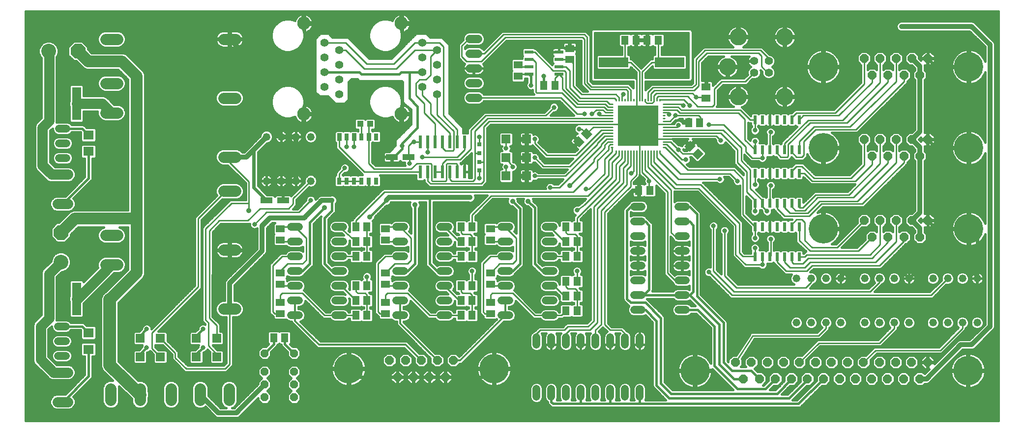
<source format=gtl>
G75*
%MOIN*%
%OFA0B0*%
%FSLAX25Y25*%
%IPPOS*%
%LPD*%
%AMOC8*
5,1,8,0,0,1.08239X$1,22.5*
%
%ADD10R,0.06300X0.22400*%
%ADD11C,0.10000*%
%ADD12OC8,0.10000*%
%ADD13C,0.07800*%
%ADD14C,0.05200*%
%ADD15R,0.05906X0.05118*%
%ADD16R,0.05118X0.05906*%
%ADD17C,0.01102*%
%ADD18R,0.27559X0.27559*%
%ADD19C,0.05600*%
%ADD20R,0.20000X0.07000*%
%ADD21OC8,0.05346*%
%ADD22C,0.05200*%
%ADD23R,0.05906X0.05906*%
%ADD24R,0.07874X0.03937*%
%ADD25OC8,0.06000*%
%ADD26C,0.20000*%
%ADD27R,0.02362X0.05906*%
%ADD28R,0.05906X0.02362*%
%ADD29C,0.07000*%
%ADD30R,0.03150X0.03150*%
%ADD31R,0.02362X0.08661*%
%ADD32C,0.05500*%
%ADD33C,0.09000*%
%ADD34R,0.02992X0.05000*%
%ADD35C,0.00150*%
%ADD36R,0.03937X0.04331*%
%ADD37R,0.07098X0.06299*%
%ADD38C,0.05600*%
%ADD39C,0.11700*%
%ADD40C,0.08600*%
%ADD41C,0.08000*%
%ADD42C,0.01600*%
%ADD43C,0.03600*%
%ADD44C,0.03200*%
%ADD45C,0.01000*%
%ADD46C,0.02400*%
%ADD47C,0.03200*%
%ADD48C,0.01500*%
%ADD49C,0.03250*%
%ADD50C,0.01200*%
D10*
X0122450Y0209250D03*
X0141050Y0209250D03*
X0141050Y0341750D03*
X0122450Y0341750D03*
D11*
X0122116Y0377375D03*
X0130500Y0234250D03*
D12*
X0130500Y0254250D03*
X0142116Y0377375D03*
D13*
X0160975Y0385500D02*
X0168775Y0385500D01*
X0168775Y0355500D02*
X0160975Y0355500D01*
X0160975Y0335500D02*
X0168775Y0335500D01*
X0240975Y0345500D02*
X0248775Y0345500D01*
X0248775Y0305500D02*
X0240975Y0305500D01*
X0240975Y0282375D02*
X0248775Y0282375D01*
X0248775Y0242375D02*
X0240975Y0242375D01*
X0240975Y0202375D02*
X0248775Y0202375D01*
X0168775Y0232375D02*
X0160975Y0232375D01*
X0160975Y0252375D02*
X0168775Y0252375D01*
X0164350Y0148150D02*
X0164350Y0140350D01*
X0184150Y0140350D02*
X0184150Y0148150D01*
X0205175Y0148150D02*
X0205175Y0140350D01*
X0224875Y0140350D02*
X0224875Y0148150D01*
X0244575Y0148150D02*
X0244575Y0140350D01*
X0240975Y0385500D02*
X0248775Y0385500D01*
D14*
X0134350Y0324875D02*
X0129150Y0324875D01*
X0129150Y0314875D02*
X0134350Y0314875D01*
X0134350Y0304875D02*
X0129150Y0304875D01*
X0286650Y0258000D02*
X0291850Y0258000D01*
X0291850Y0248000D02*
X0286650Y0248000D01*
X0286650Y0238000D02*
X0291850Y0238000D01*
X0291850Y0228000D02*
X0286650Y0228000D01*
X0286650Y0218000D02*
X0291850Y0218000D01*
X0291850Y0208000D02*
X0286650Y0208000D01*
X0286650Y0198000D02*
X0291850Y0198000D01*
X0316650Y0198000D02*
X0321850Y0198000D01*
X0321850Y0208000D02*
X0316650Y0208000D01*
X0316650Y0218000D02*
X0321850Y0218000D01*
X0321850Y0228000D02*
X0316650Y0228000D01*
X0316650Y0238000D02*
X0321850Y0238000D01*
X0321850Y0248000D02*
X0316650Y0248000D01*
X0316650Y0258000D02*
X0321850Y0258000D01*
X0357900Y0258000D02*
X0363100Y0258000D01*
X0363100Y0248000D02*
X0357900Y0248000D01*
X0357900Y0238000D02*
X0363100Y0238000D01*
X0363100Y0228000D02*
X0357900Y0228000D01*
X0357900Y0218000D02*
X0363100Y0218000D01*
X0363100Y0208000D02*
X0357900Y0208000D01*
X0357900Y0198000D02*
X0363100Y0198000D01*
X0387900Y0198000D02*
X0393100Y0198000D01*
X0393100Y0208000D02*
X0387900Y0208000D01*
X0387900Y0218000D02*
X0393100Y0218000D01*
X0393100Y0228000D02*
X0387900Y0228000D01*
X0387900Y0238000D02*
X0393100Y0238000D01*
X0393100Y0248000D02*
X0387900Y0248000D01*
X0387900Y0258000D02*
X0393100Y0258000D01*
X0429268Y0258000D02*
X0434468Y0258000D01*
X0434468Y0248000D02*
X0429268Y0248000D01*
X0429268Y0238000D02*
X0434468Y0238000D01*
X0434468Y0228000D02*
X0429268Y0228000D01*
X0429268Y0218000D02*
X0434468Y0218000D01*
X0434468Y0208000D02*
X0429268Y0208000D01*
X0429268Y0198000D02*
X0434468Y0198000D01*
X0459268Y0198000D02*
X0464468Y0198000D01*
X0464468Y0208000D02*
X0459268Y0208000D01*
X0459268Y0218000D02*
X0464468Y0218000D01*
X0464468Y0228000D02*
X0459268Y0228000D01*
X0459268Y0238000D02*
X0464468Y0238000D01*
X0464468Y0248000D02*
X0459268Y0248000D01*
X0459268Y0258000D02*
X0464468Y0258000D01*
X0519150Y0261750D02*
X0524350Y0261750D01*
X0524350Y0251750D02*
X0519150Y0251750D01*
X0519150Y0241750D02*
X0524350Y0241750D01*
X0524350Y0231750D02*
X0519150Y0231750D01*
X0519150Y0221750D02*
X0524350Y0221750D01*
X0524350Y0211750D02*
X0519150Y0211750D01*
X0519150Y0201750D02*
X0524350Y0201750D01*
X0549150Y0201750D02*
X0554350Y0201750D01*
X0554350Y0211750D02*
X0549150Y0211750D01*
X0549150Y0221750D02*
X0554350Y0221750D01*
X0554350Y0231750D02*
X0549150Y0231750D01*
X0549150Y0241750D02*
X0554350Y0241750D01*
X0554350Y0251750D02*
X0549150Y0251750D01*
X0549150Y0261750D02*
X0554350Y0261750D01*
X0554350Y0271750D02*
X0549150Y0271750D01*
X0524350Y0271750D02*
X0519150Y0271750D01*
X0522985Y0183200D02*
X0522985Y0178000D01*
X0512985Y0178000D02*
X0512985Y0183200D01*
X0502985Y0183200D02*
X0502985Y0178000D01*
X0492985Y0178000D02*
X0492985Y0183200D01*
X0482985Y0183200D02*
X0482985Y0178000D01*
X0472985Y0178000D02*
X0472985Y0183200D01*
X0462985Y0183200D02*
X0462985Y0178000D01*
X0452985Y0178000D02*
X0452985Y0183200D01*
X0452985Y0148000D02*
X0452985Y0142800D01*
X0462985Y0142800D02*
X0462985Y0148000D01*
X0472985Y0148000D02*
X0472985Y0142800D01*
X0482985Y0142800D02*
X0482985Y0148000D01*
X0492985Y0148000D02*
X0492985Y0142800D01*
X0502985Y0142800D02*
X0502985Y0148000D01*
X0512985Y0148000D02*
X0512985Y0142800D01*
X0522985Y0142800D02*
X0522985Y0148000D01*
X0133725Y0170500D02*
X0128525Y0170500D01*
X0128525Y0180500D02*
X0133725Y0180500D01*
X0133725Y0190500D02*
X0128525Y0190500D01*
D15*
X0279250Y0199260D03*
X0279250Y0206740D03*
X0279250Y0219260D03*
X0279250Y0226740D03*
X0279250Y0249260D03*
X0279250Y0256740D03*
X0350500Y0256740D03*
X0350500Y0249260D03*
X0350500Y0226740D03*
X0350500Y0219260D03*
X0350500Y0206740D03*
X0350500Y0199260D03*
X0421750Y0199260D03*
X0421750Y0206740D03*
X0421750Y0219260D03*
X0421750Y0226740D03*
X0421750Y0249260D03*
X0421750Y0256740D03*
X0568000Y0345510D03*
X0568000Y0352990D03*
X0475500Y0371760D03*
X0475500Y0379240D03*
X0440500Y0367990D03*
X0440500Y0360510D03*
D16*
X0458010Y0354250D03*
X0465490Y0354250D03*
G36*
X0490792Y0320992D02*
X0487173Y0317373D01*
X0482998Y0321548D01*
X0486617Y0325167D01*
X0490792Y0320992D01*
G37*
G36*
X0485502Y0315702D02*
X0481883Y0312083D01*
X0477708Y0316258D01*
X0481327Y0319877D01*
X0485502Y0315702D01*
G37*
X0522278Y0282750D03*
X0529758Y0282750D03*
G36*
X0562657Y0311505D02*
X0566276Y0307886D01*
X0562101Y0303711D01*
X0558482Y0307330D01*
X0562657Y0311505D01*
G37*
G36*
X0557368Y0316794D02*
X0560987Y0313175D01*
X0556812Y0309000D01*
X0553193Y0312619D01*
X0557368Y0316794D01*
G37*
X0556135Y0328825D03*
X0563615Y0328825D03*
X0535490Y0384875D03*
X0528010Y0384875D03*
X0520490Y0384875D03*
X0513010Y0384875D03*
X0480490Y0258000D03*
X0473010Y0258000D03*
X0473010Y0248000D03*
X0480490Y0248000D03*
X0480490Y0238000D03*
X0473010Y0238000D03*
X0473010Y0221125D03*
X0480490Y0221125D03*
X0480490Y0211125D03*
X0473010Y0211125D03*
X0473010Y0201125D03*
X0480490Y0201125D03*
X0409240Y0198000D03*
X0401760Y0198000D03*
X0401760Y0208000D03*
X0409240Y0208000D03*
X0409240Y0218000D03*
X0401760Y0218000D03*
X0401760Y0238000D03*
X0409240Y0238000D03*
X0409240Y0248000D03*
X0401760Y0248000D03*
X0401760Y0258000D03*
X0409240Y0258000D03*
X0337990Y0258000D03*
X0330510Y0258000D03*
X0330510Y0248000D03*
X0337990Y0248000D03*
X0337990Y0238000D03*
X0330510Y0238000D03*
X0330510Y0218000D03*
X0337990Y0218000D03*
X0337990Y0208000D03*
X0330510Y0208000D03*
X0330510Y0198000D03*
X0337990Y0198000D03*
X0282365Y0182875D03*
X0274885Y0182875D03*
D17*
X0503593Y0311986D02*
X0504655Y0311986D01*
X0504655Y0313955D02*
X0503593Y0313955D01*
X0503593Y0315923D02*
X0504655Y0315923D01*
X0504655Y0317892D02*
X0503593Y0317892D01*
X0503593Y0319860D02*
X0504655Y0319860D01*
X0504655Y0321829D02*
X0503593Y0321829D01*
X0503593Y0323797D02*
X0504655Y0323797D01*
X0504655Y0325766D02*
X0503593Y0325766D01*
X0503593Y0327734D02*
X0504655Y0327734D01*
X0504655Y0329703D02*
X0503593Y0329703D01*
X0503593Y0331671D02*
X0504655Y0331671D01*
X0504655Y0333640D02*
X0503593Y0333640D01*
X0503593Y0335608D02*
X0504655Y0335608D01*
X0504655Y0337577D02*
X0503593Y0337577D01*
X0503593Y0339545D02*
X0504655Y0339545D01*
X0504655Y0341514D02*
X0503593Y0341514D01*
X0506986Y0343845D02*
X0506986Y0344907D01*
X0508955Y0344907D02*
X0508955Y0343845D01*
X0510923Y0343845D02*
X0510923Y0344907D01*
X0512892Y0344907D02*
X0512892Y0343845D01*
X0514860Y0343845D02*
X0514860Y0344907D01*
X0516829Y0344907D02*
X0516829Y0343845D01*
X0518797Y0343845D02*
X0518797Y0344907D01*
X0520766Y0344907D02*
X0520766Y0343845D01*
X0522734Y0343845D02*
X0522734Y0344907D01*
X0524703Y0344907D02*
X0524703Y0343845D01*
X0526671Y0343845D02*
X0526671Y0344907D01*
X0528640Y0344907D02*
X0528640Y0343845D01*
X0530608Y0343845D02*
X0530608Y0344907D01*
X0532577Y0344907D02*
X0532577Y0343845D01*
X0534545Y0343845D02*
X0534545Y0344907D01*
X0536514Y0344907D02*
X0536514Y0343845D01*
X0538845Y0341514D02*
X0539907Y0341514D01*
X0539907Y0339545D02*
X0538845Y0339545D01*
X0538845Y0337577D02*
X0539907Y0337577D01*
X0539907Y0335608D02*
X0538845Y0335608D01*
X0538845Y0333640D02*
X0539907Y0333640D01*
X0539907Y0331671D02*
X0538845Y0331671D01*
X0538845Y0329703D02*
X0539907Y0329703D01*
X0539907Y0327734D02*
X0538845Y0327734D01*
X0538845Y0325766D02*
X0539907Y0325766D01*
X0539907Y0323797D02*
X0538845Y0323797D01*
X0538845Y0321829D02*
X0539907Y0321829D01*
X0539907Y0319860D02*
X0538845Y0319860D01*
X0538845Y0317892D02*
X0539907Y0317892D01*
X0539907Y0315923D02*
X0538845Y0315923D01*
X0538845Y0313955D02*
X0539907Y0313955D01*
X0539907Y0311986D02*
X0538845Y0311986D01*
X0536514Y0309655D02*
X0536514Y0308593D01*
X0534545Y0308593D02*
X0534545Y0309655D01*
X0532577Y0309655D02*
X0532577Y0308593D01*
X0530608Y0308593D02*
X0530608Y0309655D01*
X0528640Y0309655D02*
X0528640Y0308593D01*
X0526671Y0308593D02*
X0526671Y0309655D01*
X0524703Y0309655D02*
X0524703Y0308593D01*
X0522734Y0308593D02*
X0522734Y0309655D01*
X0520766Y0309655D02*
X0520766Y0308593D01*
X0518797Y0308593D02*
X0518797Y0309655D01*
X0516829Y0309655D02*
X0516829Y0308593D01*
X0514860Y0308593D02*
X0514860Y0309655D01*
X0512892Y0309655D02*
X0512892Y0308593D01*
X0510923Y0308593D02*
X0510923Y0309655D01*
X0508955Y0309655D02*
X0508955Y0308593D01*
X0506986Y0308593D02*
X0506986Y0309655D01*
D18*
X0521750Y0326750D03*
D19*
X0413300Y0345750D02*
X0407700Y0345750D01*
X0407700Y0355750D02*
X0413300Y0355750D01*
X0413300Y0365750D02*
X0407700Y0365750D01*
X0407700Y0375750D02*
X0413300Y0375750D01*
X0413300Y0385750D02*
X0407700Y0385750D01*
D20*
X0505250Y0369875D03*
X0543250Y0369875D03*
D21*
X0288625Y0172250D03*
X0288625Y0159652D03*
X0288625Y0150990D03*
X0288625Y0142329D03*
X0268625Y0142329D03*
X0268625Y0150990D03*
X0268625Y0159652D03*
X0268625Y0172250D03*
D22*
X0269875Y0289250D03*
X0279875Y0289250D03*
X0289875Y0289250D03*
X0299875Y0289250D03*
X0299875Y0319250D03*
X0289875Y0319250D03*
X0279875Y0319250D03*
X0269875Y0319250D03*
X0629235Y0223000D03*
X0639235Y0223000D03*
X0649235Y0223000D03*
X0659235Y0223000D03*
X0675485Y0223000D03*
X0685485Y0223000D03*
X0695485Y0223000D03*
X0705485Y0223000D03*
X0721735Y0223000D03*
X0731735Y0223000D03*
X0741735Y0223000D03*
X0751735Y0223000D03*
X0751735Y0193000D03*
X0741735Y0193000D03*
X0731735Y0193000D03*
X0721735Y0193000D03*
X0705485Y0193000D03*
X0695485Y0193000D03*
X0685485Y0193000D03*
X0675485Y0193000D03*
X0659235Y0193000D03*
X0649235Y0193000D03*
X0639235Y0193000D03*
X0629235Y0193000D03*
D23*
X0446140Y0292625D03*
X0432360Y0292625D03*
X0432360Y0305125D03*
X0432360Y0317625D03*
X0446140Y0317625D03*
X0446140Y0305125D03*
X0236140Y0182375D03*
X0236140Y0169875D03*
X0222360Y0169875D03*
X0222360Y0182375D03*
X0198015Y0182375D03*
X0184235Y0182375D03*
X0184235Y0169875D03*
X0198015Y0169875D03*
D24*
X0269890Y0276125D03*
X0281110Y0276125D03*
X0354890Y0305500D03*
X0366110Y0305500D03*
D25*
X0364139Y0167350D03*
X0353339Y0167350D03*
X0358739Y0156150D03*
X0369539Y0156150D03*
X0380339Y0156150D03*
X0391139Y0156150D03*
X0396539Y0167350D03*
X0385739Y0167350D03*
X0374939Y0167350D03*
X0587785Y0166100D03*
X0598685Y0166100D03*
X0609485Y0166100D03*
X0620385Y0166100D03*
X0631285Y0166100D03*
X0642085Y0166100D03*
X0652985Y0166100D03*
X0663885Y0166100D03*
X0674685Y0166100D03*
X0685585Y0166100D03*
X0696485Y0166100D03*
X0707285Y0166100D03*
X0718185Y0166100D03*
X0712785Y0154900D03*
X0701885Y0154900D03*
X0690985Y0154900D03*
X0680185Y0154900D03*
X0669285Y0154900D03*
X0658385Y0154900D03*
X0647585Y0154900D03*
X0636685Y0154900D03*
X0625785Y0154900D03*
X0614985Y0154900D03*
X0604085Y0154900D03*
X0593185Y0154900D03*
X0680535Y0251150D03*
X0691335Y0251150D03*
X0702135Y0251150D03*
X0712935Y0251150D03*
X0707535Y0262350D03*
X0696735Y0262350D03*
X0685935Y0262350D03*
X0675135Y0262350D03*
X0718335Y0262350D03*
X0712935Y0306150D03*
X0702135Y0306150D03*
X0691335Y0306150D03*
X0680535Y0306150D03*
X0675135Y0317350D03*
X0685935Y0317350D03*
X0696735Y0317350D03*
X0707535Y0317350D03*
X0718335Y0317350D03*
X0712935Y0361150D03*
X0702135Y0361150D03*
X0691335Y0361150D03*
X0680535Y0361150D03*
X0675135Y0372350D03*
X0685935Y0372350D03*
X0696735Y0372350D03*
X0707535Y0372350D03*
X0718335Y0372350D03*
D26*
X0746035Y0366750D03*
X0746035Y0311750D03*
X0746035Y0256750D03*
X0647435Y0256750D03*
X0647435Y0311750D03*
X0647435Y0366750D03*
X0560385Y0160500D03*
X0424239Y0161750D03*
X0325639Y0161750D03*
X0745585Y0160500D03*
D27*
X0631110Y0237764D03*
X0626110Y0237764D03*
X0621110Y0237764D03*
X0616110Y0237764D03*
X0611110Y0237764D03*
X0606110Y0237764D03*
X0601110Y0237764D03*
X0601110Y0258236D03*
X0606110Y0258236D03*
X0611110Y0258236D03*
X0616110Y0258236D03*
X0621110Y0258236D03*
X0626110Y0258236D03*
X0631110Y0258236D03*
X0631110Y0274014D03*
X0626110Y0274014D03*
X0621110Y0274014D03*
X0616110Y0274014D03*
X0611110Y0274014D03*
X0606110Y0274014D03*
X0601110Y0274014D03*
X0601110Y0294486D03*
X0606110Y0294486D03*
X0611110Y0294486D03*
X0616110Y0294486D03*
X0621110Y0294486D03*
X0626110Y0294486D03*
X0631110Y0294486D03*
X0631110Y0310264D03*
X0626110Y0310264D03*
X0621110Y0310264D03*
X0616110Y0310264D03*
X0611110Y0310264D03*
X0606110Y0310264D03*
X0601110Y0310264D03*
X0601110Y0330736D03*
X0606110Y0330736D03*
X0611110Y0330736D03*
X0616110Y0330736D03*
X0621110Y0330736D03*
X0626110Y0330736D03*
X0631110Y0330736D03*
D28*
X0468236Y0361750D03*
X0468236Y0366750D03*
X0468236Y0371750D03*
X0468236Y0376750D03*
X0447764Y0376750D03*
X0447764Y0371750D03*
X0447764Y0366750D03*
X0447764Y0361750D03*
D29*
X0164875Y0335500D02*
X0158625Y0341750D01*
X0141050Y0341750D01*
X0122450Y0341750D02*
X0122450Y0329950D01*
X0118000Y0325500D01*
X0118000Y0299875D01*
X0124250Y0293625D01*
X0131750Y0293625D01*
X0135250Y0293625D02*
X0128250Y0293625D01*
X0128250Y0273625D02*
X0135250Y0273625D01*
X0130500Y0234250D02*
X0122450Y0226200D01*
X0122450Y0209250D01*
X0122450Y0196200D01*
X0116750Y0190500D01*
X0116750Y0168000D01*
X0125500Y0159250D01*
X0131750Y0159250D01*
X0135250Y0159250D02*
X0128250Y0159250D01*
X0128250Y0139250D02*
X0135250Y0139250D01*
X0141050Y0209250D02*
X0141750Y0209250D01*
X0164875Y0232375D01*
X0122450Y0341750D02*
X0122450Y0377041D01*
X0122116Y0377375D01*
D30*
X0414250Y0314078D03*
X0414250Y0308172D03*
X0414250Y0302203D03*
X0414250Y0296297D03*
D31*
X0404250Y0295264D03*
X0399250Y0295264D03*
X0394250Y0295264D03*
X0389250Y0295264D03*
X0384250Y0295264D03*
X0379250Y0295264D03*
X0374250Y0295264D03*
X0374250Y0315736D03*
X0379250Y0315736D03*
X0384250Y0315736D03*
X0389250Y0315736D03*
X0394250Y0315736D03*
X0399250Y0315736D03*
X0404250Y0315736D03*
D32*
X0385500Y0348000D03*
X0375500Y0353000D03*
X0385500Y0358000D03*
X0375500Y0363000D03*
X0385500Y0368000D03*
X0375500Y0373000D03*
X0385500Y0378000D03*
X0375500Y0383000D03*
X0319250Y0378000D03*
X0309250Y0373000D03*
X0319250Y0368000D03*
X0309250Y0363000D03*
X0319250Y0358000D03*
X0309250Y0353000D03*
X0319250Y0348000D03*
X0309250Y0383000D03*
D33*
X0295077Y0396307D03*
X0361327Y0396307D03*
X0361327Y0334693D03*
X0295077Y0334693D03*
D34*
X0324250Y0319250D03*
X0334250Y0319250D03*
X0344250Y0319250D03*
X0344250Y0289250D03*
X0339250Y0289250D03*
X0334250Y0289250D03*
X0329250Y0289250D03*
X0324250Y0289250D03*
X0319250Y0289250D03*
D35*
X0317829Y0321675D02*
X0320671Y0321675D01*
X0320671Y0316825D01*
X0317829Y0316825D01*
X0317829Y0321675D01*
X0317829Y0316974D02*
X0320671Y0316974D01*
X0320671Y0317123D02*
X0317829Y0317123D01*
X0317829Y0317272D02*
X0320671Y0317272D01*
X0320671Y0317421D02*
X0317829Y0317421D01*
X0317829Y0317570D02*
X0320671Y0317570D01*
X0320671Y0317719D02*
X0317829Y0317719D01*
X0317829Y0317868D02*
X0320671Y0317868D01*
X0320671Y0318017D02*
X0317829Y0318017D01*
X0317829Y0318166D02*
X0320671Y0318166D01*
X0320671Y0318315D02*
X0317829Y0318315D01*
X0317829Y0318464D02*
X0320671Y0318464D01*
X0320671Y0318613D02*
X0317829Y0318613D01*
X0317829Y0318762D02*
X0320671Y0318762D01*
X0320671Y0318911D02*
X0317829Y0318911D01*
X0317829Y0319060D02*
X0320671Y0319060D01*
X0320671Y0319209D02*
X0317829Y0319209D01*
X0317829Y0319358D02*
X0320671Y0319358D01*
X0320671Y0319507D02*
X0317829Y0319507D01*
X0317829Y0319656D02*
X0320671Y0319656D01*
X0320671Y0319805D02*
X0317829Y0319805D01*
X0317829Y0319954D02*
X0320671Y0319954D01*
X0320671Y0320103D02*
X0317829Y0320103D01*
X0317829Y0320252D02*
X0320671Y0320252D01*
X0320671Y0320401D02*
X0317829Y0320401D01*
X0317829Y0320550D02*
X0320671Y0320550D01*
X0320671Y0320699D02*
X0317829Y0320699D01*
X0317829Y0320848D02*
X0320671Y0320848D01*
X0320671Y0320997D02*
X0317829Y0320997D01*
X0317829Y0321146D02*
X0320671Y0321146D01*
X0320671Y0321295D02*
X0317829Y0321295D01*
X0317829Y0321444D02*
X0320671Y0321444D01*
X0320671Y0321593D02*
X0317829Y0321593D01*
X0327829Y0321675D02*
X0330671Y0321675D01*
X0330671Y0316825D01*
X0327829Y0316825D01*
X0327829Y0321675D01*
X0327829Y0316974D02*
X0330671Y0316974D01*
X0330671Y0317123D02*
X0327829Y0317123D01*
X0327829Y0317272D02*
X0330671Y0317272D01*
X0330671Y0317421D02*
X0327829Y0317421D01*
X0327829Y0317570D02*
X0330671Y0317570D01*
X0330671Y0317719D02*
X0327829Y0317719D01*
X0327829Y0317868D02*
X0330671Y0317868D01*
X0330671Y0318017D02*
X0327829Y0318017D01*
X0327829Y0318166D02*
X0330671Y0318166D01*
X0330671Y0318315D02*
X0327829Y0318315D01*
X0327829Y0318464D02*
X0330671Y0318464D01*
X0330671Y0318613D02*
X0327829Y0318613D01*
X0327829Y0318762D02*
X0330671Y0318762D01*
X0330671Y0318911D02*
X0327829Y0318911D01*
X0327829Y0319060D02*
X0330671Y0319060D01*
X0330671Y0319209D02*
X0327829Y0319209D01*
X0327829Y0319358D02*
X0330671Y0319358D01*
X0330671Y0319507D02*
X0327829Y0319507D01*
X0327829Y0319656D02*
X0330671Y0319656D01*
X0330671Y0319805D02*
X0327829Y0319805D01*
X0327829Y0319954D02*
X0330671Y0319954D01*
X0330671Y0320103D02*
X0327829Y0320103D01*
X0327829Y0320252D02*
X0330671Y0320252D01*
X0330671Y0320401D02*
X0327829Y0320401D01*
X0327829Y0320550D02*
X0330671Y0320550D01*
X0330671Y0320699D02*
X0327829Y0320699D01*
X0327829Y0320848D02*
X0330671Y0320848D01*
X0330671Y0320997D02*
X0327829Y0320997D01*
X0327829Y0321146D02*
X0330671Y0321146D01*
X0330671Y0321295D02*
X0327829Y0321295D01*
X0327829Y0321444D02*
X0330671Y0321444D01*
X0330671Y0321593D02*
X0327829Y0321593D01*
X0337829Y0321675D02*
X0340671Y0321675D01*
X0340671Y0316825D01*
X0337829Y0316825D01*
X0337829Y0321675D01*
X0337829Y0316974D02*
X0340671Y0316974D01*
X0340671Y0317123D02*
X0337829Y0317123D01*
X0337829Y0317272D02*
X0340671Y0317272D01*
X0340671Y0317421D02*
X0337829Y0317421D01*
X0337829Y0317570D02*
X0340671Y0317570D01*
X0340671Y0317719D02*
X0337829Y0317719D01*
X0337829Y0317868D02*
X0340671Y0317868D01*
X0340671Y0318017D02*
X0337829Y0318017D01*
X0337829Y0318166D02*
X0340671Y0318166D01*
X0340671Y0318315D02*
X0337829Y0318315D01*
X0337829Y0318464D02*
X0340671Y0318464D01*
X0340671Y0318613D02*
X0337829Y0318613D01*
X0337829Y0318762D02*
X0340671Y0318762D01*
X0340671Y0318911D02*
X0337829Y0318911D01*
X0337829Y0319060D02*
X0340671Y0319060D01*
X0340671Y0319209D02*
X0337829Y0319209D01*
X0337829Y0319358D02*
X0340671Y0319358D01*
X0340671Y0319507D02*
X0337829Y0319507D01*
X0337829Y0319656D02*
X0340671Y0319656D01*
X0340671Y0319805D02*
X0337829Y0319805D01*
X0337829Y0319954D02*
X0340671Y0319954D01*
X0340671Y0320103D02*
X0337829Y0320103D01*
X0337829Y0320252D02*
X0340671Y0320252D01*
X0340671Y0320401D02*
X0337829Y0320401D01*
X0337829Y0320550D02*
X0340671Y0320550D01*
X0340671Y0320699D02*
X0337829Y0320699D01*
X0337829Y0320848D02*
X0340671Y0320848D01*
X0340671Y0320997D02*
X0337829Y0320997D01*
X0337829Y0321146D02*
X0340671Y0321146D01*
X0340671Y0321295D02*
X0337829Y0321295D01*
X0337829Y0321444D02*
X0340671Y0321444D01*
X0340671Y0321593D02*
X0337829Y0321593D01*
D36*
X0340096Y0328000D03*
X0333404Y0328000D03*
D37*
X0149250Y0320473D03*
X0149250Y0309277D03*
X0149250Y0186098D03*
X0149250Y0174902D03*
D38*
X0600579Y0362813D03*
X0610421Y0362813D03*
X0610421Y0370687D03*
X0600579Y0370687D03*
D39*
X0582469Y0366750D03*
X0589752Y0346474D03*
X0621248Y0346474D03*
X0621248Y0387026D03*
X0589752Y0387026D03*
D40*
X0184150Y0144250D02*
X0163625Y0164150D01*
X0163625Y0208625D01*
D41*
X0181750Y0226750D01*
X0181750Y0263625D01*
X0139875Y0263625D01*
X0130500Y0254250D01*
X0181750Y0263625D02*
X0181750Y0360500D01*
X0171750Y0370500D01*
X0148991Y0370500D01*
X0142116Y0377375D01*
D42*
X0144902Y0324875D02*
X0131750Y0324875D01*
X0144902Y0324875D02*
X0149250Y0320473D01*
X0149250Y0309277D02*
X0149250Y0291125D01*
X0131750Y0273625D01*
X0131125Y0190500D02*
X0144848Y0190500D01*
X0149250Y0186098D01*
X0149250Y0174902D02*
X0149250Y0156750D01*
X0131750Y0139250D01*
X0184235Y0169875D02*
X0184235Y0171750D01*
X0188625Y0176125D01*
X0184235Y0182375D02*
X0184235Y0184250D01*
X0188625Y0188625D01*
X0222360Y0184250D02*
X0226750Y0188625D01*
X0222360Y0184250D02*
X0222360Y0182375D01*
X0226750Y0176125D02*
X0222360Y0171750D01*
X0222360Y0169875D01*
X0236140Y0169875D02*
X0238000Y0169875D01*
X0268625Y0172250D02*
X0274885Y0178510D01*
X0274885Y0182875D01*
X0282365Y0182875D02*
X0282365Y0178510D01*
X0288625Y0172250D01*
X0279240Y0199250D02*
X0279250Y0199260D01*
X0289250Y0228000D02*
X0294250Y0228000D01*
X0299250Y0233000D01*
X0299250Y0261125D01*
X0309250Y0271125D01*
X0314250Y0269250D02*
X0309250Y0264250D01*
X0309250Y0233000D01*
X0314250Y0228000D01*
X0319250Y0228000D01*
X0330500Y0217990D02*
X0330510Y0218000D01*
X0338000Y0208010D02*
X0337990Y0208000D01*
X0350500Y0219260D02*
X0351760Y0218000D01*
X0360500Y0228000D02*
X0365500Y0228000D01*
X0370500Y0233000D01*
X0370500Y0273000D01*
X0380500Y0278000D02*
X0380500Y0233000D01*
X0385500Y0228000D01*
X0390500Y0228000D01*
X0401750Y0217990D02*
X0401760Y0218000D01*
X0401760Y0208000D02*
X0400500Y0208000D01*
X0431868Y0228000D02*
X0436750Y0228000D01*
X0441750Y0233000D01*
X0441750Y0270500D01*
X0436750Y0275500D01*
X0447375Y0275500D02*
X0451750Y0271125D01*
X0451750Y0233000D01*
X0456750Y0228000D01*
X0461868Y0228000D01*
X0471868Y0211125D02*
X0473010Y0211125D01*
X0514250Y0209250D02*
X0516750Y0206750D01*
X0526750Y0206750D01*
X0537375Y0196125D01*
X0537375Y0151750D01*
X0544250Y0144875D01*
X0616125Y0144875D01*
X0625785Y0154900D01*
X0636685Y0154185D02*
X0624250Y0141750D01*
X0543000Y0141750D01*
X0534250Y0150500D01*
X0534250Y0194250D01*
X0526750Y0201750D01*
X0521750Y0201750D01*
X0514250Y0209250D02*
X0514250Y0269250D01*
X0516750Y0271750D01*
X0521750Y0271750D01*
X0521750Y0261750D02*
X0526750Y0261750D01*
X0529250Y0259250D01*
X0529250Y0215500D01*
X0525500Y0211750D01*
X0521750Y0211750D01*
X0525500Y0211750D02*
X0551750Y0211750D01*
X0556750Y0211750D01*
X0576750Y0191750D01*
X0576750Y0164875D01*
X0586725Y0154900D01*
X0593185Y0154900D01*
X0598485Y0160500D02*
X0585500Y0160500D01*
X0579875Y0166125D01*
X0579875Y0193000D01*
X0561750Y0211125D01*
X0561750Y0266750D01*
X0556750Y0271750D01*
X0551750Y0271750D01*
X0551750Y0261750D02*
X0556750Y0261750D01*
X0559250Y0259250D01*
X0559250Y0214250D01*
X0556750Y0211750D01*
X0551750Y0201750D02*
X0562375Y0201750D01*
X0573625Y0190500D01*
X0573625Y0163625D01*
X0589250Y0148000D01*
X0608085Y0148000D01*
X0614985Y0154900D01*
X0604085Y0154900D02*
X0598485Y0160500D01*
X0630685Y0138000D02*
X0647585Y0154900D01*
X0630685Y0138000D02*
X0523000Y0138000D01*
X0502985Y0138000D01*
X0502985Y0148000D01*
X0502985Y0138000D02*
X0482985Y0138000D01*
X0482985Y0148000D01*
X0482985Y0138000D02*
X0464250Y0138000D01*
X0463000Y0139250D01*
X0462985Y0139250D02*
X0462985Y0148000D01*
X0522985Y0148000D02*
X0522985Y0139265D01*
X0473010Y0248000D02*
X0471868Y0248000D01*
X0401760Y0258000D02*
X0401750Y0257990D01*
X0351125Y0276125D02*
X0339875Y0264875D01*
X0314250Y0269250D02*
X0314250Y0276125D01*
X0289875Y0289250D02*
X0289688Y0302813D01*
X0354890Y0305500D02*
X0354890Y0305515D01*
X0354875Y0306125D01*
X0356750Y0306125D01*
X0361750Y0311125D01*
X0361750Y0313000D01*
X0361750Y0314875D01*
X0372375Y0325500D01*
X0372375Y0339875D01*
X0366750Y0345500D01*
X0366750Y0363000D01*
X0375500Y0363000D01*
X0366750Y0363000D02*
X0361125Y0363000D01*
X0359875Y0361750D01*
X0334250Y0361750D01*
X0333000Y0363000D01*
X0309250Y0363000D01*
X0447764Y0361750D02*
X0449250Y0360264D01*
X0449250Y0354250D01*
X0458010Y0354250D02*
X0458010Y0360490D01*
X0458000Y0360500D01*
X0505250Y0369875D02*
X0513010Y0369875D01*
X0280510Y0258000D02*
X0279250Y0256740D01*
X0279250Y0249260D02*
X0280510Y0248000D01*
D43*
X0258000Y0269250D03*
X0309250Y0271125D03*
X0314250Y0276125D03*
X0339875Y0264875D03*
X0351125Y0276125D03*
X0370500Y0273000D03*
X0408000Y0278000D03*
X0436750Y0275500D03*
X0447375Y0275500D03*
X0475500Y0286125D03*
X0700500Y0394250D03*
D44*
X0748000Y0394250D01*
X0760500Y0381750D01*
X0760500Y0190500D01*
X0748000Y0178000D01*
X0740500Y0178000D01*
X0717400Y0154900D01*
X0712785Y0154900D01*
X0712935Y0251150D02*
X0712935Y0256950D01*
X0707535Y0262350D01*
X0712935Y0267750D01*
X0712935Y0306150D01*
X0712935Y0311950D01*
X0707535Y0317350D01*
X0712935Y0322750D01*
X0712935Y0361150D01*
X0712935Y0366950D01*
X0707535Y0372350D01*
X0408000Y0278000D02*
X0380500Y0278000D01*
X0353000Y0278000D01*
X0351125Y0276125D01*
X0314250Y0276125D02*
X0307375Y0276125D01*
X0295500Y0264250D01*
X0272375Y0264250D01*
X0266750Y0258625D01*
X0266750Y0241750D01*
X0244875Y0219875D01*
X0244875Y0202375D01*
X0268625Y0150990D02*
X0249385Y0131750D01*
X0237375Y0131750D01*
X0224875Y0144250D01*
X0269875Y0289250D02*
X0279875Y0289250D01*
X0289875Y0289250D01*
X0289875Y0319250D01*
X0279875Y0319250D01*
X0261750Y0337375D01*
X0261750Y0368625D01*
X0244875Y0385500D01*
X0269875Y0319250D02*
X0256125Y0305500D01*
X0244875Y0305500D01*
D45*
X0244875Y0301750D01*
X0258000Y0288625D01*
X0258000Y0274250D01*
X0258000Y0269250D01*
X0258000Y0274250D02*
X0246125Y0274250D01*
X0228625Y0256750D01*
X0228625Y0194875D01*
X0230500Y0193000D01*
X0230500Y0177375D01*
X0238000Y0169875D01*
X0244875Y0164875D02*
X0241750Y0161750D01*
X0215500Y0161750D01*
X0208000Y0169250D01*
X0208000Y0172375D01*
X0198000Y0182375D01*
X0198015Y0182375D01*
X0192375Y0186125D02*
X0192375Y0175515D01*
X0198015Y0169875D01*
X0192375Y0186125D02*
X0223625Y0217375D01*
X0223625Y0263625D01*
X0242375Y0282375D01*
X0244875Y0282375D01*
X0257375Y0262375D02*
X0265500Y0270500D01*
X0284875Y0270500D01*
X0288000Y0273625D01*
X0288000Y0277375D01*
X0299875Y0289250D01*
X0319250Y0289250D02*
X0319250Y0294250D01*
X0323000Y0298000D01*
X0336361Y0295264D02*
X0374250Y0295264D01*
X0379250Y0295264D02*
X0379250Y0289250D01*
X0381125Y0287375D01*
X0415500Y0287375D01*
X0417375Y0289250D01*
X0417375Y0302203D01*
X0414250Y0302203D01*
X0417375Y0302203D02*
X0417375Y0326125D01*
X0420953Y0329703D01*
X0504124Y0329703D01*
X0504124Y0331671D02*
X0483743Y0331632D01*
X0419757Y0331632D01*
X0411125Y0323000D01*
X0411125Y0308172D01*
X0414250Y0308172D01*
X0411125Y0308172D02*
X0411125Y0290500D01*
X0409875Y0289250D01*
X0395500Y0289250D01*
X0394250Y0290500D01*
X0394250Y0295264D01*
X0399250Y0295264D02*
X0399250Y0300500D01*
X0398625Y0301125D01*
X0392375Y0301125D01*
X0391750Y0300500D01*
X0391750Y0289875D01*
X0391125Y0289250D01*
X0382375Y0289250D01*
X0381750Y0289875D01*
X0381750Y0300500D01*
X0381125Y0301125D01*
X0371750Y0301125D01*
X0368000Y0297375D01*
X0343000Y0297375D01*
X0339250Y0301125D01*
X0339250Y0319250D01*
X0339250Y0327154D01*
X0340096Y0328000D01*
X0334250Y0327154D02*
X0334250Y0319250D01*
X0329250Y0319250D02*
X0329250Y0312375D01*
X0324250Y0312375D02*
X0324250Y0319250D01*
X0319250Y0319250D02*
X0319250Y0312375D01*
X0336361Y0295264D01*
X0334250Y0289250D02*
X0329250Y0289250D01*
X0324250Y0289250D01*
X0319250Y0289250D01*
X0299875Y0276125D02*
X0291750Y0268000D01*
X0269875Y0268000D01*
X0261750Y0259875D01*
X0257375Y0262375D02*
X0238000Y0262375D01*
X0231140Y0255515D01*
X0231125Y0196125D01*
X0236140Y0191110D01*
X0236140Y0182375D01*
X0244875Y0164875D02*
X0244875Y0202375D01*
X0274250Y0200500D02*
X0275500Y0199250D01*
X0279240Y0199250D01*
X0274250Y0200500D02*
X0274250Y0231750D01*
X0280500Y0238000D01*
X0289250Y0238000D01*
X0284250Y0233000D02*
X0279250Y0228000D01*
X0279250Y0226740D01*
X0284250Y0233000D02*
X0294250Y0233000D01*
X0296750Y0235500D01*
X0296750Y0250500D01*
X0289250Y0258000D01*
X0280510Y0258000D01*
X0280510Y0248000D02*
X0289250Y0248000D01*
X0319250Y0238000D02*
X0330510Y0238000D01*
X0337990Y0238000D02*
X0337990Y0248000D01*
X0337990Y0258000D01*
X0330510Y0258000D02*
X0330510Y0262385D01*
X0349875Y0281750D01*
X0478000Y0281750D01*
X0494250Y0298000D01*
X0494250Y0303000D01*
X0501750Y0310500D01*
X0501750Y0312875D01*
X0502830Y0313955D01*
X0504124Y0313955D01*
X0504124Y0315923D02*
X0501548Y0315923D01*
X0499250Y0313625D01*
X0499250Y0311750D01*
X0491750Y0304250D01*
X0491750Y0302375D01*
X0475500Y0286125D01*
X0468625Y0284875D02*
X0496750Y0313000D01*
X0496750Y0314250D01*
X0500392Y0317892D01*
X0504124Y0317892D01*
X0504124Y0319860D02*
X0499235Y0319860D01*
X0494250Y0314875D01*
X0494250Y0314250D01*
X0472625Y0292625D01*
X0451750Y0292625D01*
X0446140Y0292625D02*
X0446140Y0305125D01*
X0446140Y0317625D01*
X0451750Y0317625D02*
X0451750Y0314875D01*
X0459875Y0306750D01*
X0479875Y0306750D01*
X0496922Y0323797D01*
X0504124Y0323797D01*
X0504124Y0321829D02*
X0498079Y0321829D01*
X0475500Y0299250D01*
X0457625Y0299250D01*
X0451750Y0305125D01*
X0436750Y0298875D02*
X0432360Y0305125D01*
X0432375Y0298875D02*
X0432360Y0292625D01*
X0422375Y0279250D02*
X0488000Y0279250D01*
X0501750Y0293000D01*
X0501750Y0303000D01*
X0506986Y0308236D01*
X0506986Y0309124D01*
X0508955Y0309124D02*
X0508955Y0306455D01*
X0504250Y0301750D01*
X0504250Y0291750D01*
X0485490Y0272990D01*
X0480490Y0269300D01*
X0480490Y0264240D02*
X0480490Y0258000D01*
X0480490Y0257990D01*
X0479250Y0253000D02*
X0474250Y0253000D01*
X0473000Y0254250D01*
X0473000Y0257990D01*
X0473010Y0258000D01*
X0479250Y0253000D02*
X0480490Y0251760D01*
X0480490Y0248000D01*
X0480490Y0238000D01*
X0473010Y0238000D02*
X0461868Y0238000D01*
X0471868Y0248000D02*
X0461868Y0258000D01*
X0480490Y0264240D02*
X0506750Y0290500D01*
X0506750Y0300500D01*
X0510923Y0304673D01*
X0510923Y0309124D01*
X0512892Y0309124D02*
X0512892Y0302892D01*
X0509250Y0299250D01*
X0509250Y0289250D01*
X0491750Y0271750D01*
X0491750Y0194250D01*
X0488000Y0190500D01*
X0474250Y0190500D01*
X0471750Y0188000D01*
X0455500Y0188000D01*
X0452985Y0185485D01*
X0452985Y0178000D01*
X0472985Y0178000D02*
X0472985Y0185485D01*
X0475500Y0188000D01*
X0489250Y0188000D01*
X0494250Y0193000D01*
X0494250Y0270500D01*
X0511750Y0288000D01*
X0511750Y0298000D01*
X0514860Y0301110D01*
X0514860Y0309124D01*
X0516829Y0309124D02*
X0516829Y0299329D01*
X0514250Y0296750D01*
X0514250Y0286750D01*
X0496750Y0269250D01*
X0496750Y0191750D01*
X0492985Y0187985D01*
X0492985Y0178000D01*
X0503000Y0188000D02*
X0510500Y0188000D01*
X0512985Y0185515D01*
X0512985Y0178000D01*
X0503000Y0188000D02*
X0499250Y0191750D01*
X0499250Y0268000D01*
X0516750Y0285500D01*
X0516750Y0289250D01*
X0520766Y0293266D01*
X0520766Y0309124D01*
X0522734Y0309124D02*
X0522734Y0318266D01*
X0521750Y0319250D01*
X0523108Y0317892D01*
X0539376Y0317892D01*
X0552096Y0317892D01*
X0557090Y0312897D01*
X0552142Y0307608D02*
X0562379Y0307608D01*
X0554250Y0303800D02*
X0551491Y0303800D01*
X0541337Y0313955D01*
X0539376Y0313955D01*
X0539376Y0315923D02*
X0543827Y0315923D01*
X0549250Y0310500D01*
X0552142Y0307608D01*
X0555500Y0296750D02*
X0540264Y0311986D01*
X0539376Y0311986D01*
X0536514Y0309124D02*
X0536514Y0308236D01*
X0550500Y0294250D01*
X0584250Y0294250D01*
X0589250Y0289250D01*
X0593000Y0290500D02*
X0586750Y0296750D01*
X0555500Y0296750D01*
X0549250Y0290500D02*
X0534545Y0305205D01*
X0534545Y0309124D01*
X0532577Y0309124D02*
X0532577Y0302173D01*
X0548000Y0286750D01*
X0564250Y0286750D01*
X0590500Y0260500D01*
X0590500Y0240500D01*
X0593000Y0238000D01*
X0600874Y0238000D01*
X0601110Y0237764D01*
X0601110Y0241110D01*
X0601125Y0243625D01*
X0601125Y0250500D02*
X0601110Y0254265D01*
X0601110Y0258236D01*
X0593000Y0266346D01*
X0593000Y0290500D01*
X0595500Y0295500D02*
X0589250Y0301750D01*
X0589250Y0310500D01*
X0577921Y0321829D01*
X0539376Y0321829D01*
X0539376Y0323797D02*
X0579703Y0323797D01*
X0591750Y0311750D01*
X0591750Y0303000D01*
X0598000Y0296750D01*
X0598000Y0284250D01*
X0606110Y0276140D01*
X0606110Y0274014D01*
X0606110Y0271765D01*
X0609250Y0268625D01*
X0611110Y0274014D02*
X0611110Y0284235D01*
X0611750Y0286125D01*
X0601125Y0286750D02*
X0601125Y0294471D01*
X0601110Y0294486D01*
X0595500Y0295500D02*
X0595500Y0281750D01*
X0601110Y0276140D01*
X0601125Y0268625D01*
X0601110Y0274014D02*
X0601110Y0276140D01*
X0616110Y0274014D02*
X0616110Y0270515D01*
X0621125Y0265500D01*
X0638000Y0265500D01*
X0646125Y0273625D01*
X0674010Y0273625D01*
X0702135Y0301750D01*
X0702135Y0306150D01*
X0696735Y0301750D02*
X0696735Y0317350D01*
X0685935Y0317350D02*
X0685935Y0300950D01*
X0664860Y0279875D01*
X0642375Y0279875D01*
X0633625Y0271125D01*
X0631125Y0271125D01*
X0631110Y0272390D01*
X0631110Y0274014D01*
X0626125Y0273999D02*
X0626110Y0274014D01*
X0626125Y0273999D02*
X0626125Y0271750D01*
X0628625Y0269250D01*
X0634860Y0269250D01*
X0643610Y0278000D01*
X0667985Y0278000D01*
X0691335Y0301350D01*
X0691335Y0306150D01*
X0696735Y0301750D02*
X0670485Y0275500D01*
X0644875Y0275500D01*
X0636750Y0267375D01*
X0624875Y0267375D01*
X0621110Y0271140D01*
X0621110Y0274014D01*
X0629250Y0263000D02*
X0626110Y0259860D01*
X0626110Y0258236D01*
X0631110Y0258236D02*
X0631110Y0248640D01*
X0638625Y0241750D01*
X0671135Y0241750D01*
X0680535Y0251150D01*
X0685935Y0245950D02*
X0685935Y0262350D01*
X0675135Y0262350D02*
X0657035Y0244250D01*
X0639875Y0244250D01*
X0634875Y0248625D01*
X0634875Y0261125D01*
X0633000Y0263000D01*
X0629250Y0263000D01*
X0631110Y0258999D02*
X0631110Y0258236D01*
X0611750Y0249875D02*
X0611750Y0238404D01*
X0611110Y0237764D01*
X0606125Y0237749D02*
X0606110Y0237764D01*
X0606110Y0236765D01*
X0606125Y0232375D01*
X0594875Y0232375D01*
X0588000Y0239250D01*
X0588000Y0259250D01*
X0563000Y0284250D01*
X0546750Y0284250D01*
X0530608Y0300392D01*
X0530608Y0309124D01*
X0528640Y0309124D02*
X0528640Y0298610D01*
X0544250Y0283000D01*
X0544250Y0254250D01*
X0546750Y0251750D01*
X0551750Y0251750D01*
X0573000Y0258625D02*
X0573000Y0228000D01*
X0586750Y0214250D01*
X0679250Y0214250D01*
X0685485Y0220485D01*
X0685485Y0223000D01*
X0685485Y0231750D02*
X0702135Y0248400D01*
X0702135Y0251150D01*
X0696735Y0248000D02*
X0696735Y0262350D01*
X0691335Y0251150D02*
X0691335Y0247600D01*
X0680485Y0236750D01*
X0637375Y0236750D01*
X0633625Y0233000D01*
X0627360Y0233000D01*
X0626110Y0234250D01*
X0626110Y0237764D01*
X0621110Y0237764D02*
X0621110Y0234250D01*
X0624860Y0230500D01*
X0634875Y0230500D01*
X0638625Y0234250D01*
X0682985Y0234250D01*
X0696735Y0248000D01*
X0685935Y0245950D02*
X0679235Y0239250D01*
X0636346Y0239250D01*
X0634860Y0237764D01*
X0631110Y0237764D01*
X0639875Y0231750D02*
X0685485Y0231750D01*
X0720485Y0211750D02*
X0585500Y0211750D01*
X0569875Y0227375D01*
X0580500Y0224886D02*
X0580500Y0255511D01*
X0616110Y0237764D02*
X0616110Y0234250D01*
X0622360Y0228000D01*
X0636125Y0228000D01*
X0639875Y0231750D01*
X0639235Y0223000D02*
X0639235Y0220485D01*
X0635500Y0216750D01*
X0588636Y0216750D01*
X0580500Y0224886D01*
X0551750Y0221750D02*
X0546750Y0221750D01*
X0541750Y0226750D01*
X0541750Y0281750D01*
X0526671Y0296829D01*
X0526671Y0309124D01*
X0524703Y0309124D02*
X0524703Y0295047D01*
X0529250Y0290500D01*
X0529250Y0289250D01*
X0529250Y0285211D01*
X0529758Y0282750D01*
X0522734Y0283207D02*
X0522278Y0282750D01*
X0522734Y0283207D02*
X0522734Y0309124D01*
X0518797Y0309124D02*
X0518797Y0295922D01*
X0517250Y0294375D01*
X0499250Y0294250D02*
X0499250Y0304250D01*
X0504124Y0309124D01*
X0504124Y0311986D01*
X0520234Y0319250D02*
X0521750Y0319250D01*
X0521750Y0326750D02*
X0514250Y0326750D01*
X0513266Y0327734D01*
X0504124Y0327734D01*
X0479609Y0327734D01*
X0478480Y0326605D01*
X0478480Y0318770D01*
X0481605Y0315980D01*
X0486895Y0321270D02*
X0483649Y0324516D01*
X0481750Y0324516D01*
X0486895Y0321270D02*
X0491391Y0325766D01*
X0504124Y0325766D01*
X0504124Y0333640D02*
X0496110Y0333640D01*
X0495500Y0334624D01*
X0493453Y0337577D02*
X0497873Y0337577D01*
X0499842Y0335608D01*
X0504124Y0335608D01*
X0504124Y0337577D02*
X0500923Y0337577D01*
X0498955Y0339545D01*
X0479875Y0339545D01*
X0470170Y0349250D01*
X0453000Y0349250D01*
X0452500Y0349750D01*
X0452500Y0369750D01*
X0450500Y0371750D01*
X0447764Y0371750D01*
X0447764Y0366750D02*
X0440490Y0366750D01*
X0440500Y0367990D01*
X0440490Y0361750D02*
X0447764Y0361750D01*
X0440490Y0361750D02*
X0440500Y0360510D01*
X0447764Y0376750D02*
X0451750Y0376750D01*
X0464250Y0364250D01*
X0471750Y0364250D01*
X0473000Y0363000D01*
X0473000Y0352125D01*
X0481643Y0343482D01*
X0500418Y0343482D01*
X0502386Y0341514D01*
X0504124Y0341514D01*
X0504124Y0339545D02*
X0501655Y0339545D01*
X0499686Y0341514D01*
X0480736Y0341514D01*
X0470500Y0351750D01*
X0470500Y0359486D01*
X0468236Y0361750D01*
X0465490Y0359004D01*
X0465490Y0354250D01*
X0469625Y0345750D02*
X0480500Y0334624D01*
X0485500Y0334624D01*
X0490500Y0334624D02*
X0493453Y0337577D01*
X0482424Y0345451D02*
X0475500Y0352375D01*
X0475500Y0364250D01*
X0473000Y0366750D01*
X0468236Y0366750D01*
X0468236Y0371750D02*
X0468246Y0371760D01*
X0475500Y0371760D01*
X0478000Y0369260D01*
X0478000Y0353625D01*
X0483625Y0348000D01*
X0506750Y0348000D01*
X0508955Y0345795D01*
X0508955Y0344376D01*
X0510923Y0344376D02*
X0510923Y0347173D01*
X0511750Y0348000D01*
X0514860Y0350125D02*
X0513722Y0351263D01*
X0489644Y0351263D01*
X0485406Y0355500D01*
X0485406Y0385500D01*
X0484156Y0386750D01*
X0431750Y0386750D01*
X0415500Y0370500D01*
X0405500Y0370500D01*
X0402375Y0373625D01*
X0402375Y0381125D01*
X0406750Y0385500D01*
X0410250Y0385500D01*
X0410500Y0385750D01*
X0410500Y0375750D02*
X0417625Y0375750D01*
X0430500Y0388625D01*
X0485500Y0388625D01*
X0487375Y0386750D01*
X0487375Y0356125D01*
X0490269Y0353231D01*
X0514644Y0353231D01*
X0516829Y0351046D01*
X0516829Y0344376D01*
X0514860Y0344376D02*
X0514860Y0350125D01*
X0520766Y0344376D02*
X0520766Y0335234D01*
X0521750Y0334250D01*
X0527850Y0341975D02*
X0526671Y0343079D01*
X0526671Y0344376D01*
X0526750Y0344455D01*
X0528640Y0344376D02*
X0528640Y0349565D01*
X0531750Y0352675D01*
X0558625Y0352675D01*
X0561125Y0354875D01*
X0561125Y0371750D01*
X0567375Y0378000D01*
X0604875Y0378000D01*
X0610421Y0372454D01*
X0610421Y0370687D01*
X0605500Y0374250D02*
X0605500Y0367016D01*
X0609703Y0362813D01*
X0610421Y0362813D01*
X0600579Y0362813D02*
X0594516Y0356750D01*
X0578625Y0356750D01*
X0573625Y0351750D01*
X0573625Y0341125D01*
X0572375Y0339875D01*
X0562375Y0339875D01*
X0555500Y0346750D01*
X0535500Y0346750D01*
X0534545Y0345795D01*
X0534545Y0344376D01*
X0532577Y0344376D02*
X0532577Y0347000D01*
X0534302Y0348725D01*
X0558725Y0348725D01*
X0561125Y0346125D01*
X0567385Y0346125D01*
X0567433Y0346123D01*
X0567481Y0346117D01*
X0567529Y0346108D01*
X0567575Y0346095D01*
X0567620Y0346078D01*
X0567664Y0346058D01*
X0567706Y0346034D01*
X0567746Y0346008D01*
X0567784Y0345978D01*
X0567820Y0345945D01*
X0567853Y0345909D01*
X0567883Y0345871D01*
X0567909Y0345831D01*
X0567933Y0345789D01*
X0567953Y0345745D01*
X0567970Y0345700D01*
X0567983Y0345654D01*
X0567992Y0345606D01*
X0567998Y0345558D01*
X0568000Y0345510D01*
X0563000Y0353625D02*
X0563000Y0370500D01*
X0568625Y0376125D01*
X0603625Y0376125D01*
X0605500Y0374250D01*
X0563000Y0353625D02*
X0559875Y0350700D01*
X0533000Y0350700D01*
X0530608Y0348308D01*
X0530608Y0344376D01*
X0532577Y0344376D02*
X0532577Y0343079D01*
X0531350Y0341975D01*
X0527850Y0341975D01*
X0524703Y0344376D02*
X0524703Y0363328D01*
X0531250Y0369875D01*
X0535490Y0369875D01*
X0535490Y0384875D01*
X0528010Y0384875D02*
X0520490Y0384875D01*
X0520500Y0384885D01*
X0520500Y0388625D01*
X0519875Y0389250D01*
X0506125Y0389250D01*
X0493625Y0376750D01*
X0493625Y0364250D01*
X0494875Y0363000D01*
X0520141Y0363000D01*
X0520766Y0362375D01*
X0520766Y0357500D01*
X0520766Y0344376D01*
X0522734Y0344376D02*
X0522734Y0363891D01*
X0516750Y0369875D01*
X0513010Y0369875D01*
X0513010Y0384875D01*
X0535490Y0369875D02*
X0543250Y0369875D01*
X0520765Y0357500D02*
X0520766Y0357577D01*
X0520763Y0357655D01*
X0520756Y0357731D01*
X0520746Y0357808D01*
X0520731Y0357884D01*
X0520713Y0357958D01*
X0520692Y0358033D01*
X0520666Y0358105D01*
X0520638Y0358177D01*
X0520605Y0358247D01*
X0520570Y0358315D01*
X0520531Y0358382D01*
X0520489Y0358446D01*
X0520443Y0358509D01*
X0520395Y0358569D01*
X0520344Y0358627D01*
X0520290Y0358682D01*
X0520233Y0358734D01*
X0520174Y0358784D01*
X0520113Y0358830D01*
X0520049Y0358874D01*
X0519983Y0358914D01*
X0519916Y0358951D01*
X0519846Y0358985D01*
X0519775Y0359015D01*
X0519703Y0359042D01*
X0519629Y0359065D01*
X0519555Y0359084D01*
X0519479Y0359100D01*
X0519403Y0359112D01*
X0519327Y0359120D01*
X0519250Y0359125D01*
X0505862Y0345451D02*
X0482424Y0345451D01*
X0469625Y0345750D02*
X0410500Y0345750D01*
X0418625Y0333625D02*
X0408625Y0323625D01*
X0408625Y0311125D01*
X0401125Y0303625D01*
X0391750Y0303625D01*
X0389250Y0301125D01*
X0389250Y0295264D01*
X0384250Y0295264D01*
X0375500Y0305500D02*
X0399250Y0305500D01*
X0404250Y0310500D01*
X0404250Y0315736D01*
X0399250Y0315736D02*
X0399250Y0324250D01*
X0389875Y0333625D01*
X0389875Y0380500D01*
X0387375Y0383000D01*
X0375500Y0383000D01*
X0370500Y0383000D01*
X0356125Y0368625D01*
X0338000Y0368625D01*
X0323625Y0383000D01*
X0309250Y0383000D01*
X0319250Y0378000D02*
X0323625Y0378000D01*
X0336125Y0365500D01*
X0358000Y0365500D01*
X0370500Y0378000D01*
X0385500Y0378000D01*
X0381125Y0373625D01*
X0381125Y0361125D01*
X0378000Y0358000D01*
X0373625Y0358000D01*
X0371125Y0355500D01*
X0371125Y0347375D01*
X0376750Y0341750D01*
X0376750Y0335500D01*
X0384250Y0328000D01*
X0384250Y0315736D01*
X0389250Y0315736D02*
X0389250Y0311750D01*
X0391125Y0309875D01*
X0396125Y0309875D01*
X0396750Y0310500D01*
X0396750Y0323000D01*
X0385500Y0334250D01*
X0385500Y0348000D01*
X0381125Y0341750D02*
X0381125Y0334875D01*
X0394250Y0321750D01*
X0394250Y0315736D01*
X0379250Y0315736D02*
X0379250Y0308625D01*
X0374250Y0315736D02*
X0369875Y0315736D01*
X0368861Y0315736D02*
X0366125Y0313000D01*
X0366110Y0305500D01*
X0366750Y0304860D01*
X0366750Y0301125D01*
X0368861Y0315736D02*
X0374250Y0315736D01*
X0404250Y0302000D02*
X0404250Y0295264D01*
X0414250Y0296297D02*
X0414250Y0291125D01*
X0422375Y0279250D02*
X0409240Y0266115D01*
X0409240Y0258000D01*
X0408000Y0253000D02*
X0409240Y0251760D01*
X0409240Y0248000D01*
X0409240Y0238000D01*
X0401760Y0238000D02*
X0390500Y0238000D01*
X0400500Y0248000D02*
X0401760Y0248000D01*
X0400500Y0248000D02*
X0390500Y0258000D01*
X0401750Y0257990D02*
X0401750Y0254250D01*
X0403000Y0253000D01*
X0408000Y0253000D01*
X0421750Y0249260D02*
X0423010Y0248000D01*
X0431868Y0248000D01*
X0439250Y0250500D02*
X0431868Y0257882D01*
X0431868Y0258000D01*
X0423010Y0258000D01*
X0421750Y0256740D01*
X0421752Y0256808D01*
X0421757Y0256876D01*
X0421767Y0256944D01*
X0421779Y0257011D01*
X0421796Y0257077D01*
X0421816Y0257142D01*
X0421839Y0257206D01*
X0421866Y0257269D01*
X0421897Y0257330D01*
X0421930Y0257390D01*
X0421967Y0257447D01*
X0422007Y0257503D01*
X0422050Y0257556D01*
X0422095Y0257607D01*
X0422143Y0257655D01*
X0422194Y0257700D01*
X0422247Y0257743D01*
X0422303Y0257783D01*
X0422360Y0257820D01*
X0422420Y0257853D01*
X0422481Y0257884D01*
X0422544Y0257911D01*
X0422608Y0257934D01*
X0422673Y0257954D01*
X0422739Y0257971D01*
X0422806Y0257983D01*
X0422874Y0257993D01*
X0422942Y0257998D01*
X0423010Y0258000D01*
X0439250Y0250500D02*
X0439250Y0235500D01*
X0436750Y0233000D01*
X0428010Y0233000D01*
X0421750Y0226740D01*
X0416750Y0233000D02*
X0421750Y0238000D01*
X0431868Y0238000D01*
X0416750Y0233000D02*
X0416750Y0200500D01*
X0418000Y0199250D01*
X0421740Y0199250D01*
X0421750Y0199260D01*
X0409240Y0198000D02*
X0409240Y0208000D01*
X0409240Y0211760D01*
X0408000Y0213000D01*
X0403000Y0213000D01*
X0401750Y0214250D01*
X0401750Y0217990D01*
X0409240Y0218000D02*
X0409240Y0227990D01*
X0409250Y0228000D01*
X0421750Y0219260D02*
X0423010Y0218000D01*
X0431868Y0218000D01*
X0436750Y0213000D02*
X0423000Y0213000D01*
X0421750Y0211750D01*
X0421750Y0206740D01*
X0436750Y0213000D02*
X0451750Y0198000D01*
X0461868Y0198000D01*
X0469875Y0198000D01*
X0473010Y0201125D01*
X0480490Y0201125D02*
X0480490Y0211125D01*
X0480490Y0214885D01*
X0479250Y0216125D01*
X0474250Y0216125D01*
X0473000Y0217375D01*
X0473000Y0221115D01*
X0473010Y0221125D01*
X0480490Y0221125D02*
X0480490Y0227990D01*
X0464875Y0218000D02*
X0471868Y0211125D01*
X0464875Y0218000D02*
X0461868Y0218000D01*
X0400500Y0208000D02*
X0390500Y0218000D01*
X0380500Y0198000D02*
X0365500Y0213000D01*
X0351750Y0213000D01*
X0350500Y0211750D01*
X0350500Y0206740D01*
X0345500Y0200500D02*
X0346740Y0199260D01*
X0350500Y0199260D01*
X0345500Y0200500D02*
X0345500Y0233000D01*
X0350500Y0238000D01*
X0360500Y0238000D01*
X0356760Y0233000D02*
X0365500Y0233000D01*
X0368000Y0235500D01*
X0368000Y0250500D01*
X0360500Y0258000D01*
X0350500Y0258000D01*
X0350500Y0256740D01*
X0350500Y0248000D02*
X0360500Y0248000D01*
X0356760Y0233000D02*
X0350500Y0226740D01*
X0351760Y0218000D02*
X0360500Y0218000D01*
X0337990Y0218000D02*
X0337990Y0222990D01*
X0338000Y0224250D01*
X0330500Y0217990D02*
X0330500Y0214250D01*
X0331750Y0213000D01*
X0336750Y0213000D01*
X0338000Y0211750D01*
X0338000Y0208010D01*
X0337990Y0208000D02*
X0337990Y0198000D01*
X0330510Y0198000D02*
X0319250Y0198000D01*
X0309250Y0198000D01*
X0294250Y0213000D01*
X0280510Y0213000D01*
X0279250Y0211740D01*
X0279250Y0206740D01*
X0279250Y0218000D02*
X0289250Y0218000D01*
X0319250Y0218000D02*
X0320510Y0218000D01*
X0330510Y0208000D01*
X0380500Y0198000D02*
X0390500Y0198000D01*
X0401760Y0198000D01*
X0330510Y0248000D02*
X0319250Y0258000D01*
X0414250Y0314078D02*
X0414250Y0319250D01*
X0418625Y0333625D02*
X0459250Y0333625D01*
X0464875Y0339250D01*
X0432360Y0317625D02*
X0432375Y0316125D01*
X0432375Y0311375D01*
X0462375Y0284875D02*
X0468625Y0284875D01*
X0486625Y0283625D02*
X0488625Y0283625D01*
X0499250Y0294250D01*
X0539376Y0319860D02*
X0574765Y0319860D01*
X0578000Y0316625D01*
X0579875Y0327375D02*
X0569900Y0327375D01*
X0563615Y0328825D02*
X0564250Y0330710D01*
X0564250Y0332375D01*
X0563000Y0333625D01*
X0547375Y0333625D01*
X0543453Y0329703D01*
X0539376Y0329703D01*
X0539376Y0327734D02*
X0530234Y0327734D01*
X0529250Y0326750D01*
X0521750Y0326750D01*
X0539376Y0325766D02*
X0548066Y0325766D01*
X0549250Y0326950D01*
X0548000Y0330500D02*
X0555935Y0330500D01*
X0556135Y0328825D01*
X0548000Y0330500D02*
X0545234Y0327734D01*
X0539376Y0327734D01*
X0543000Y0334350D02*
X0541742Y0335608D01*
X0539376Y0335608D01*
X0539376Y0337577D02*
X0548202Y0337577D01*
X0550279Y0335500D01*
X0589875Y0335500D01*
X0594250Y0331125D01*
X0594250Y0330500D01*
X0594235Y0325515D01*
X0594235Y0321514D01*
X0594250Y0317124D01*
X0601110Y0310264D01*
X0601110Y0316110D01*
X0601125Y0316125D01*
X0594875Y0312375D02*
X0579875Y0327375D01*
X0591125Y0337375D02*
X0597764Y0330736D01*
X0601110Y0330736D01*
X0601110Y0323640D01*
X0601125Y0323625D01*
X0611110Y0320485D02*
X0611750Y0322375D01*
X0611110Y0320485D02*
X0611110Y0310264D01*
X0606110Y0310264D02*
X0606110Y0306140D01*
X0606125Y0304875D01*
X0599250Y0304875D01*
X0594875Y0309250D01*
X0594875Y0312375D01*
X0616110Y0310264D02*
X0616110Y0308015D01*
X0618625Y0305500D01*
X0623000Y0305500D01*
X0623625Y0306125D01*
X0623625Y0314250D01*
X0638625Y0328625D01*
X0663610Y0328625D01*
X0691335Y0356350D01*
X0691335Y0361150D01*
X0696735Y0356735D02*
X0665500Y0326125D01*
X0641125Y0326125D01*
X0631110Y0316110D01*
X0631110Y0310264D01*
X0634250Y0306750D02*
X0633000Y0305500D01*
X0629250Y0305500D01*
X0626110Y0308640D01*
X0626110Y0310264D01*
X0621110Y0310264D02*
X0621110Y0314860D01*
X0637375Y0330500D01*
X0660485Y0330500D01*
X0685935Y0355950D01*
X0685935Y0372350D01*
X0675135Y0372350D02*
X0675135Y0355135D01*
X0655500Y0335500D01*
X0629250Y0335500D01*
X0626110Y0332360D01*
X0626110Y0330736D01*
X0631110Y0330736D02*
X0633999Y0333625D01*
X0658000Y0333625D01*
X0680535Y0356160D01*
X0680535Y0361150D01*
X0696735Y0356735D02*
X0696735Y0372350D01*
X0702135Y0361150D02*
X0702135Y0356750D01*
X0669635Y0324250D01*
X0642375Y0324250D01*
X0634250Y0316125D01*
X0634250Y0306750D01*
X0633000Y0299250D02*
X0641125Y0291125D01*
X0666110Y0291125D01*
X0675135Y0300225D01*
X0675135Y0317350D01*
X0680535Y0306150D02*
X0680460Y0300525D01*
X0669235Y0289250D01*
X0639875Y0289250D01*
X0634639Y0294486D01*
X0631110Y0294486D01*
X0626110Y0294486D02*
X0626110Y0296125D01*
X0629235Y0299250D01*
X0633000Y0299250D01*
X0577375Y0290500D02*
X0549250Y0290500D01*
X0551125Y0337375D02*
X0591125Y0337375D01*
X0556925Y0340350D02*
X0552899Y0344376D01*
X0536514Y0344376D01*
X0539376Y0341514D02*
X0551332Y0341514D01*
X0552550Y0340350D01*
X0551125Y0337375D02*
X0548955Y0339545D01*
X0539376Y0339545D01*
X0506986Y0344376D02*
X0505862Y0345451D01*
X0381125Y0341750D02*
X0375500Y0347375D01*
X0375500Y0353000D01*
X0334250Y0327154D02*
X0333404Y0328000D01*
X0587785Y0166100D02*
X0599685Y0184250D01*
X0644235Y0184250D01*
X0649235Y0189250D01*
X0649235Y0193000D01*
X0644435Y0179250D02*
X0685485Y0179250D01*
X0695485Y0189250D01*
X0695485Y0193000D01*
X0682835Y0174250D02*
X0674685Y0166100D01*
X0682835Y0174250D02*
X0726735Y0174250D01*
X0741735Y0189250D01*
X0741735Y0193000D01*
X0720485Y0211750D02*
X0731735Y0223000D01*
X0644435Y0179250D02*
X0631285Y0166100D01*
X0636685Y0154900D02*
X0636685Y0154185D01*
X0522985Y0139265D02*
X0523000Y0138000D01*
X0463000Y0139250D02*
X0462985Y0139250D01*
D46*
X0424239Y0161750D02*
X0418639Y0156150D01*
X0391139Y0156150D01*
X0358739Y0156150D02*
X0331239Y0156150D01*
X0325639Y0161750D01*
X0269890Y0276125D02*
X0269875Y0276125D01*
X0261125Y0284875D01*
X0261125Y0310500D01*
X0269875Y0319250D01*
X0659235Y0224235D02*
X0663000Y0228000D01*
X0700485Y0228000D01*
X0705485Y0223000D01*
X0710485Y0228000D01*
X0748000Y0228000D01*
X0751735Y0224265D01*
X0751735Y0223000D01*
X0751735Y0251050D01*
X0746035Y0256750D01*
X0723935Y0256750D01*
X0718335Y0262350D01*
X0718335Y0317350D01*
X0718335Y0372350D01*
X0723935Y0366750D01*
X0746035Y0366750D01*
X0718335Y0317350D02*
X0723935Y0311750D01*
X0746035Y0311750D01*
X0659235Y0224235D02*
X0659235Y0223000D01*
D47*
X0606125Y0232375D03*
X0601125Y0243625D03*
X0601125Y0250500D03*
X0611125Y0263875D03*
X0580500Y0255511D03*
X0573000Y0258625D03*
X0569875Y0227375D03*
X0480490Y0227990D03*
X0480490Y0269300D03*
X0486625Y0283625D03*
X0462375Y0284875D03*
X0451750Y0292625D03*
X0436750Y0298875D03*
X0432375Y0298875D03*
X0432375Y0311375D03*
X0414250Y0319250D03*
X0404250Y0302000D03*
X0414250Y0291125D03*
X0379250Y0308625D03*
X0375500Y0305500D03*
X0366750Y0301125D03*
X0361750Y0313000D03*
X0369875Y0315736D03*
X0329250Y0312375D03*
X0324250Y0312375D03*
X0323000Y0298000D03*
X0261750Y0259875D03*
X0338000Y0224250D03*
X0409250Y0228000D03*
X0517250Y0294375D03*
X0529250Y0289250D03*
X0554250Y0303800D03*
X0549250Y0310500D03*
X0533000Y0323000D03*
X0529250Y0326750D03*
X0533000Y0330500D03*
X0525500Y0338000D03*
X0521750Y0334250D03*
X0518000Y0338000D03*
X0510500Y0330500D03*
X0514250Y0326750D03*
X0510500Y0323000D03*
X0518000Y0315500D03*
X0521750Y0319250D03*
X0525500Y0315500D03*
X0549250Y0326950D03*
X0547375Y0333625D03*
X0543000Y0334350D03*
X0552550Y0340350D03*
X0556925Y0340350D03*
X0561125Y0346125D03*
X0578000Y0316625D03*
X0611125Y0300500D03*
X0589250Y0289250D03*
X0577375Y0290500D03*
X0611125Y0336750D03*
X0511750Y0348000D03*
X0495500Y0334624D03*
X0490500Y0334624D03*
X0485500Y0334624D03*
X0481750Y0324516D03*
X0464875Y0339250D03*
X0449250Y0354250D03*
X0458000Y0360500D03*
X0468000Y0381750D03*
X0451750Y0317625D03*
X0451750Y0305125D03*
X0226750Y0188625D03*
X0226750Y0176125D03*
X0188625Y0176125D03*
X0188625Y0188625D03*
D48*
X0106500Y0126500D02*
X0106500Y0404402D01*
X0766291Y0404402D01*
X0766291Y0126500D01*
X0106500Y0126500D01*
X0106500Y0127744D02*
X0766291Y0127744D01*
X0766291Y0129243D02*
X0251615Y0129243D01*
X0251282Y0128910D02*
X0264202Y0141829D01*
X0264202Y0140497D01*
X0266793Y0137906D01*
X0270457Y0137906D01*
X0273048Y0140497D01*
X0273048Y0144161D01*
X0270550Y0146659D01*
X0273048Y0149158D01*
X0273048Y0152822D01*
X0270550Y0155321D01*
X0273048Y0157819D01*
X0273048Y0161484D01*
X0270457Y0164075D01*
X0266793Y0164075D01*
X0264202Y0161484D01*
X0264202Y0157819D01*
X0266700Y0155321D01*
X0264202Y0152822D01*
X0264202Y0151305D01*
X0247997Y0135100D01*
X0246664Y0135100D01*
X0247775Y0135560D01*
X0249365Y0137150D01*
X0250225Y0139226D01*
X0250225Y0149274D01*
X0249365Y0151350D01*
X0247775Y0152940D01*
X0245699Y0153800D01*
X0243451Y0153800D01*
X0241375Y0152940D01*
X0239785Y0151350D01*
X0238925Y0149274D01*
X0238925Y0139226D01*
X0239785Y0137150D01*
X0241375Y0135560D01*
X0242486Y0135100D01*
X0238763Y0135100D01*
X0230525Y0143338D01*
X0230525Y0149274D01*
X0229665Y0151350D01*
X0228075Y0152940D01*
X0225999Y0153800D01*
X0223751Y0153800D01*
X0221675Y0152940D01*
X0220085Y0151350D01*
X0219225Y0149274D01*
X0219225Y0139226D01*
X0220085Y0137150D01*
X0221675Y0135560D01*
X0223751Y0134700D01*
X0225999Y0134700D01*
X0228075Y0135560D01*
X0228451Y0135936D01*
X0234535Y0129852D01*
X0235477Y0128910D01*
X0236709Y0128400D01*
X0250051Y0128400D01*
X0251282Y0128910D01*
X0253114Y0130741D02*
X0766291Y0130741D01*
X0766291Y0132240D02*
X0254612Y0132240D01*
X0256111Y0133738D02*
X0766291Y0133738D01*
X0766291Y0135237D02*
X0257609Y0135237D01*
X0259108Y0136735D02*
X0461909Y0136735D01*
X0462088Y0136556D02*
X0462806Y0135838D01*
X0463743Y0135450D01*
X0631192Y0135450D01*
X0632130Y0135838D01*
X0646441Y0150150D01*
X0649553Y0150150D01*
X0652335Y0152932D01*
X0652335Y0156868D01*
X0649553Y0159650D01*
X0645618Y0159650D01*
X0642835Y0156868D01*
X0642835Y0153756D01*
X0629629Y0140550D01*
X0626656Y0140550D01*
X0636256Y0150150D01*
X0638653Y0150150D01*
X0641435Y0152932D01*
X0641435Y0156868D01*
X0638653Y0159650D01*
X0634718Y0159650D01*
X0631935Y0156868D01*
X0631935Y0153041D01*
X0623194Y0144300D01*
X0619112Y0144300D01*
X0624749Y0150150D01*
X0627753Y0150150D01*
X0630535Y0152932D01*
X0630535Y0156868D01*
X0627753Y0159650D01*
X0623818Y0159650D01*
X0621035Y0156868D01*
X0621035Y0153646D01*
X0615041Y0147425D01*
X0611116Y0147425D01*
X0613841Y0150150D01*
X0616953Y0150150D01*
X0619735Y0152932D01*
X0619735Y0156868D01*
X0616953Y0159650D01*
X0613018Y0159650D01*
X0610235Y0156868D01*
X0610235Y0153756D01*
X0607029Y0150550D01*
X0606453Y0150550D01*
X0608835Y0152932D01*
X0608835Y0156868D01*
X0606053Y0159650D01*
X0602941Y0159650D01*
X0600947Y0161644D01*
X0603435Y0164132D01*
X0603435Y0168068D01*
X0600653Y0170850D01*
X0596718Y0170850D01*
X0593935Y0168068D01*
X0593935Y0164132D01*
X0595018Y0163050D01*
X0591453Y0163050D01*
X0592535Y0164132D01*
X0592535Y0168068D01*
X0592070Y0168532D01*
X0600901Y0182000D01*
X0645167Y0182000D01*
X0650167Y0187000D01*
X0651485Y0188318D01*
X0651485Y0189224D01*
X0651699Y0189312D01*
X0652923Y0190536D01*
X0653585Y0192135D01*
X0653585Y0193865D01*
X0652923Y0195464D01*
X0651699Y0196688D01*
X0650101Y0197350D01*
X0648370Y0197350D01*
X0646771Y0196688D01*
X0645547Y0195464D01*
X0644885Y0193865D01*
X0644885Y0192135D01*
X0645547Y0190536D01*
X0646443Y0189640D01*
X0643303Y0186500D01*
X0600357Y0186500D01*
X0600140Y0186643D01*
X0599454Y0186500D01*
X0598753Y0186500D01*
X0598569Y0186316D01*
X0598315Y0186263D01*
X0597931Y0185677D01*
X0597435Y0185182D01*
X0597435Y0184922D01*
X0588209Y0170850D01*
X0585818Y0170850D01*
X0583035Y0168068D01*
X0583035Y0166571D01*
X0582425Y0167181D01*
X0582425Y0193507D01*
X0582037Y0194444D01*
X0581319Y0195162D01*
X0564300Y0212181D01*
X0564300Y0267257D01*
X0563912Y0268194D01*
X0563194Y0268912D01*
X0558194Y0273912D01*
X0558156Y0273928D01*
X0558038Y0274214D01*
X0556814Y0275438D01*
X0555215Y0276100D01*
X0548285Y0276100D01*
X0546686Y0275438D01*
X0546500Y0275252D01*
X0546500Y0282000D01*
X0562068Y0282000D01*
X0585750Y0258318D01*
X0585750Y0238318D01*
X0587068Y0237000D01*
X0593943Y0230125D01*
X0603637Y0230125D01*
X0604227Y0229535D01*
X0605459Y0229025D01*
X0606791Y0229025D01*
X0608023Y0229535D01*
X0608965Y0230477D01*
X0609475Y0231709D01*
X0609475Y0233041D01*
X0609467Y0233061D01*
X0613016Y0233061D01*
X0613610Y0233655D01*
X0613860Y0233405D01*
X0613860Y0233318D01*
X0615178Y0232000D01*
X0621428Y0225750D01*
X0625833Y0225750D01*
X0625547Y0225464D01*
X0624885Y0223865D01*
X0624885Y0222135D01*
X0625547Y0220536D01*
X0626771Y0219312D01*
X0627525Y0219000D01*
X0589568Y0219000D01*
X0582750Y0225818D01*
X0582750Y0253024D01*
X0583340Y0253614D01*
X0583850Y0254845D01*
X0583850Y0256178D01*
X0583340Y0257409D01*
X0582398Y0258351D01*
X0581166Y0258861D01*
X0579834Y0258861D01*
X0578602Y0258351D01*
X0577660Y0257409D01*
X0577150Y0256178D01*
X0577150Y0254845D01*
X0577660Y0253614D01*
X0578250Y0253024D01*
X0578250Y0225932D01*
X0575250Y0228932D01*
X0575250Y0256137D01*
X0575840Y0256727D01*
X0576350Y0257959D01*
X0576350Y0259291D01*
X0575840Y0260523D01*
X0574898Y0261465D01*
X0573666Y0261975D01*
X0572334Y0261975D01*
X0571102Y0261465D01*
X0570160Y0260523D01*
X0569650Y0259291D01*
X0569650Y0257959D01*
X0570160Y0256727D01*
X0570750Y0256137D01*
X0570750Y0230639D01*
X0570541Y0230725D01*
X0569209Y0230725D01*
X0567977Y0230215D01*
X0567035Y0229273D01*
X0566525Y0228041D01*
X0566525Y0226709D01*
X0567035Y0225477D01*
X0567977Y0224535D01*
X0569209Y0224025D01*
X0570043Y0224025D01*
X0584568Y0209500D01*
X0721417Y0209500D01*
X0722735Y0210818D01*
X0730656Y0218739D01*
X0730870Y0218650D01*
X0732601Y0218650D01*
X0734199Y0219312D01*
X0735423Y0220536D01*
X0736085Y0222135D01*
X0736085Y0223865D01*
X0735423Y0225464D01*
X0734199Y0226688D01*
X0732601Y0227350D01*
X0730870Y0227350D01*
X0729271Y0226688D01*
X0728047Y0225464D01*
X0727385Y0223865D01*
X0727385Y0222135D01*
X0727474Y0221921D01*
X0719553Y0214000D01*
X0682182Y0214000D01*
X0687172Y0218990D01*
X0687949Y0219312D01*
X0689173Y0220536D01*
X0689835Y0222135D01*
X0689835Y0223865D01*
X0689173Y0225464D01*
X0687949Y0226688D01*
X0686351Y0227350D01*
X0684620Y0227350D01*
X0683021Y0226688D01*
X0681797Y0225464D01*
X0681135Y0223865D01*
X0681135Y0222135D01*
X0681797Y0220536D01*
X0682076Y0220258D01*
X0678318Y0216500D01*
X0638432Y0216500D01*
X0640922Y0218990D01*
X0641699Y0219312D01*
X0642923Y0220536D01*
X0643585Y0222135D01*
X0643585Y0223865D01*
X0642923Y0225464D01*
X0641699Y0226688D01*
X0640101Y0227350D01*
X0638657Y0227350D01*
X0640807Y0229500D01*
X0686417Y0229500D01*
X0703067Y0246150D01*
X0703317Y0246400D01*
X0704103Y0246400D01*
X0706885Y0249182D01*
X0706885Y0253118D01*
X0704103Y0255900D01*
X0700168Y0255900D01*
X0698985Y0254717D01*
X0698985Y0257882D01*
X0701485Y0260382D01*
X0701485Y0264318D01*
X0698703Y0267100D01*
X0694768Y0267100D01*
X0691985Y0264318D01*
X0691985Y0260382D01*
X0694485Y0257882D01*
X0694485Y0254717D01*
X0693303Y0255900D01*
X0689368Y0255900D01*
X0688185Y0254717D01*
X0688185Y0257882D01*
X0690685Y0260382D01*
X0690685Y0264318D01*
X0687903Y0267100D01*
X0683968Y0267100D01*
X0681185Y0264318D01*
X0681185Y0260382D01*
X0683685Y0257882D01*
X0683685Y0254717D01*
X0682503Y0255900D01*
X0678568Y0255900D01*
X0675785Y0253118D01*
X0675785Y0249582D01*
X0670203Y0244000D01*
X0659967Y0244000D01*
X0673567Y0257600D01*
X0677103Y0257600D01*
X0679885Y0260382D01*
X0679885Y0264318D01*
X0677103Y0267100D01*
X0673168Y0267100D01*
X0670385Y0264318D01*
X0670385Y0260782D01*
X0656103Y0246500D01*
X0653208Y0246500D01*
X0654245Y0247152D01*
X0655277Y0247975D01*
X0656210Y0248908D01*
X0657033Y0249940D01*
X0657735Y0251057D01*
X0658308Y0252246D01*
X0658744Y0253492D01*
X0659037Y0254779D01*
X0659175Y0256000D01*
X0648185Y0256000D01*
X0648185Y0257500D01*
X0646685Y0257500D01*
X0646685Y0268490D01*
X0645464Y0268352D01*
X0644177Y0268059D01*
X0643505Y0267823D01*
X0647057Y0271375D01*
X0674942Y0271375D01*
X0703067Y0299500D01*
X0703067Y0299500D01*
X0704385Y0300818D01*
X0704385Y0301682D01*
X0706885Y0304182D01*
X0706885Y0308118D01*
X0704103Y0310900D01*
X0700168Y0310900D01*
X0698985Y0309717D01*
X0698985Y0312882D01*
X0701485Y0315382D01*
X0701485Y0319318D01*
X0698703Y0322100D01*
X0694768Y0322100D01*
X0691985Y0319318D01*
X0691985Y0315382D01*
X0694485Y0312882D01*
X0694485Y0309717D01*
X0693303Y0310900D01*
X0689368Y0310900D01*
X0688185Y0309717D01*
X0688185Y0312882D01*
X0690685Y0315382D01*
X0690685Y0319318D01*
X0687903Y0322100D01*
X0683968Y0322100D01*
X0681185Y0319318D01*
X0681185Y0315382D01*
X0683685Y0312882D01*
X0683685Y0309717D01*
X0682503Y0310900D01*
X0678568Y0310900D01*
X0677385Y0309717D01*
X0677385Y0312882D01*
X0679885Y0315382D01*
X0679885Y0319318D01*
X0677103Y0322100D01*
X0673168Y0322100D01*
X0670385Y0319318D01*
X0670385Y0315382D01*
X0672885Y0312882D01*
X0672885Y0301152D01*
X0665173Y0293375D01*
X0642057Y0293375D01*
X0633932Y0301500D01*
X0628303Y0301500D01*
X0626985Y0300182D01*
X0625992Y0299189D01*
X0624204Y0299189D01*
X0623610Y0298595D01*
X0623016Y0299189D01*
X0619204Y0299189D01*
X0618610Y0298595D01*
X0618016Y0299189D01*
X0614204Y0299189D01*
X0613610Y0298595D01*
X0613366Y0298839D01*
X0612967Y0299070D01*
X0612522Y0299189D01*
X0611110Y0299189D01*
X0609699Y0299189D01*
X0609254Y0299070D01*
X0608855Y0298839D01*
X0608610Y0298595D01*
X0608016Y0299189D01*
X0604204Y0299189D01*
X0603610Y0298595D01*
X0603016Y0299189D01*
X0599204Y0299189D01*
X0598974Y0298958D01*
X0594000Y0303932D01*
X0594000Y0306943D01*
X0598318Y0302625D01*
X0603602Y0302625D01*
X0604213Y0302014D01*
X0605454Y0301500D01*
X0606796Y0301500D01*
X0608037Y0302014D01*
X0608986Y0302963D01*
X0609500Y0304204D01*
X0609500Y0305546D01*
X0609494Y0305561D01*
X0613016Y0305561D01*
X0613610Y0306155D01*
X0614204Y0305561D01*
X0615382Y0305561D01*
X0616375Y0304568D01*
X0617693Y0303250D01*
X0623932Y0303250D01*
X0625250Y0304568D01*
X0625250Y0304568D01*
X0625875Y0305193D01*
X0625875Y0305561D01*
X0626007Y0305561D01*
X0627000Y0304568D01*
X0628318Y0303250D01*
X0633932Y0303250D01*
X0635182Y0304500D01*
X0636500Y0305818D01*
X0636500Y0307425D01*
X0636563Y0307246D01*
X0637135Y0306057D01*
X0637837Y0304940D01*
X0638660Y0303908D01*
X0639593Y0302975D01*
X0640625Y0302152D01*
X0641743Y0301450D01*
X0642932Y0300877D01*
X0644177Y0300441D01*
X0645464Y0300148D01*
X0646685Y0300010D01*
X0646685Y0311000D01*
X0648185Y0311000D01*
X0648185Y0300010D01*
X0649407Y0300148D01*
X0650693Y0300441D01*
X0651939Y0300877D01*
X0653128Y0301450D01*
X0654245Y0302152D01*
X0655277Y0302975D01*
X0656210Y0303908D01*
X0657033Y0304940D01*
X0657735Y0306057D01*
X0658308Y0307246D01*
X0658744Y0308492D01*
X0659037Y0309779D01*
X0659175Y0311000D01*
X0648185Y0311000D01*
X0648185Y0312500D01*
X0659175Y0312500D01*
X0659037Y0313721D01*
X0658744Y0315008D01*
X0658308Y0316254D01*
X0657735Y0317443D01*
X0657033Y0318560D01*
X0656210Y0319592D01*
X0655277Y0320525D01*
X0654245Y0321348D01*
X0653208Y0322000D01*
X0670567Y0322000D01*
X0703067Y0354500D01*
X0704385Y0355818D01*
X0704385Y0356682D01*
X0706885Y0359182D01*
X0706885Y0363118D01*
X0704103Y0365900D01*
X0700168Y0365900D01*
X0698985Y0364717D01*
X0698985Y0367882D01*
X0701485Y0370382D01*
X0701485Y0374318D01*
X0698703Y0377100D01*
X0694768Y0377100D01*
X0691985Y0374318D01*
X0691985Y0370382D01*
X0694485Y0367882D01*
X0694485Y0364717D01*
X0693303Y0365900D01*
X0689368Y0365900D01*
X0688185Y0364717D01*
X0688185Y0367882D01*
X0690685Y0370382D01*
X0690685Y0374318D01*
X0687903Y0377100D01*
X0683968Y0377100D01*
X0681185Y0374318D01*
X0681185Y0370382D01*
X0683685Y0367882D01*
X0683685Y0364717D01*
X0682503Y0365900D01*
X0678568Y0365900D01*
X0677385Y0364717D01*
X0677385Y0367882D01*
X0679885Y0370382D01*
X0679885Y0374318D01*
X0677103Y0377100D01*
X0673168Y0377100D01*
X0670385Y0374318D01*
X0670385Y0370382D01*
X0672885Y0367882D01*
X0672885Y0356067D01*
X0654568Y0337750D01*
X0628318Y0337750D01*
X0627000Y0336432D01*
X0626007Y0335439D01*
X0624204Y0335439D01*
X0623610Y0334845D01*
X0623016Y0335439D01*
X0619204Y0335439D01*
X0618610Y0334845D01*
X0618016Y0335439D01*
X0614204Y0335439D01*
X0613610Y0334845D01*
X0613366Y0335089D01*
X0612967Y0335320D01*
X0612522Y0335439D01*
X0611110Y0335439D01*
X0609699Y0335439D01*
X0609254Y0335320D01*
X0608855Y0335089D01*
X0608610Y0334845D01*
X0608016Y0335439D01*
X0604204Y0335439D01*
X0603610Y0334845D01*
X0603016Y0335439D01*
X0599204Y0335439D01*
X0598179Y0334414D01*
X0598179Y0333503D01*
X0592355Y0339327D01*
X0593121Y0339644D01*
X0593983Y0340142D01*
X0594774Y0340748D01*
X0595478Y0341453D01*
X0596085Y0342243D01*
X0596583Y0343106D01*
X0596964Y0344026D01*
X0597222Y0344989D01*
X0597319Y0345724D01*
X0590502Y0345724D01*
X0590502Y0347224D01*
X0597319Y0347224D01*
X0597222Y0347960D01*
X0596964Y0348923D01*
X0596583Y0349843D01*
X0596085Y0350706D01*
X0595478Y0351496D01*
X0594774Y0352201D01*
X0593983Y0352807D01*
X0593121Y0353305D01*
X0592200Y0353687D01*
X0591238Y0353944D01*
X0590502Y0354041D01*
X0590502Y0347224D01*
X0589002Y0347224D01*
X0589002Y0345724D01*
X0582185Y0345724D01*
X0582282Y0344989D01*
X0582540Y0344026D01*
X0582921Y0343106D01*
X0583419Y0342243D01*
X0584026Y0341453D01*
X0584730Y0340748D01*
X0585521Y0340142D01*
X0586383Y0339644D01*
X0586428Y0339625D01*
X0575307Y0339625D01*
X0575875Y0340193D01*
X0575875Y0350818D01*
X0579557Y0354500D01*
X0595448Y0354500D01*
X0599346Y0358399D01*
X0599674Y0358263D01*
X0601484Y0358263D01*
X0603156Y0358956D01*
X0604436Y0360236D01*
X0605129Y0361908D01*
X0605129Y0363718D01*
X0604784Y0364549D01*
X0605871Y0363462D01*
X0605871Y0361908D01*
X0606564Y0360236D01*
X0607844Y0358956D01*
X0609516Y0358263D01*
X0611326Y0358263D01*
X0612999Y0358956D01*
X0614279Y0360236D01*
X0614971Y0361908D01*
X0614971Y0363718D01*
X0614279Y0365390D01*
X0612999Y0366670D01*
X0612806Y0366750D01*
X0612999Y0366830D01*
X0614279Y0368110D01*
X0614971Y0369782D01*
X0614971Y0371592D01*
X0614279Y0373264D01*
X0612999Y0374544D01*
X0611326Y0375237D01*
X0610820Y0375237D01*
X0605807Y0380250D01*
X0593216Y0380250D01*
X0593983Y0380693D01*
X0594774Y0381299D01*
X0595478Y0382004D01*
X0596085Y0382794D01*
X0596583Y0383657D01*
X0596964Y0384577D01*
X0597222Y0385540D01*
X0597319Y0386276D01*
X0590502Y0386276D01*
X0590502Y0387776D01*
X0589002Y0387776D01*
X0589002Y0394592D01*
X0588266Y0394496D01*
X0587304Y0394238D01*
X0586383Y0393856D01*
X0585521Y0393358D01*
X0584730Y0392752D01*
X0584026Y0392047D01*
X0583419Y0391257D01*
X0582921Y0390394D01*
X0582540Y0389474D01*
X0582282Y0388511D01*
X0582185Y0387776D01*
X0589002Y0387776D01*
X0589002Y0386276D01*
X0582185Y0386276D01*
X0582282Y0385540D01*
X0582540Y0384577D01*
X0582921Y0383657D01*
X0583419Y0382794D01*
X0584026Y0382004D01*
X0584730Y0381299D01*
X0585521Y0380693D01*
X0586288Y0380250D01*
X0566443Y0380250D01*
X0565125Y0378932D01*
X0558875Y0372682D01*
X0558875Y0355892D01*
X0557776Y0354925D01*
X0530818Y0354925D01*
X0526953Y0351060D01*
X0526953Y0356625D01*
X0556488Y0356625D01*
X0556525Y0356595D01*
X0556792Y0356625D01*
X0556922Y0356625D01*
X0556983Y0356596D01*
X0557196Y0356671D01*
X0557421Y0356696D01*
X0557424Y0356700D01*
X0557428Y0356698D01*
X0557620Y0356819D01*
X0557833Y0356893D01*
X0557835Y0356898D01*
X0557840Y0356898D01*
X0558000Y0357058D01*
X0558191Y0357178D01*
X0558192Y0357183D01*
X0558197Y0357184D01*
X0558317Y0357375D01*
X0558477Y0357535D01*
X0558477Y0357540D01*
X0558481Y0357542D01*
X0558556Y0357755D01*
X0558677Y0357947D01*
X0558675Y0357951D01*
X0558679Y0357954D01*
X0558704Y0358179D01*
X0558779Y0358392D01*
X0558750Y0358453D01*
X0558750Y0358583D01*
X0558780Y0358850D01*
X0558750Y0358887D01*
X0558750Y0390238D01*
X0558780Y0390275D01*
X0558750Y0390542D01*
X0558750Y0390672D01*
X0558779Y0390733D01*
X0558704Y0390946D01*
X0558679Y0391171D01*
X0558675Y0391174D01*
X0558677Y0391178D01*
X0558556Y0391370D01*
X0558481Y0391583D01*
X0558477Y0391585D01*
X0558477Y0391590D01*
X0558317Y0391750D01*
X0558197Y0391941D01*
X0558192Y0391942D01*
X0558191Y0391947D01*
X0558000Y0392067D01*
X0557840Y0392227D01*
X0557835Y0392227D01*
X0557833Y0392231D01*
X0557620Y0392306D01*
X0557428Y0392427D01*
X0557424Y0392425D01*
X0557421Y0392429D01*
X0557196Y0392454D01*
X0556983Y0392529D01*
X0556922Y0392500D01*
X0556792Y0392500D01*
X0556525Y0392530D01*
X0556488Y0392500D01*
X0492012Y0392500D01*
X0491975Y0392530D01*
X0491708Y0392500D01*
X0491578Y0392500D01*
X0491517Y0392529D01*
X0491304Y0392454D01*
X0491079Y0392429D01*
X0491076Y0392425D01*
X0491072Y0392427D01*
X0490880Y0392306D01*
X0490667Y0392231D01*
X0490665Y0392227D01*
X0490660Y0392227D01*
X0490500Y0392067D01*
X0490309Y0391947D01*
X0490308Y0391942D01*
X0490303Y0391941D01*
X0490183Y0391750D01*
X0490023Y0391590D01*
X0490023Y0391585D01*
X0490018Y0391583D01*
X0489944Y0391370D01*
X0489823Y0391178D01*
X0489825Y0391174D01*
X0489821Y0391171D01*
X0489796Y0390946D01*
X0489721Y0390733D01*
X0489750Y0390672D01*
X0489750Y0390542D01*
X0489720Y0390275D01*
X0489750Y0390238D01*
X0489750Y0358887D01*
X0489720Y0358850D01*
X0489750Y0358583D01*
X0489750Y0358453D01*
X0489721Y0358392D01*
X0489796Y0358179D01*
X0489821Y0357954D01*
X0489825Y0357951D01*
X0489823Y0357947D01*
X0489944Y0357755D01*
X0490018Y0357542D01*
X0490023Y0357540D01*
X0490023Y0357535D01*
X0490183Y0357375D01*
X0490303Y0357184D01*
X0490308Y0357183D01*
X0490309Y0357178D01*
X0490500Y0357058D01*
X0490660Y0356898D01*
X0490665Y0356898D01*
X0490667Y0356893D01*
X0490880Y0356819D01*
X0491072Y0356698D01*
X0491076Y0356700D01*
X0491079Y0356696D01*
X0491304Y0356671D01*
X0491517Y0356596D01*
X0491578Y0356625D01*
X0491708Y0356625D01*
X0491975Y0356595D01*
X0492012Y0356625D01*
X0518500Y0356625D01*
X0518500Y0352557D01*
X0516894Y0354163D01*
X0516894Y0354163D01*
X0515576Y0355481D01*
X0491201Y0355481D01*
X0489625Y0357057D01*
X0489625Y0387682D01*
X0487750Y0389557D01*
X0486432Y0390875D01*
X0429568Y0390875D01*
X0428250Y0389557D01*
X0417089Y0378396D01*
X0415877Y0379607D01*
X0414205Y0380300D01*
X0406795Y0380300D01*
X0405123Y0379607D01*
X0404625Y0379110D01*
X0404625Y0380193D01*
X0405973Y0381541D01*
X0406795Y0381200D01*
X0414205Y0381200D01*
X0415877Y0381893D01*
X0417157Y0383173D01*
X0417850Y0384845D01*
X0417850Y0386655D01*
X0417157Y0388327D01*
X0415877Y0389607D01*
X0414205Y0390300D01*
X0406795Y0390300D01*
X0405123Y0389607D01*
X0403843Y0388327D01*
X0403150Y0386655D01*
X0403150Y0385082D01*
X0401443Y0383375D01*
X0400125Y0382057D01*
X0400125Y0372693D01*
X0403250Y0369568D01*
X0404177Y0368641D01*
X0403808Y0368135D01*
X0403483Y0367497D01*
X0403262Y0366815D01*
X0403150Y0366108D01*
X0403150Y0365900D01*
X0410350Y0365900D01*
X0410350Y0365600D01*
X0410650Y0365600D01*
X0410650Y0365900D01*
X0417850Y0365900D01*
X0417850Y0366108D01*
X0417738Y0366815D01*
X0417517Y0367497D01*
X0417191Y0368135D01*
X0416823Y0368641D01*
X0432682Y0384500D01*
X0483156Y0384500D01*
X0483156Y0354568D01*
X0487475Y0350250D01*
X0484557Y0350250D01*
X0480250Y0354557D01*
X0480250Y0370192D01*
X0480203Y0370239D01*
X0480203Y0375044D01*
X0479747Y0375500D01*
X0479853Y0375607D01*
X0480083Y0376006D01*
X0480203Y0376451D01*
X0480203Y0378711D01*
X0476030Y0378711D01*
X0476030Y0379770D01*
X0480203Y0379770D01*
X0480203Y0382030D01*
X0480083Y0382475D01*
X0479853Y0382874D01*
X0479527Y0383200D01*
X0479128Y0383430D01*
X0478683Y0383549D01*
X0476030Y0383549D01*
X0476030Y0379770D01*
X0474970Y0379770D01*
X0474970Y0378711D01*
X0472760Y0378711D01*
X0472589Y0379006D01*
X0472263Y0379331D01*
X0471864Y0379562D01*
X0471419Y0379681D01*
X0468236Y0379681D01*
X0465053Y0379681D01*
X0464608Y0379562D01*
X0464209Y0379331D01*
X0463883Y0379006D01*
X0463653Y0378607D01*
X0463533Y0378161D01*
X0463533Y0376750D01*
X0463533Y0375338D01*
X0463653Y0374893D01*
X0463883Y0374494D01*
X0464127Y0374250D01*
X0463533Y0373656D01*
X0463533Y0369844D01*
X0464127Y0369250D01*
X0463533Y0368656D01*
X0463533Y0368148D01*
X0454000Y0377682D01*
X0452682Y0379000D01*
X0452123Y0379000D01*
X0451441Y0379681D01*
X0444086Y0379681D01*
X0443061Y0378656D01*
X0443061Y0374844D01*
X0443655Y0374250D01*
X0443061Y0373656D01*
X0443061Y0372299D01*
X0436822Y0372299D01*
X0435797Y0371274D01*
X0435797Y0364706D01*
X0436253Y0364250D01*
X0435797Y0363794D01*
X0435797Y0357226D01*
X0436822Y0356201D01*
X0444178Y0356201D01*
X0445203Y0357226D01*
X0445203Y0358819D01*
X0446700Y0358819D01*
X0446700Y0356438D01*
X0446410Y0356148D01*
X0445900Y0354916D01*
X0445900Y0353584D01*
X0446410Y0352352D01*
X0447352Y0351410D01*
X0448584Y0350900D01*
X0449916Y0350900D01*
X0450250Y0351038D01*
X0450250Y0348818D01*
X0451068Y0348000D01*
X0417293Y0348000D01*
X0417157Y0348327D01*
X0415877Y0349607D01*
X0414205Y0350300D01*
X0406795Y0350300D01*
X0405123Y0349607D01*
X0403843Y0348327D01*
X0403150Y0346655D01*
X0403150Y0344845D01*
X0403843Y0343173D01*
X0405123Y0341893D01*
X0406795Y0341200D01*
X0414205Y0341200D01*
X0415877Y0341893D01*
X0417157Y0343173D01*
X0417293Y0343500D01*
X0468678Y0343500D01*
X0478079Y0333882D01*
X0462689Y0333882D01*
X0464707Y0335900D01*
X0465541Y0335900D01*
X0466773Y0336410D01*
X0467715Y0337352D01*
X0468225Y0338584D01*
X0468225Y0339916D01*
X0467715Y0341148D01*
X0466773Y0342090D01*
X0465541Y0342600D01*
X0464209Y0342600D01*
X0462977Y0342090D01*
X0462035Y0341148D01*
X0461525Y0339916D01*
X0461525Y0339082D01*
X0458318Y0335875D01*
X0417693Y0335875D01*
X0407693Y0325875D01*
X0406375Y0324557D01*
X0406375Y0321598D01*
X0406156Y0321817D01*
X0403125Y0321817D01*
X0403125Y0325811D01*
X0402686Y0326250D01*
X0393750Y0335186D01*
X0393750Y0382061D01*
X0393311Y0382500D01*
X0393311Y0382500D01*
X0389375Y0386436D01*
X0388936Y0386875D01*
X0380811Y0386875D01*
X0378311Y0389375D01*
X0371439Y0389375D01*
X0371000Y0388936D01*
X0354564Y0372500D01*
X0339561Y0372500D01*
X0325186Y0386875D01*
X0314561Y0386875D01*
X0312061Y0389375D01*
X0306439Y0389375D01*
X0306000Y0388936D01*
X0302875Y0385811D01*
X0302875Y0349564D01*
X0303314Y0349125D01*
X0305814Y0346625D01*
X0311439Y0346625D01*
X0316439Y0341625D01*
X0322686Y0341625D01*
X0323125Y0342064D01*
X0325625Y0344564D01*
X0325625Y0356439D01*
X0327686Y0358500D01*
X0331439Y0358500D01*
X0332689Y0357250D01*
X0361439Y0357250D01*
X0362250Y0356439D01*
X0362250Y0343285D01*
X0362233Y0343266D01*
X0362250Y0342978D01*
X0362250Y0342689D01*
X0362268Y0342671D01*
X0362270Y0342646D01*
X0362485Y0342454D01*
X0362689Y0342250D01*
X0362715Y0342250D01*
X0367875Y0337663D01*
X0367875Y0327686D01*
X0357250Y0317061D01*
X0357250Y0313311D01*
X0353158Y0309218D01*
X0350722Y0309218D01*
X0350277Y0309099D01*
X0349878Y0308869D01*
X0349552Y0308543D01*
X0349322Y0308144D01*
X0349203Y0307699D01*
X0349203Y0305734D01*
X0354655Y0305734D01*
X0354655Y0305266D01*
X0349203Y0305266D01*
X0349203Y0303301D01*
X0349322Y0302856D01*
X0349552Y0302457D01*
X0349878Y0302131D01*
X0350277Y0301901D01*
X0350722Y0301781D01*
X0354655Y0301781D01*
X0354655Y0305266D01*
X0355124Y0305266D01*
X0355124Y0301781D01*
X0359057Y0301781D01*
X0359502Y0301901D01*
X0359901Y0302131D01*
X0360227Y0302457D01*
X0360427Y0302803D01*
X0361448Y0301781D01*
X0363400Y0301781D01*
X0363400Y0300459D01*
X0363745Y0299625D01*
X0343932Y0299625D01*
X0341500Y0302057D01*
X0341500Y0315073D01*
X0341728Y0315301D01*
X0342029Y0315000D01*
X0346471Y0315000D01*
X0347496Y0316025D01*
X0347496Y0322475D01*
X0346471Y0323500D01*
X0342029Y0323500D01*
X0341728Y0323199D01*
X0341500Y0323427D01*
X0341500Y0324085D01*
X0342790Y0324085D01*
X0343815Y0325110D01*
X0343815Y0330890D01*
X0342790Y0331915D01*
X0337403Y0331915D01*
X0336750Y0331262D01*
X0336097Y0331915D01*
X0330710Y0331915D01*
X0329685Y0330890D01*
X0329685Y0325110D01*
X0330710Y0324085D01*
X0332000Y0324085D01*
X0332000Y0323471D01*
X0331728Y0323199D01*
X0331427Y0323500D01*
X0327073Y0323500D01*
X0326772Y0323199D01*
X0326471Y0323500D01*
X0322029Y0323500D01*
X0321728Y0323199D01*
X0321427Y0323500D01*
X0317073Y0323500D01*
X0316004Y0322431D01*
X0316004Y0316069D01*
X0317000Y0315073D01*
X0317000Y0311443D01*
X0318318Y0310125D01*
X0318318Y0310125D01*
X0334111Y0294332D01*
X0334943Y0293500D01*
X0332029Y0293500D01*
X0331750Y0293221D01*
X0331471Y0293500D01*
X0327029Y0293500D01*
X0326750Y0293221D01*
X0326471Y0293500D01*
X0322029Y0293500D01*
X0321750Y0293221D01*
X0321576Y0293394D01*
X0322832Y0294650D01*
X0323666Y0294650D01*
X0324898Y0295160D01*
X0325840Y0296102D01*
X0326350Y0297334D01*
X0326350Y0298666D01*
X0325840Y0299898D01*
X0324898Y0300840D01*
X0323666Y0301350D01*
X0322334Y0301350D01*
X0321102Y0300840D01*
X0320160Y0299898D01*
X0319650Y0298666D01*
X0319650Y0297832D01*
X0317000Y0295182D01*
X0317000Y0293471D01*
X0316004Y0292475D01*
X0316004Y0286025D01*
X0317029Y0285000D01*
X0321471Y0285000D01*
X0321750Y0285279D01*
X0322029Y0285000D01*
X0326471Y0285000D01*
X0326750Y0285279D01*
X0327029Y0285000D01*
X0331471Y0285000D01*
X0331750Y0285279D01*
X0332029Y0285000D01*
X0336471Y0285000D01*
X0336769Y0285298D01*
X0337078Y0285119D01*
X0337524Y0285000D01*
X0339250Y0285000D01*
X0340976Y0285000D01*
X0341422Y0285119D01*
X0341731Y0285298D01*
X0342029Y0285000D01*
X0346471Y0285000D01*
X0347496Y0286025D01*
X0347496Y0292475D01*
X0346957Y0293014D01*
X0371319Y0293014D01*
X0371319Y0290208D01*
X0372344Y0289183D01*
X0376156Y0289183D01*
X0376750Y0289777D01*
X0377000Y0289527D01*
X0377000Y0288318D01*
X0378318Y0287000D01*
X0380193Y0285125D01*
X0416432Y0285125D01*
X0418307Y0287000D01*
X0419625Y0288318D01*
X0419625Y0325193D01*
X0421885Y0327453D01*
X0480087Y0327453D01*
X0479852Y0327356D01*
X0478910Y0326413D01*
X0478400Y0325182D01*
X0478400Y0323849D01*
X0478910Y0322618D01*
X0479852Y0321676D01*
X0480486Y0321413D01*
X0480252Y0321278D01*
X0478654Y0319680D01*
X0481605Y0316729D01*
X0480856Y0315980D01*
X0481605Y0315231D01*
X0478933Y0312559D01*
X0480717Y0310774D01*
X0478943Y0309000D01*
X0460807Y0309000D01*
X0454335Y0315472D01*
X0454590Y0315727D01*
X0455100Y0316959D01*
X0455100Y0318291D01*
X0454590Y0319523D01*
X0453648Y0320465D01*
X0452416Y0320975D01*
X0451084Y0320975D01*
X0450826Y0320868D01*
X0450723Y0321253D01*
X0450493Y0321652D01*
X0450167Y0321978D01*
X0449768Y0322208D01*
X0449323Y0322328D01*
X0446866Y0322328D01*
X0446866Y0318351D01*
X0445413Y0318351D01*
X0445413Y0316899D01*
X0441437Y0316899D01*
X0441437Y0314442D01*
X0441556Y0313997D01*
X0441787Y0313598D01*
X0442112Y0313272D01*
X0442512Y0313041D01*
X0442957Y0312922D01*
X0445413Y0312922D01*
X0445413Y0316899D01*
X0446866Y0316899D01*
X0446866Y0312922D01*
X0449323Y0312922D01*
X0449768Y0313041D01*
X0450167Y0313272D01*
X0450169Y0313274D01*
X0457625Y0305818D01*
X0458943Y0304500D01*
X0477568Y0304500D01*
X0474568Y0301500D01*
X0458557Y0301500D01*
X0455100Y0304957D01*
X0455100Y0305791D01*
X0454590Y0307023D01*
X0453648Y0307965D01*
X0452416Y0308475D01*
X0451084Y0308475D01*
X0450826Y0308368D01*
X0450723Y0308753D01*
X0450493Y0309152D01*
X0450167Y0309478D01*
X0449768Y0309708D01*
X0449323Y0309828D01*
X0446866Y0309828D01*
X0446866Y0305851D01*
X0445413Y0305851D01*
X0445413Y0304399D01*
X0441437Y0304399D01*
X0441437Y0301942D01*
X0441556Y0301497D01*
X0441787Y0301098D01*
X0442112Y0300772D01*
X0442512Y0300541D01*
X0442957Y0300422D01*
X0445413Y0300422D01*
X0445413Y0304399D01*
X0446866Y0304399D01*
X0446866Y0300422D01*
X0449323Y0300422D01*
X0449768Y0300541D01*
X0450167Y0300772D01*
X0450493Y0301098D01*
X0450723Y0301497D01*
X0450826Y0301882D01*
X0451084Y0301775D01*
X0451918Y0301775D01*
X0455375Y0298318D01*
X0456693Y0297000D01*
X0473818Y0297000D01*
X0471693Y0294875D01*
X0454238Y0294875D01*
X0453648Y0295465D01*
X0452416Y0295975D01*
X0451084Y0295975D01*
X0450826Y0295868D01*
X0450723Y0296253D01*
X0450493Y0296652D01*
X0450167Y0296978D01*
X0449768Y0297208D01*
X0449323Y0297328D01*
X0446866Y0297328D01*
X0446866Y0293351D01*
X0445413Y0293351D01*
X0445413Y0291899D01*
X0441437Y0291899D01*
X0441437Y0289442D01*
X0441556Y0288997D01*
X0441787Y0288598D01*
X0442112Y0288272D01*
X0442512Y0288041D01*
X0442957Y0287922D01*
X0445413Y0287922D01*
X0445413Y0291899D01*
X0446866Y0291899D01*
X0446866Y0287922D01*
X0449323Y0287922D01*
X0449768Y0288041D01*
X0450167Y0288272D01*
X0450493Y0288598D01*
X0450723Y0288997D01*
X0450826Y0289382D01*
X0451084Y0289275D01*
X0452416Y0289275D01*
X0453648Y0289785D01*
X0454238Y0290375D01*
X0470943Y0290375D01*
X0467693Y0287125D01*
X0464863Y0287125D01*
X0464273Y0287715D01*
X0463041Y0288225D01*
X0461709Y0288225D01*
X0460477Y0287715D01*
X0459535Y0286773D01*
X0459025Y0285541D01*
X0459025Y0284209D01*
X0459111Y0284000D01*
X0348943Y0284000D01*
X0347625Y0282682D01*
X0328260Y0263317D01*
X0328260Y0262703D01*
X0327226Y0262703D01*
X0326201Y0261678D01*
X0326201Y0254836D01*
X0325479Y0255477D01*
X0325538Y0255536D01*
X0326200Y0257135D01*
X0326200Y0258865D01*
X0325538Y0260464D01*
X0324314Y0261688D01*
X0322715Y0262350D01*
X0315785Y0262350D01*
X0314186Y0261688D01*
X0312962Y0260464D01*
X0312300Y0258865D01*
X0312300Y0257135D01*
X0312962Y0255536D01*
X0314186Y0254312D01*
X0315785Y0253650D01*
X0320760Y0253650D01*
X0322223Y0252350D01*
X0315785Y0252350D01*
X0314186Y0251688D01*
X0312962Y0250464D01*
X0312300Y0248865D01*
X0312300Y0247135D01*
X0312962Y0245536D01*
X0314186Y0244312D01*
X0315785Y0243650D01*
X0322715Y0243650D01*
X0324314Y0244312D01*
X0325538Y0245536D01*
X0326200Y0247135D01*
X0326200Y0248818D01*
X0326201Y0248818D01*
X0326201Y0244322D01*
X0327226Y0243297D01*
X0333794Y0243297D01*
X0334250Y0243753D01*
X0334706Y0243297D01*
X0335740Y0243297D01*
X0335740Y0242703D01*
X0334706Y0242703D01*
X0334250Y0242247D01*
X0333794Y0242703D01*
X0327226Y0242703D01*
X0326201Y0241678D01*
X0326201Y0240250D01*
X0325626Y0240250D01*
X0325538Y0240464D01*
X0324314Y0241688D01*
X0322715Y0242350D01*
X0315785Y0242350D01*
X0314186Y0241688D01*
X0312962Y0240464D01*
X0312300Y0238865D01*
X0312300Y0237135D01*
X0312962Y0235536D01*
X0314186Y0234312D01*
X0315785Y0233650D01*
X0322715Y0233650D01*
X0324314Y0234312D01*
X0325538Y0235536D01*
X0325626Y0235750D01*
X0326201Y0235750D01*
X0326201Y0234322D01*
X0327226Y0233297D01*
X0333794Y0233297D01*
X0334250Y0233753D01*
X0334706Y0233297D01*
X0341274Y0233297D01*
X0342299Y0234322D01*
X0342299Y0241678D01*
X0341274Y0242703D01*
X0340240Y0242703D01*
X0340240Y0243297D01*
X0341274Y0243297D01*
X0342299Y0244322D01*
X0342299Y0251678D01*
X0341274Y0252703D01*
X0340240Y0252703D01*
X0340240Y0253297D01*
X0341274Y0253297D01*
X0342299Y0254322D01*
X0342299Y0261678D01*
X0341999Y0261978D01*
X0342885Y0262864D01*
X0343425Y0264169D01*
X0343425Y0264819D01*
X0351181Y0272575D01*
X0351831Y0272575D01*
X0353136Y0273115D01*
X0354135Y0274114D01*
X0354335Y0274597D01*
X0354388Y0274650D01*
X0367341Y0274650D01*
X0366950Y0273706D01*
X0366950Y0272294D01*
X0367490Y0270989D01*
X0367950Y0270530D01*
X0367950Y0253732D01*
X0366467Y0255215D01*
X0366788Y0255536D01*
X0367450Y0257135D01*
X0367450Y0258865D01*
X0366788Y0260464D01*
X0365564Y0261688D01*
X0363965Y0262350D01*
X0357035Y0262350D01*
X0355436Y0261688D01*
X0354487Y0260739D01*
X0354178Y0261049D01*
X0346822Y0261049D01*
X0345797Y0260024D01*
X0345797Y0253456D01*
X0346253Y0253000D01*
X0345797Y0252544D01*
X0345797Y0245976D01*
X0346822Y0244951D01*
X0354178Y0244951D01*
X0354487Y0245261D01*
X0355436Y0244312D01*
X0357035Y0243650D01*
X0363965Y0243650D01*
X0365564Y0244312D01*
X0365750Y0244498D01*
X0365750Y0241502D01*
X0365564Y0241688D01*
X0363965Y0242350D01*
X0357035Y0242350D01*
X0355436Y0241688D01*
X0354212Y0240464D01*
X0354124Y0240250D01*
X0349568Y0240250D01*
X0343250Y0233932D01*
X0343250Y0199568D01*
X0344490Y0198328D01*
X0345797Y0197021D01*
X0345797Y0195976D01*
X0346822Y0194951D01*
X0354178Y0194951D01*
X0354487Y0195261D01*
X0355436Y0194312D01*
X0357035Y0193650D01*
X0358150Y0193650D01*
X0358150Y0191616D01*
X0380989Y0168777D01*
X0380989Y0165382D01*
X0383771Y0162600D01*
X0387706Y0162600D01*
X0390489Y0165382D01*
X0390489Y0169318D01*
X0387706Y0172100D01*
X0384312Y0172100D01*
X0362850Y0193562D01*
X0362850Y0193650D01*
X0363965Y0193650D01*
X0365564Y0194312D01*
X0366788Y0195536D01*
X0367450Y0197135D01*
X0367450Y0198865D01*
X0366788Y0200464D01*
X0365564Y0201688D01*
X0363965Y0202350D01*
X0362850Y0202350D01*
X0362850Y0203650D01*
X0363965Y0203650D01*
X0365564Y0204312D01*
X0366788Y0205536D01*
X0367450Y0207135D01*
X0367450Y0207868D01*
X0378250Y0197068D01*
X0379568Y0195750D01*
X0384124Y0195750D01*
X0384212Y0195536D01*
X0385436Y0194312D01*
X0387035Y0193650D01*
X0393965Y0193650D01*
X0395564Y0194312D01*
X0396788Y0195536D01*
X0396876Y0195750D01*
X0397451Y0195750D01*
X0397451Y0194322D01*
X0398476Y0193297D01*
X0405044Y0193297D01*
X0405500Y0193753D01*
X0405956Y0193297D01*
X0412524Y0193297D01*
X0413549Y0194322D01*
X0413549Y0201678D01*
X0412524Y0202703D01*
X0411490Y0202703D01*
X0411490Y0203297D01*
X0412524Y0203297D01*
X0413549Y0204322D01*
X0413549Y0211678D01*
X0412524Y0212703D01*
X0411479Y0212703D01*
X0410885Y0213297D01*
X0412524Y0213297D01*
X0413549Y0214322D01*
X0413549Y0221678D01*
X0412524Y0222703D01*
X0411490Y0222703D01*
X0411490Y0225503D01*
X0412090Y0226102D01*
X0412600Y0227334D01*
X0412600Y0228666D01*
X0412090Y0229898D01*
X0411148Y0230840D01*
X0409916Y0231350D01*
X0408584Y0231350D01*
X0407352Y0230840D01*
X0406410Y0229898D01*
X0405900Y0228666D01*
X0405900Y0227334D01*
X0406410Y0226102D01*
X0406990Y0225522D01*
X0406990Y0222703D01*
X0405956Y0222703D01*
X0405500Y0222247D01*
X0405044Y0222703D01*
X0398476Y0222703D01*
X0397451Y0221678D01*
X0397451Y0214322D01*
X0398476Y0213297D01*
X0399521Y0213297D01*
X0400115Y0212703D01*
X0398979Y0212703D01*
X0396467Y0215215D01*
X0396788Y0215536D01*
X0397450Y0217135D01*
X0397450Y0218865D01*
X0396788Y0220464D01*
X0395564Y0221688D01*
X0393965Y0222350D01*
X0387035Y0222350D01*
X0385436Y0221688D01*
X0384212Y0220464D01*
X0383550Y0218865D01*
X0383550Y0217135D01*
X0384212Y0215536D01*
X0385436Y0214312D01*
X0387035Y0213650D01*
X0391668Y0213650D01*
X0392968Y0212350D01*
X0387035Y0212350D01*
X0385436Y0211688D01*
X0384212Y0210464D01*
X0383550Y0208865D01*
X0383550Y0207135D01*
X0384212Y0205536D01*
X0385436Y0204312D01*
X0387035Y0203650D01*
X0393965Y0203650D01*
X0395564Y0204312D01*
X0396788Y0205536D01*
X0397450Y0207135D01*
X0397450Y0207868D01*
X0397451Y0207867D01*
X0397451Y0204322D01*
X0398476Y0203297D01*
X0405044Y0203297D01*
X0405500Y0203753D01*
X0405956Y0203297D01*
X0406990Y0203297D01*
X0406990Y0202703D01*
X0405956Y0202703D01*
X0405500Y0202247D01*
X0405044Y0202703D01*
X0398476Y0202703D01*
X0397451Y0201678D01*
X0397451Y0200250D01*
X0396876Y0200250D01*
X0396788Y0200464D01*
X0395564Y0201688D01*
X0393965Y0202350D01*
X0387035Y0202350D01*
X0385436Y0201688D01*
X0384212Y0200464D01*
X0384124Y0200250D01*
X0381432Y0200250D01*
X0366467Y0215215D01*
X0366788Y0215536D01*
X0367450Y0217135D01*
X0367450Y0218865D01*
X0366788Y0220464D01*
X0365564Y0221688D01*
X0363965Y0222350D01*
X0357035Y0222350D01*
X0355436Y0221688D01*
X0355203Y0221455D01*
X0355203Y0222544D01*
X0354747Y0223000D01*
X0355203Y0223456D01*
X0355203Y0224545D01*
X0355436Y0224312D01*
X0357035Y0223650D01*
X0363965Y0223650D01*
X0365564Y0224312D01*
X0366788Y0225536D01*
X0366906Y0225822D01*
X0366944Y0225838D01*
X0371944Y0230838D01*
X0372662Y0231556D01*
X0373050Y0232493D01*
X0373050Y0270530D01*
X0373510Y0270989D01*
X0374050Y0272294D01*
X0374050Y0273706D01*
X0373659Y0274650D01*
X0377950Y0274650D01*
X0377950Y0232493D01*
X0378338Y0231556D01*
X0379056Y0230838D01*
X0384056Y0225838D01*
X0384094Y0225822D01*
X0384212Y0225536D01*
X0385436Y0224312D01*
X0387035Y0223650D01*
X0393965Y0223650D01*
X0395564Y0224312D01*
X0396788Y0225536D01*
X0397450Y0227135D01*
X0397450Y0228865D01*
X0396788Y0230464D01*
X0395564Y0231688D01*
X0393965Y0232350D01*
X0387035Y0232350D01*
X0385436Y0231688D01*
X0385427Y0231679D01*
X0383050Y0234056D01*
X0383050Y0274650D01*
X0406811Y0274650D01*
X0407294Y0274450D01*
X0408706Y0274450D01*
X0410011Y0274990D01*
X0411010Y0275989D01*
X0411550Y0277294D01*
X0411550Y0278706D01*
X0411221Y0279500D01*
X0419443Y0279500D01*
X0406990Y0267047D01*
X0406990Y0262703D01*
X0405956Y0262703D01*
X0405500Y0262247D01*
X0405044Y0262703D01*
X0398476Y0262703D01*
X0397451Y0261678D01*
X0397451Y0254322D01*
X0398476Y0253297D01*
X0399521Y0253297D01*
X0400115Y0252703D01*
X0398979Y0252703D01*
X0396467Y0255215D01*
X0396788Y0255536D01*
X0397450Y0257135D01*
X0397450Y0258865D01*
X0396788Y0260464D01*
X0395564Y0261688D01*
X0393965Y0262350D01*
X0387035Y0262350D01*
X0385436Y0261688D01*
X0384212Y0260464D01*
X0383550Y0258865D01*
X0383550Y0257135D01*
X0384212Y0255536D01*
X0385436Y0254312D01*
X0387035Y0253650D01*
X0391668Y0253650D01*
X0392968Y0252350D01*
X0387035Y0252350D01*
X0385436Y0251688D01*
X0384212Y0250464D01*
X0383550Y0248865D01*
X0383550Y0247135D01*
X0384212Y0245536D01*
X0385436Y0244312D01*
X0387035Y0243650D01*
X0393965Y0243650D01*
X0395564Y0244312D01*
X0396788Y0245536D01*
X0397450Y0247135D01*
X0397450Y0247868D01*
X0397451Y0247867D01*
X0397451Y0244322D01*
X0398476Y0243297D01*
X0405044Y0243297D01*
X0405500Y0243753D01*
X0405956Y0243297D01*
X0406990Y0243297D01*
X0406990Y0242703D01*
X0405956Y0242703D01*
X0405500Y0242247D01*
X0405044Y0242703D01*
X0398476Y0242703D01*
X0397451Y0241678D01*
X0397451Y0240250D01*
X0396876Y0240250D01*
X0396788Y0240464D01*
X0395564Y0241688D01*
X0393965Y0242350D01*
X0387035Y0242350D01*
X0385436Y0241688D01*
X0384212Y0240464D01*
X0383550Y0238865D01*
X0383550Y0237135D01*
X0384212Y0235536D01*
X0385436Y0234312D01*
X0387035Y0233650D01*
X0393965Y0233650D01*
X0395564Y0234312D01*
X0396788Y0235536D01*
X0396876Y0235750D01*
X0397451Y0235750D01*
X0397451Y0234322D01*
X0398476Y0233297D01*
X0405044Y0233297D01*
X0405500Y0233753D01*
X0405956Y0233297D01*
X0412524Y0233297D01*
X0413549Y0234322D01*
X0413549Y0241678D01*
X0412524Y0242703D01*
X0411490Y0242703D01*
X0411490Y0243297D01*
X0412524Y0243297D01*
X0413549Y0244322D01*
X0413549Y0251678D01*
X0412524Y0252703D01*
X0411479Y0252703D01*
X0410885Y0253297D01*
X0412524Y0253297D01*
X0413549Y0254322D01*
X0413549Y0261678D01*
X0412524Y0262703D01*
X0411490Y0262703D01*
X0411490Y0265183D01*
X0423307Y0277000D01*
X0433529Y0277000D01*
X0433200Y0276206D01*
X0433200Y0274794D01*
X0433740Y0273489D01*
X0434739Y0272490D01*
X0436044Y0271950D01*
X0436694Y0271950D01*
X0439200Y0269444D01*
X0439200Y0253732D01*
X0437776Y0255156D01*
X0438156Y0255536D01*
X0438818Y0257135D01*
X0438818Y0258865D01*
X0438156Y0260464D01*
X0436932Y0261688D01*
X0435333Y0262350D01*
X0428403Y0262350D01*
X0426804Y0261688D01*
X0425797Y0260680D01*
X0425428Y0261049D01*
X0418072Y0261049D01*
X0417047Y0260024D01*
X0417047Y0253456D01*
X0417503Y0253000D01*
X0417047Y0252544D01*
X0417047Y0245976D01*
X0418072Y0244951D01*
X0425428Y0244951D01*
X0425797Y0245320D01*
X0426804Y0244312D01*
X0428403Y0243650D01*
X0435333Y0243650D01*
X0436932Y0244312D01*
X0437000Y0244380D01*
X0437000Y0241620D01*
X0436932Y0241688D01*
X0435333Y0242350D01*
X0428403Y0242350D01*
X0426804Y0241688D01*
X0425580Y0240464D01*
X0425492Y0240250D01*
X0420818Y0240250D01*
X0419500Y0238932D01*
X0414500Y0233932D01*
X0414500Y0199568D01*
X0415818Y0198250D01*
X0417047Y0197021D01*
X0417047Y0195976D01*
X0418072Y0194951D01*
X0425428Y0194951D01*
X0425797Y0195320D01*
X0425830Y0195286D01*
X0400576Y0170031D01*
X0398506Y0172100D01*
X0394571Y0172100D01*
X0391789Y0169318D01*
X0391789Y0165382D01*
X0394571Y0162600D01*
X0398506Y0162600D01*
X0400906Y0165000D01*
X0402192Y0165000D01*
X0403568Y0166377D01*
X0430841Y0193650D01*
X0435333Y0193650D01*
X0436932Y0194312D01*
X0438156Y0195536D01*
X0438818Y0197135D01*
X0438818Y0198865D01*
X0438156Y0200464D01*
X0436932Y0201688D01*
X0435333Y0202350D01*
X0434218Y0202350D01*
X0434218Y0203650D01*
X0435333Y0203650D01*
X0436932Y0204312D01*
X0438156Y0205536D01*
X0438818Y0207135D01*
X0438818Y0207750D01*
X0449500Y0197068D01*
X0450818Y0195750D01*
X0455492Y0195750D01*
X0455580Y0195536D01*
X0456804Y0194312D01*
X0458403Y0193650D01*
X0465333Y0193650D01*
X0466932Y0194312D01*
X0468156Y0195536D01*
X0468245Y0195750D01*
X0469871Y0195750D01*
X0470803Y0195749D01*
X0470805Y0195750D01*
X0470807Y0195750D01*
X0471466Y0196409D01*
X0471479Y0196422D01*
X0476294Y0196422D01*
X0476750Y0196878D01*
X0477206Y0196422D01*
X0483774Y0196422D01*
X0484799Y0197447D01*
X0484799Y0204803D01*
X0483774Y0205828D01*
X0482740Y0205828D01*
X0482740Y0206422D01*
X0483774Y0206422D01*
X0484799Y0207447D01*
X0484799Y0214803D01*
X0483774Y0215828D01*
X0482729Y0215828D01*
X0482135Y0216422D01*
X0483774Y0216422D01*
X0484799Y0217447D01*
X0484799Y0224803D01*
X0483774Y0225828D01*
X0483065Y0225828D01*
X0483330Y0226093D01*
X0483840Y0227324D01*
X0483840Y0228657D01*
X0483330Y0229888D01*
X0482388Y0230830D01*
X0481157Y0231340D01*
X0479824Y0231340D01*
X0478593Y0230830D01*
X0477650Y0229888D01*
X0477140Y0228657D01*
X0477140Y0227324D01*
X0477650Y0226093D01*
X0477915Y0225828D01*
X0477206Y0225828D01*
X0476750Y0225372D01*
X0476294Y0225828D01*
X0469726Y0225828D01*
X0468701Y0224803D01*
X0468701Y0219148D01*
X0468156Y0220464D01*
X0466932Y0221688D01*
X0465333Y0222350D01*
X0458403Y0222350D01*
X0456804Y0221688D01*
X0455580Y0220464D01*
X0454918Y0218865D01*
X0454918Y0217135D01*
X0455580Y0215536D01*
X0456804Y0214312D01*
X0458403Y0213650D01*
X0465333Y0213650D01*
X0465866Y0213871D01*
X0468701Y0211084D01*
X0468701Y0209148D01*
X0468156Y0210464D01*
X0466932Y0211688D01*
X0465333Y0212350D01*
X0458403Y0212350D01*
X0456804Y0211688D01*
X0455580Y0210464D01*
X0454918Y0208865D01*
X0454918Y0207135D01*
X0455580Y0205536D01*
X0456804Y0204312D01*
X0458403Y0203650D01*
X0465333Y0203650D01*
X0466932Y0204312D01*
X0468156Y0205536D01*
X0468818Y0207135D01*
X0468818Y0207330D01*
X0469726Y0206422D01*
X0476294Y0206422D01*
X0476750Y0206878D01*
X0477206Y0206422D01*
X0478240Y0206422D01*
X0478240Y0205828D01*
X0477206Y0205828D01*
X0476750Y0205372D01*
X0476294Y0205828D01*
X0469726Y0205828D01*
X0468701Y0204803D01*
X0468701Y0200250D01*
X0468245Y0200250D01*
X0468156Y0200464D01*
X0466932Y0201688D01*
X0465333Y0202350D01*
X0458403Y0202350D01*
X0456804Y0201688D01*
X0455580Y0200464D01*
X0455492Y0200250D01*
X0452682Y0200250D01*
X0437776Y0215156D01*
X0438156Y0215536D01*
X0438818Y0217135D01*
X0438818Y0218865D01*
X0438156Y0220464D01*
X0436932Y0221688D01*
X0435333Y0222350D01*
X0428403Y0222350D01*
X0426804Y0221688D01*
X0426453Y0221336D01*
X0426453Y0222544D01*
X0425997Y0223000D01*
X0426453Y0223456D01*
X0426453Y0224664D01*
X0426804Y0224312D01*
X0428403Y0223650D01*
X0435333Y0223650D01*
X0436932Y0224312D01*
X0438156Y0225536D01*
X0438342Y0225986D01*
X0443194Y0230838D01*
X0443912Y0231556D01*
X0444300Y0232493D01*
X0444300Y0271007D01*
X0443912Y0271944D01*
X0443194Y0272662D01*
X0440300Y0275556D01*
X0440300Y0276206D01*
X0439971Y0277000D01*
X0444154Y0277000D01*
X0443825Y0276206D01*
X0443825Y0274794D01*
X0444365Y0273489D01*
X0445364Y0272490D01*
X0446669Y0271950D01*
X0447319Y0271950D01*
X0449200Y0270069D01*
X0449200Y0232493D01*
X0449588Y0231556D01*
X0450306Y0230838D01*
X0455306Y0225838D01*
X0455486Y0225763D01*
X0455580Y0225536D01*
X0456804Y0224312D01*
X0458403Y0223650D01*
X0465333Y0223650D01*
X0466932Y0224312D01*
X0468156Y0225536D01*
X0468818Y0227135D01*
X0468818Y0228865D01*
X0468156Y0230464D01*
X0466932Y0231688D01*
X0465333Y0232350D01*
X0458403Y0232350D01*
X0456804Y0231688D01*
X0456736Y0231620D01*
X0454300Y0234056D01*
X0454300Y0271632D01*
X0453912Y0272569D01*
X0453194Y0273287D01*
X0450925Y0275556D01*
X0450925Y0276206D01*
X0450596Y0277000D01*
X0486318Y0277000D01*
X0484018Y0274700D01*
X0481210Y0272628D01*
X0481157Y0272650D01*
X0479824Y0272650D01*
X0478593Y0272140D01*
X0477650Y0271198D01*
X0477140Y0269966D01*
X0477140Y0268634D01*
X0477650Y0267402D01*
X0478593Y0266460D01*
X0479254Y0266186D01*
X0478240Y0265172D01*
X0478240Y0262703D01*
X0477206Y0262703D01*
X0476750Y0262247D01*
X0476294Y0262703D01*
X0469726Y0262703D01*
X0468701Y0261678D01*
X0468701Y0259148D01*
X0468156Y0260464D01*
X0466932Y0261688D01*
X0465333Y0262350D01*
X0458403Y0262350D01*
X0456804Y0261688D01*
X0455580Y0260464D01*
X0454918Y0258865D01*
X0454918Y0257135D01*
X0455580Y0255536D01*
X0456804Y0254312D01*
X0458403Y0253650D01*
X0463036Y0253650D01*
X0464336Y0252350D01*
X0458403Y0252350D01*
X0456804Y0251688D01*
X0455580Y0250464D01*
X0454918Y0248865D01*
X0454918Y0247135D01*
X0455580Y0245536D01*
X0456804Y0244312D01*
X0458403Y0243650D01*
X0465333Y0243650D01*
X0466932Y0244312D01*
X0468156Y0245536D01*
X0468701Y0246852D01*
X0468701Y0244322D01*
X0469726Y0243297D01*
X0476294Y0243297D01*
X0476750Y0243753D01*
X0477206Y0243297D01*
X0478240Y0243297D01*
X0478240Y0242703D01*
X0477206Y0242703D01*
X0476750Y0242247D01*
X0476294Y0242703D01*
X0469726Y0242703D01*
X0468701Y0241678D01*
X0468701Y0240250D01*
X0468245Y0240250D01*
X0468156Y0240464D01*
X0466932Y0241688D01*
X0465333Y0242350D01*
X0458403Y0242350D01*
X0456804Y0241688D01*
X0455580Y0240464D01*
X0454918Y0238865D01*
X0454918Y0237135D01*
X0455580Y0235536D01*
X0456804Y0234312D01*
X0458403Y0233650D01*
X0465333Y0233650D01*
X0466932Y0234312D01*
X0468156Y0235536D01*
X0468245Y0235750D01*
X0468701Y0235750D01*
X0468701Y0234322D01*
X0469726Y0233297D01*
X0476294Y0233297D01*
X0476750Y0233753D01*
X0477206Y0233297D01*
X0483774Y0233297D01*
X0484799Y0234322D01*
X0484799Y0241678D01*
X0483774Y0242703D01*
X0482740Y0242703D01*
X0482740Y0243297D01*
X0483774Y0243297D01*
X0484799Y0244322D01*
X0484799Y0251678D01*
X0483774Y0252703D01*
X0482729Y0252703D01*
X0482135Y0253297D01*
X0483774Y0253297D01*
X0484799Y0254322D01*
X0484799Y0261678D01*
X0483774Y0262703D01*
X0482740Y0262703D01*
X0482740Y0263308D01*
X0489500Y0270068D01*
X0489500Y0195182D01*
X0487068Y0192750D01*
X0473318Y0192750D01*
X0472000Y0191432D01*
X0470818Y0190250D01*
X0454568Y0190250D01*
X0453250Y0188932D01*
X0452053Y0187735D01*
X0451690Y0187372D01*
X0450521Y0186888D01*
X0449297Y0185664D01*
X0448635Y0184065D01*
X0448635Y0177135D01*
X0449297Y0175536D01*
X0450521Y0174312D01*
X0452120Y0173650D01*
X0453851Y0173650D01*
X0455449Y0174312D01*
X0456673Y0175536D01*
X0457335Y0177135D01*
X0457335Y0184065D01*
X0456673Y0185664D01*
X0456587Y0185750D01*
X0459461Y0185750D01*
X0459265Y0185480D01*
X0458954Y0184870D01*
X0458742Y0184219D01*
X0458635Y0183542D01*
X0458635Y0178050D01*
X0462935Y0178050D01*
X0462935Y0177950D01*
X0458635Y0177950D01*
X0458635Y0177658D01*
X0458742Y0176981D01*
X0458954Y0176330D01*
X0459265Y0175720D01*
X0459667Y0175166D01*
X0460151Y0174682D01*
X0460705Y0174280D01*
X0461315Y0173969D01*
X0461967Y0173757D01*
X0462643Y0173650D01*
X0462935Y0173650D01*
X0462935Y0177950D01*
X0463035Y0177950D01*
X0463035Y0173650D01*
X0463328Y0173650D01*
X0464004Y0173757D01*
X0464655Y0173969D01*
X0465265Y0174280D01*
X0465819Y0174682D01*
X0466303Y0175166D01*
X0466706Y0175720D01*
X0467017Y0176330D01*
X0467228Y0176981D01*
X0467335Y0177658D01*
X0467335Y0177950D01*
X0463035Y0177950D01*
X0463035Y0178050D01*
X0467335Y0178050D01*
X0467335Y0183542D01*
X0467228Y0184219D01*
X0467017Y0184870D01*
X0466706Y0185480D01*
X0466509Y0185750D01*
X0469383Y0185750D01*
X0469297Y0185664D01*
X0468635Y0184065D01*
X0468635Y0177135D01*
X0469297Y0175536D01*
X0470521Y0174312D01*
X0472120Y0173650D01*
X0473851Y0173650D01*
X0475449Y0174312D01*
X0476673Y0175536D01*
X0477335Y0177135D01*
X0477335Y0184065D01*
X0476673Y0185664D01*
X0476587Y0185750D01*
X0479461Y0185750D01*
X0479265Y0185480D01*
X0478954Y0184870D01*
X0478742Y0184219D01*
X0478635Y0183542D01*
X0478635Y0178050D01*
X0482935Y0178050D01*
X0482935Y0177950D01*
X0478635Y0177950D01*
X0478635Y0177658D01*
X0478742Y0176981D01*
X0478954Y0176330D01*
X0479265Y0175720D01*
X0479667Y0175166D01*
X0480151Y0174682D01*
X0480705Y0174280D01*
X0481315Y0173969D01*
X0481967Y0173757D01*
X0482643Y0173650D01*
X0482935Y0173650D01*
X0482935Y0177950D01*
X0483035Y0177950D01*
X0483035Y0173650D01*
X0483328Y0173650D01*
X0484004Y0173757D01*
X0484655Y0173969D01*
X0485265Y0174280D01*
X0485819Y0174682D01*
X0486303Y0175166D01*
X0486706Y0175720D01*
X0487017Y0176330D01*
X0487228Y0176981D01*
X0487335Y0177658D01*
X0487335Y0177950D01*
X0483035Y0177950D01*
X0483035Y0178050D01*
X0487335Y0178050D01*
X0487335Y0183542D01*
X0487228Y0184219D01*
X0487017Y0184870D01*
X0486706Y0185480D01*
X0486509Y0185750D01*
X0489383Y0185750D01*
X0489297Y0185664D01*
X0488635Y0184065D01*
X0488635Y0177135D01*
X0489297Y0175536D01*
X0490521Y0174312D01*
X0492120Y0173650D01*
X0493851Y0173650D01*
X0495449Y0174312D01*
X0496673Y0175536D01*
X0497335Y0177135D01*
X0497335Y0184065D01*
X0496673Y0185664D01*
X0495449Y0186888D01*
X0495235Y0186976D01*
X0495235Y0187053D01*
X0498000Y0189818D01*
X0500750Y0187068D01*
X0500833Y0186985D01*
X0500705Y0186920D01*
X0500151Y0186518D01*
X0499667Y0186034D01*
X0499265Y0185480D01*
X0498954Y0184870D01*
X0498742Y0184219D01*
X0498635Y0183542D01*
X0498635Y0178050D01*
X0502935Y0178050D01*
X0502935Y0177950D01*
X0498635Y0177950D01*
X0498635Y0177658D01*
X0498742Y0176981D01*
X0498954Y0176330D01*
X0499265Y0175720D01*
X0499667Y0175166D01*
X0500151Y0174682D01*
X0500705Y0174280D01*
X0501315Y0173969D01*
X0501967Y0173757D01*
X0502643Y0173650D01*
X0502935Y0173650D01*
X0502935Y0177950D01*
X0503035Y0177950D01*
X0503035Y0173650D01*
X0503328Y0173650D01*
X0504004Y0173757D01*
X0504655Y0173969D01*
X0505265Y0174280D01*
X0505819Y0174682D01*
X0506303Y0175166D01*
X0506706Y0175720D01*
X0507017Y0176330D01*
X0507228Y0176981D01*
X0507335Y0177658D01*
X0507335Y0177950D01*
X0503035Y0177950D01*
X0503035Y0178050D01*
X0507335Y0178050D01*
X0507335Y0183542D01*
X0507228Y0184219D01*
X0507017Y0184870D01*
X0506706Y0185480D01*
X0506509Y0185750D01*
X0509383Y0185750D01*
X0509297Y0185664D01*
X0508635Y0184065D01*
X0508635Y0177135D01*
X0509297Y0175536D01*
X0510521Y0174312D01*
X0512120Y0173650D01*
X0513851Y0173650D01*
X0515449Y0174312D01*
X0516673Y0175536D01*
X0517335Y0177135D01*
X0517335Y0184065D01*
X0516673Y0185664D01*
X0515449Y0186888D01*
X0514331Y0187351D01*
X0512750Y0188932D01*
X0511432Y0190250D01*
X0503932Y0190250D01*
X0501500Y0192682D01*
X0501500Y0267068D01*
X0517969Y0283537D01*
X0517969Y0283280D01*
X0521748Y0283280D01*
X0521748Y0287453D01*
X0519488Y0287453D01*
X0519043Y0287333D01*
X0519000Y0287309D01*
X0519000Y0288318D01*
X0523016Y0292334D01*
X0523016Y0293552D01*
X0526120Y0290448D01*
X0525900Y0289916D01*
X0525900Y0288584D01*
X0526399Y0287378D01*
X0526018Y0286996D01*
X0525911Y0287103D01*
X0525512Y0287333D01*
X0525067Y0287453D01*
X0522807Y0287453D01*
X0522807Y0283280D01*
X0521748Y0283280D01*
X0521748Y0282220D01*
X0522807Y0282220D01*
X0522807Y0278047D01*
X0525067Y0278047D01*
X0525512Y0278166D01*
X0525911Y0278397D01*
X0526018Y0278503D01*
X0526474Y0278047D01*
X0533042Y0278047D01*
X0534067Y0279072D01*
X0534067Y0286251D01*
X0539500Y0280818D01*
X0539500Y0225818D01*
X0540818Y0224500D01*
X0545059Y0220259D01*
X0545462Y0219286D01*
X0546686Y0218062D01*
X0548285Y0217400D01*
X0555215Y0217400D01*
X0556700Y0218015D01*
X0556700Y0215485D01*
X0555215Y0216100D01*
X0548285Y0216100D01*
X0546686Y0215438D01*
X0545548Y0214300D01*
X0531513Y0214300D01*
X0531800Y0214993D01*
X0531800Y0259757D01*
X0531412Y0260694D01*
X0530694Y0261412D01*
X0528194Y0263912D01*
X0528156Y0263928D01*
X0528038Y0264214D01*
X0526814Y0265438D01*
X0525215Y0266100D01*
X0518285Y0266100D01*
X0516800Y0265485D01*
X0516800Y0268015D01*
X0518285Y0267400D01*
X0525215Y0267400D01*
X0526814Y0268062D01*
X0528038Y0269286D01*
X0528700Y0270885D01*
X0528700Y0272615D01*
X0528038Y0274214D01*
X0526814Y0275438D01*
X0525215Y0276100D01*
X0518285Y0276100D01*
X0516686Y0275438D01*
X0515462Y0274214D01*
X0515344Y0273928D01*
X0515306Y0273912D01*
X0512806Y0271412D01*
X0512806Y0271412D01*
X0512088Y0270694D01*
X0511700Y0269757D01*
X0511700Y0208743D01*
X0512088Y0207806D01*
X0514588Y0205306D01*
X0515306Y0204588D01*
X0515681Y0204433D01*
X0515462Y0204214D01*
X0514800Y0202615D01*
X0514800Y0200885D01*
X0515462Y0199286D01*
X0516686Y0198062D01*
X0518285Y0197400D01*
X0525215Y0197400D01*
X0526814Y0198062D01*
X0526823Y0198071D01*
X0531700Y0193194D01*
X0531700Y0149993D01*
X0532088Y0149056D01*
X0532806Y0148338D01*
X0540594Y0140550D01*
X0526762Y0140550D01*
X0527335Y0141935D01*
X0527335Y0148865D01*
X0526673Y0150464D01*
X0525449Y0151688D01*
X0523851Y0152350D01*
X0522120Y0152350D01*
X0520521Y0151688D01*
X0519297Y0150464D01*
X0518635Y0148865D01*
X0518635Y0141935D01*
X0519209Y0140550D01*
X0516762Y0140550D01*
X0517335Y0141935D01*
X0517335Y0148865D01*
X0516673Y0150464D01*
X0515449Y0151688D01*
X0513851Y0152350D01*
X0512120Y0152350D01*
X0510521Y0151688D01*
X0509297Y0150464D01*
X0508635Y0148865D01*
X0508635Y0141935D01*
X0509209Y0140550D01*
X0506762Y0140550D01*
X0507335Y0141935D01*
X0507335Y0148865D01*
X0506673Y0150464D01*
X0505449Y0151688D01*
X0503851Y0152350D01*
X0502120Y0152350D01*
X0500521Y0151688D01*
X0499297Y0150464D01*
X0498635Y0148865D01*
X0498635Y0141935D01*
X0499209Y0140550D01*
X0496762Y0140550D01*
X0497335Y0141935D01*
X0497335Y0148865D01*
X0496673Y0150464D01*
X0495449Y0151688D01*
X0493851Y0152350D01*
X0492120Y0152350D01*
X0490521Y0151688D01*
X0489297Y0150464D01*
X0488635Y0148865D01*
X0488635Y0141935D01*
X0489209Y0140550D01*
X0486762Y0140550D01*
X0487335Y0141935D01*
X0487335Y0148865D01*
X0486673Y0150464D01*
X0485449Y0151688D01*
X0483851Y0152350D01*
X0482120Y0152350D01*
X0480521Y0151688D01*
X0479297Y0150464D01*
X0478635Y0148865D01*
X0478635Y0141935D01*
X0479209Y0140550D01*
X0476762Y0140550D01*
X0477335Y0141935D01*
X0477335Y0148865D01*
X0476673Y0150464D01*
X0475449Y0151688D01*
X0473851Y0152350D01*
X0472120Y0152350D01*
X0470521Y0151688D01*
X0469297Y0150464D01*
X0468635Y0148865D01*
X0468635Y0141935D01*
X0469209Y0140550D01*
X0466762Y0140550D01*
X0467335Y0141935D01*
X0467335Y0148865D01*
X0466673Y0150464D01*
X0465449Y0151688D01*
X0463851Y0152350D01*
X0462120Y0152350D01*
X0460521Y0151688D01*
X0459297Y0150464D01*
X0458635Y0148865D01*
X0458635Y0141935D01*
X0459297Y0140336D01*
X0460435Y0139198D01*
X0460435Y0138743D01*
X0460823Y0137806D01*
X0461541Y0137088D01*
X0461566Y0137078D01*
X0462088Y0136556D01*
X0460646Y0138234D02*
X0290785Y0138234D01*
X0290457Y0137906D02*
X0293048Y0140497D01*
X0293048Y0144161D01*
X0290550Y0146659D01*
X0293048Y0149158D01*
X0293048Y0152822D01*
X0290550Y0155321D01*
X0293048Y0157819D01*
X0293048Y0161484D01*
X0290457Y0164075D01*
X0286793Y0164075D01*
X0284202Y0161484D01*
X0284202Y0157819D01*
X0286700Y0155321D01*
X0284202Y0152822D01*
X0284202Y0149158D01*
X0286700Y0146659D01*
X0284202Y0144161D01*
X0284202Y0140497D01*
X0286793Y0137906D01*
X0290457Y0137906D01*
X0292284Y0139732D02*
X0449901Y0139732D01*
X0449297Y0140336D02*
X0450521Y0139112D01*
X0452120Y0138450D01*
X0453851Y0138450D01*
X0455449Y0139112D01*
X0456673Y0140336D01*
X0457335Y0141935D01*
X0457335Y0148865D01*
X0456673Y0150464D01*
X0455449Y0151688D01*
X0453851Y0152350D01*
X0452120Y0152350D01*
X0450521Y0151688D01*
X0449297Y0150464D01*
X0448635Y0148865D01*
X0448635Y0141935D01*
X0449297Y0140336D01*
X0448927Y0141231D02*
X0293048Y0141231D01*
X0293048Y0142729D02*
X0448635Y0142729D01*
X0448635Y0144228D02*
X0292981Y0144228D01*
X0291483Y0145726D02*
X0448635Y0145726D01*
X0448635Y0147225D02*
X0291115Y0147225D01*
X0292613Y0148723D02*
X0448635Y0148723D01*
X0449197Y0150222D02*
X0426534Y0150222D01*
X0426210Y0150148D02*
X0427497Y0150441D01*
X0428743Y0150877D01*
X0429932Y0151450D01*
X0431049Y0152152D01*
X0432081Y0152975D01*
X0433014Y0153908D01*
X0433837Y0154940D01*
X0434539Y0156057D01*
X0435112Y0157246D01*
X0435548Y0158492D01*
X0435841Y0159779D01*
X0435979Y0161000D01*
X0424989Y0161000D01*
X0424989Y0162500D01*
X0435979Y0162500D01*
X0435841Y0163721D01*
X0435548Y0165008D01*
X0435112Y0166254D01*
X0434539Y0167443D01*
X0433837Y0168560D01*
X0433014Y0169592D01*
X0432081Y0170525D01*
X0431049Y0171348D01*
X0429932Y0172050D01*
X0428743Y0172623D01*
X0427497Y0173059D01*
X0426210Y0173352D01*
X0424989Y0173490D01*
X0424989Y0162500D01*
X0423489Y0162500D01*
X0423489Y0173490D01*
X0422268Y0173352D01*
X0420981Y0173059D01*
X0419735Y0172623D01*
X0418546Y0172050D01*
X0417429Y0171348D01*
X0416397Y0170525D01*
X0415464Y0169592D01*
X0414641Y0168560D01*
X0413939Y0167443D01*
X0413366Y0166254D01*
X0412930Y0165008D01*
X0412637Y0163721D01*
X0412499Y0162500D01*
X0423489Y0162500D01*
X0423489Y0161000D01*
X0424989Y0161000D01*
X0424989Y0150010D01*
X0426210Y0150148D01*
X0424989Y0150222D02*
X0423489Y0150222D01*
X0423489Y0150010D02*
X0423489Y0161000D01*
X0412499Y0161000D01*
X0412637Y0159779D01*
X0412930Y0158492D01*
X0413366Y0157246D01*
X0413939Y0156057D01*
X0414641Y0154940D01*
X0415464Y0153908D01*
X0416397Y0152975D01*
X0417429Y0152152D01*
X0418546Y0151450D01*
X0419735Y0150877D01*
X0420981Y0150441D01*
X0422268Y0150148D01*
X0423489Y0150010D01*
X0421944Y0150222D02*
X0327934Y0150222D01*
X0327610Y0150148D02*
X0328897Y0150441D01*
X0330143Y0150877D01*
X0331332Y0151450D01*
X0332449Y0152152D01*
X0333481Y0152975D01*
X0334414Y0153908D01*
X0335237Y0154940D01*
X0335939Y0156057D01*
X0336512Y0157246D01*
X0336948Y0158492D01*
X0337241Y0159779D01*
X0337379Y0161000D01*
X0326389Y0161000D01*
X0326389Y0162500D01*
X0337379Y0162500D01*
X0337241Y0163721D01*
X0336948Y0165008D01*
X0336512Y0166254D01*
X0335939Y0167443D01*
X0335237Y0168560D01*
X0334414Y0169592D01*
X0333481Y0170525D01*
X0332449Y0171348D01*
X0331332Y0172050D01*
X0330143Y0172623D01*
X0328897Y0173059D01*
X0327610Y0173352D01*
X0326389Y0173490D01*
X0326389Y0162500D01*
X0324889Y0162500D01*
X0324889Y0173490D01*
X0323668Y0173352D01*
X0322381Y0173059D01*
X0321135Y0172623D01*
X0319946Y0172050D01*
X0318829Y0171348D01*
X0317797Y0170525D01*
X0316864Y0169592D01*
X0316041Y0168560D01*
X0315339Y0167443D01*
X0314766Y0166254D01*
X0314330Y0165008D01*
X0314037Y0163721D01*
X0313899Y0162500D01*
X0324889Y0162500D01*
X0324889Y0161000D01*
X0326389Y0161000D01*
X0326389Y0150010D01*
X0327610Y0150148D01*
X0326389Y0150222D02*
X0324889Y0150222D01*
X0324889Y0150010D02*
X0324889Y0161000D01*
X0313899Y0161000D01*
X0314037Y0159779D01*
X0314330Y0158492D01*
X0314766Y0157246D01*
X0315339Y0156057D01*
X0316041Y0154940D01*
X0316864Y0153908D01*
X0317797Y0152975D01*
X0318829Y0152152D01*
X0319946Y0151450D01*
X0321135Y0150877D01*
X0322381Y0150441D01*
X0323668Y0150148D01*
X0324889Y0150010D01*
X0323344Y0150222D02*
X0293048Y0150222D01*
X0293048Y0151720D02*
X0319516Y0151720D01*
X0317553Y0153219D02*
X0292652Y0153219D01*
X0291153Y0154717D02*
X0316219Y0154717D01*
X0315263Y0156216D02*
X0291445Y0156216D01*
X0292943Y0157714D02*
X0314603Y0157714D01*
X0314166Y0159213D02*
X0293048Y0159213D01*
X0293048Y0160711D02*
X0313932Y0160711D01*
X0314035Y0163708D02*
X0290824Y0163708D01*
X0292322Y0162210D02*
X0324889Y0162210D01*
X0324889Y0163708D02*
X0326389Y0163708D01*
X0326389Y0162210D02*
X0423489Y0162210D01*
X0423489Y0163708D02*
X0424989Y0163708D01*
X0424989Y0162210D02*
X0531700Y0162210D01*
X0531700Y0163708D02*
X0435843Y0163708D01*
X0435478Y0165207D02*
X0531700Y0165207D01*
X0531700Y0166705D02*
X0434894Y0166705D01*
X0434061Y0168204D02*
X0531700Y0168204D01*
X0531700Y0169702D02*
X0432904Y0169702D01*
X0431233Y0171201D02*
X0531700Y0171201D01*
X0531700Y0172699D02*
X0428523Y0172699D01*
X0424989Y0172699D02*
X0423489Y0172699D01*
X0423489Y0171201D02*
X0424989Y0171201D01*
X0424989Y0169702D02*
X0423489Y0169702D01*
X0423489Y0168204D02*
X0424989Y0168204D01*
X0424989Y0166705D02*
X0423489Y0166705D01*
X0423489Y0165207D02*
X0424989Y0165207D01*
X0424989Y0160711D02*
X0423489Y0160711D01*
X0423489Y0159213D02*
X0424989Y0159213D01*
X0424989Y0157714D02*
X0423489Y0157714D01*
X0423489Y0156216D02*
X0424989Y0156216D01*
X0424989Y0154717D02*
X0423489Y0154717D01*
X0423489Y0153219D02*
X0424989Y0153219D01*
X0424989Y0151720D02*
X0423489Y0151720D01*
X0418116Y0151720D02*
X0393427Y0151720D01*
X0393106Y0151400D02*
X0395889Y0154182D01*
X0395889Y0155900D01*
X0391389Y0155900D01*
X0391389Y0156400D01*
X0395889Y0156400D01*
X0395889Y0158118D01*
X0393106Y0160900D01*
X0391389Y0160900D01*
X0391389Y0156400D01*
X0390889Y0156400D01*
X0390889Y0160900D01*
X0389171Y0160900D01*
X0386389Y0158118D01*
X0386389Y0156400D01*
X0390889Y0156400D01*
X0390889Y0155900D01*
X0391389Y0155900D01*
X0391389Y0151400D01*
X0393106Y0151400D01*
X0391389Y0151720D02*
X0390889Y0151720D01*
X0390889Y0151400D02*
X0390889Y0155900D01*
X0386389Y0155900D01*
X0386389Y0154182D01*
X0389171Y0151400D01*
X0390889Y0151400D01*
X0390889Y0153219D02*
X0391389Y0153219D01*
X0391389Y0154717D02*
X0390889Y0154717D01*
X0390889Y0156216D02*
X0380589Y0156216D01*
X0380589Y0156400D02*
X0385089Y0156400D01*
X0385089Y0158118D01*
X0382306Y0160900D01*
X0380589Y0160900D01*
X0380589Y0156400D01*
X0380589Y0155900D01*
X0385089Y0155900D01*
X0385089Y0154182D01*
X0382306Y0151400D01*
X0380589Y0151400D01*
X0380589Y0155900D01*
X0380089Y0155900D01*
X0380089Y0151400D01*
X0378371Y0151400D01*
X0375589Y0154182D01*
X0375589Y0155900D01*
X0380089Y0155900D01*
X0380089Y0156400D01*
X0380089Y0160900D01*
X0378371Y0160900D01*
X0375589Y0158118D01*
X0375589Y0156400D01*
X0380089Y0156400D01*
X0380589Y0156400D01*
X0380089Y0156216D02*
X0369789Y0156216D01*
X0369789Y0156400D02*
X0374289Y0156400D01*
X0374289Y0158118D01*
X0371506Y0160900D01*
X0369789Y0160900D01*
X0369789Y0156400D01*
X0369789Y0155900D01*
X0374289Y0155900D01*
X0374289Y0154182D01*
X0371506Y0151400D01*
X0369789Y0151400D01*
X0369789Y0155900D01*
X0369289Y0155900D01*
X0369289Y0151400D01*
X0367571Y0151400D01*
X0364789Y0154182D01*
X0364789Y0155900D01*
X0369289Y0155900D01*
X0369289Y0156400D01*
X0369289Y0160900D01*
X0367571Y0160900D01*
X0364789Y0158118D01*
X0364789Y0156400D01*
X0369289Y0156400D01*
X0369789Y0156400D01*
X0369289Y0156216D02*
X0358989Y0156216D01*
X0358989Y0156400D02*
X0363489Y0156400D01*
X0363489Y0158118D01*
X0360706Y0160900D01*
X0358989Y0160900D01*
X0358989Y0156400D01*
X0358989Y0155900D01*
X0363489Y0155900D01*
X0363489Y0154182D01*
X0360706Y0151400D01*
X0358989Y0151400D01*
X0358989Y0155900D01*
X0358489Y0155900D01*
X0358489Y0151400D01*
X0356771Y0151400D01*
X0353989Y0154182D01*
X0353989Y0155900D01*
X0358489Y0155900D01*
X0358489Y0156400D01*
X0358489Y0160900D01*
X0356771Y0160900D01*
X0353989Y0158118D01*
X0353989Y0156400D01*
X0358489Y0156400D01*
X0358989Y0156400D01*
X0358489Y0156216D02*
X0336015Y0156216D01*
X0336675Y0157714D02*
X0353989Y0157714D01*
X0355084Y0159213D02*
X0337112Y0159213D01*
X0337346Y0160711D02*
X0356583Y0160711D01*
X0358489Y0160711D02*
X0358989Y0160711D01*
X0358989Y0159213D02*
X0358489Y0159213D01*
X0358489Y0157714D02*
X0358989Y0157714D01*
X0358989Y0154717D02*
X0358489Y0154717D01*
X0358489Y0153219D02*
X0358989Y0153219D01*
X0358989Y0151720D02*
X0358489Y0151720D01*
X0356451Y0151720D02*
X0331762Y0151720D01*
X0333725Y0153219D02*
X0354953Y0153219D01*
X0353989Y0154717D02*
X0335059Y0154717D01*
X0326389Y0154717D02*
X0324889Y0154717D01*
X0324889Y0153219D02*
X0326389Y0153219D01*
X0326389Y0151720D02*
X0324889Y0151720D01*
X0324889Y0156216D02*
X0326389Y0156216D01*
X0326389Y0157714D02*
X0324889Y0157714D01*
X0324889Y0159213D02*
X0326389Y0159213D01*
X0326389Y0160711D02*
X0324889Y0160711D01*
X0324889Y0165207D02*
X0326389Y0165207D01*
X0326389Y0166705D02*
X0324889Y0166705D01*
X0324889Y0168204D02*
X0326389Y0168204D01*
X0326389Y0169702D02*
X0324889Y0169702D01*
X0324889Y0171201D02*
X0326389Y0171201D01*
X0326389Y0172699D02*
X0324889Y0172699D01*
X0321355Y0172699D02*
X0293048Y0172699D01*
X0293048Y0174082D02*
X0290457Y0176673D01*
X0287808Y0176673D01*
X0285979Y0178502D01*
X0286674Y0179197D01*
X0286674Y0186553D01*
X0285649Y0187578D01*
X0279081Y0187578D01*
X0278625Y0187122D01*
X0278169Y0187578D01*
X0271601Y0187578D01*
X0270576Y0186553D01*
X0270576Y0179197D01*
X0271271Y0178502D01*
X0269442Y0176673D01*
X0266793Y0176673D01*
X0264202Y0174082D01*
X0264202Y0170418D01*
X0266793Y0167827D01*
X0270457Y0167827D01*
X0273048Y0170418D01*
X0273048Y0173067D01*
X0276329Y0176348D01*
X0276329Y0176348D01*
X0277047Y0177065D01*
X0277435Y0178003D01*
X0277435Y0178172D01*
X0278169Y0178172D01*
X0278625Y0178628D01*
X0279081Y0178172D01*
X0279815Y0178172D01*
X0279815Y0178003D01*
X0280203Y0177065D01*
X0280921Y0176348D01*
X0284202Y0173067D01*
X0284202Y0170418D01*
X0286793Y0167827D01*
X0290457Y0167827D01*
X0293048Y0170418D01*
X0293048Y0174082D01*
X0292932Y0174198D02*
X0364768Y0174198D01*
X0363316Y0175650D02*
X0370189Y0168777D01*
X0370189Y0165382D01*
X0372971Y0162600D01*
X0376906Y0162600D01*
X0379689Y0165382D01*
X0379689Y0169318D01*
X0376906Y0172100D01*
X0373512Y0172100D01*
X0365262Y0180350D01*
X0306473Y0180350D01*
X0293039Y0193784D01*
X0294314Y0194312D01*
X0295538Y0195536D01*
X0296200Y0197135D01*
X0296200Y0198865D01*
X0295538Y0200464D01*
X0294314Y0201688D01*
X0292715Y0202350D01*
X0291600Y0202350D01*
X0291600Y0203650D01*
X0292715Y0203650D01*
X0294314Y0204312D01*
X0295538Y0205536D01*
X0296200Y0207135D01*
X0296200Y0207868D01*
X0307000Y0197068D01*
X0308318Y0195750D01*
X0312874Y0195750D01*
X0312962Y0195536D01*
X0314186Y0194312D01*
X0315785Y0193650D01*
X0322715Y0193650D01*
X0324314Y0194312D01*
X0325538Y0195536D01*
X0325626Y0195750D01*
X0326201Y0195750D01*
X0326201Y0194322D01*
X0327226Y0193297D01*
X0333794Y0193297D01*
X0334250Y0193753D01*
X0334706Y0193297D01*
X0341274Y0193297D01*
X0342299Y0194322D01*
X0342299Y0201678D01*
X0341274Y0202703D01*
X0340240Y0202703D01*
X0340240Y0203297D01*
X0341274Y0203297D01*
X0342299Y0204322D01*
X0342299Y0211678D01*
X0341274Y0212703D01*
X0340229Y0212703D01*
X0339635Y0213297D01*
X0341274Y0213297D01*
X0342299Y0214322D01*
X0342299Y0221678D01*
X0341274Y0222703D01*
X0340985Y0222703D01*
X0341350Y0223584D01*
X0341350Y0224916D01*
X0340840Y0226148D01*
X0339898Y0227090D01*
X0338666Y0227600D01*
X0337334Y0227600D01*
X0336102Y0227090D01*
X0335160Y0226148D01*
X0334650Y0224916D01*
X0334650Y0223584D01*
X0335015Y0222703D01*
X0334706Y0222703D01*
X0334250Y0222247D01*
X0333794Y0222703D01*
X0327226Y0222703D01*
X0326201Y0221678D01*
X0326201Y0215491D01*
X0325719Y0215973D01*
X0326200Y0217135D01*
X0326200Y0218865D01*
X0325538Y0220464D01*
X0324314Y0221688D01*
X0322715Y0222350D01*
X0315785Y0222350D01*
X0314186Y0221688D01*
X0312962Y0220464D01*
X0312300Y0218865D01*
X0312300Y0217135D01*
X0312962Y0215536D01*
X0314186Y0214312D01*
X0315785Y0213650D01*
X0321678Y0213650D01*
X0323164Y0212164D01*
X0322715Y0212350D01*
X0315785Y0212350D01*
X0314186Y0211688D01*
X0312962Y0210464D01*
X0312300Y0208865D01*
X0312300Y0207135D01*
X0312962Y0205536D01*
X0314186Y0204312D01*
X0315785Y0203650D01*
X0322715Y0203650D01*
X0324314Y0204312D01*
X0325538Y0205536D01*
X0326200Y0207135D01*
X0326200Y0208865D01*
X0326014Y0209314D01*
X0326201Y0209127D01*
X0326201Y0204322D01*
X0327226Y0203297D01*
X0333794Y0203297D01*
X0334250Y0203753D01*
X0334706Y0203297D01*
X0335740Y0203297D01*
X0335740Y0202703D01*
X0334706Y0202703D01*
X0334250Y0202247D01*
X0333794Y0202703D01*
X0327226Y0202703D01*
X0326201Y0201678D01*
X0326201Y0200250D01*
X0325626Y0200250D01*
X0325538Y0200464D01*
X0324314Y0201688D01*
X0322715Y0202350D01*
X0315785Y0202350D01*
X0314186Y0201688D01*
X0312962Y0200464D01*
X0312874Y0200250D01*
X0310182Y0200250D01*
X0295217Y0215215D01*
X0295538Y0215536D01*
X0296200Y0217135D01*
X0296200Y0218865D01*
X0295538Y0220464D01*
X0294314Y0221688D01*
X0292715Y0222350D01*
X0285785Y0222350D01*
X0284186Y0221688D01*
X0283953Y0221455D01*
X0283953Y0222544D01*
X0283497Y0223000D01*
X0283953Y0223456D01*
X0283953Y0224545D01*
X0284186Y0224312D01*
X0285785Y0223650D01*
X0292715Y0223650D01*
X0294314Y0224312D01*
X0295538Y0225536D01*
X0295656Y0225822D01*
X0295694Y0225838D01*
X0300694Y0230838D01*
X0301412Y0231556D01*
X0301800Y0232493D01*
X0301800Y0260069D01*
X0306850Y0265118D01*
X0306700Y0264757D01*
X0306700Y0232493D01*
X0307088Y0231556D01*
X0312806Y0225838D01*
X0312844Y0225822D01*
X0312962Y0225536D01*
X0314186Y0224312D01*
X0315785Y0223650D01*
X0322715Y0223650D01*
X0324314Y0224312D01*
X0325538Y0225536D01*
X0326200Y0227135D01*
X0326200Y0228865D01*
X0325538Y0230464D01*
X0324314Y0231688D01*
X0322715Y0232350D01*
X0315785Y0232350D01*
X0314186Y0231688D01*
X0314177Y0231679D01*
X0311800Y0234056D01*
X0311800Y0263194D01*
X0315694Y0267088D01*
X0316412Y0267806D01*
X0316800Y0268743D01*
X0316800Y0273655D01*
X0317260Y0274114D01*
X0317800Y0275419D01*
X0317800Y0276831D01*
X0317260Y0278136D01*
X0316261Y0279135D01*
X0314956Y0279675D01*
X0313544Y0279675D01*
X0313061Y0279475D01*
X0306709Y0279475D01*
X0305477Y0278965D01*
X0303250Y0276738D01*
X0303250Y0276796D01*
X0302736Y0278037D01*
X0301787Y0278986D01*
X0300546Y0279500D01*
X0299204Y0279500D01*
X0297963Y0278986D01*
X0297014Y0278037D01*
X0296500Y0276796D01*
X0296500Y0275932D01*
X0290818Y0270250D01*
X0287807Y0270250D01*
X0290250Y0272693D01*
X0290250Y0276443D01*
X0298796Y0284989D01*
X0299010Y0284900D01*
X0300740Y0284900D01*
X0302339Y0285562D01*
X0303563Y0286786D01*
X0304225Y0288385D01*
X0304225Y0290115D01*
X0303563Y0291714D01*
X0302339Y0292938D01*
X0300740Y0293600D01*
X0299010Y0293600D01*
X0297411Y0292938D01*
X0296187Y0291714D01*
X0295525Y0290115D01*
X0295525Y0288385D01*
X0295614Y0288171D01*
X0287068Y0279625D01*
X0286507Y0279064D01*
X0286448Y0279168D01*
X0286122Y0279494D01*
X0285723Y0279724D01*
X0285278Y0279843D01*
X0281344Y0279843D01*
X0281344Y0276359D01*
X0280876Y0276359D01*
X0280876Y0279843D01*
X0276943Y0279843D01*
X0276498Y0279724D01*
X0276099Y0279494D01*
X0275773Y0279168D01*
X0275573Y0278822D01*
X0274552Y0279843D01*
X0270328Y0279843D01*
X0264075Y0286097D01*
X0264075Y0308712D01*
X0270263Y0314900D01*
X0270740Y0314900D01*
X0272339Y0315562D01*
X0273563Y0316786D01*
X0274225Y0318385D01*
X0274225Y0320115D01*
X0273563Y0321714D01*
X0272339Y0322938D01*
X0270740Y0323600D01*
X0269010Y0323600D01*
X0267411Y0322938D01*
X0266187Y0321714D01*
X0265525Y0320115D01*
X0265525Y0319638D01*
X0254737Y0308850D01*
X0253415Y0308850D01*
X0251975Y0310290D01*
X0249899Y0311150D01*
X0239851Y0311150D01*
X0237775Y0310290D01*
X0236185Y0308700D01*
X0235325Y0306624D01*
X0235325Y0304376D01*
X0236185Y0302300D01*
X0237775Y0300710D01*
X0239851Y0299850D01*
X0243593Y0299850D01*
X0243943Y0299500D01*
X0255750Y0287693D01*
X0255750Y0276500D01*
X0245193Y0276500D01*
X0243875Y0275182D01*
X0226375Y0257682D01*
X0226375Y0193943D01*
X0227693Y0192625D01*
X0228250Y0192068D01*
X0228250Y0191630D01*
X0227416Y0191975D01*
X0226084Y0191975D01*
X0224852Y0191465D01*
X0223910Y0190523D01*
X0223400Y0189291D01*
X0223400Y0188886D01*
X0221585Y0187078D01*
X0218683Y0187078D01*
X0217657Y0186053D01*
X0217657Y0178697D01*
X0218683Y0177672D01*
X0223765Y0177672D01*
X0223400Y0176791D01*
X0223400Y0176386D01*
X0221585Y0174578D01*
X0218683Y0174578D01*
X0217657Y0173553D01*
X0217657Y0166197D01*
X0218683Y0165172D01*
X0226038Y0165172D01*
X0227063Y0166197D01*
X0227063Y0172775D01*
X0227416Y0172775D01*
X0228648Y0173285D01*
X0229590Y0174227D01*
X0229846Y0174847D01*
X0231437Y0173256D01*
X0231437Y0166197D01*
X0232462Y0165172D01*
X0239817Y0165172D01*
X0240843Y0166197D01*
X0240843Y0173553D01*
X0239817Y0174578D01*
X0236479Y0174578D01*
X0233385Y0177672D01*
X0239817Y0177672D01*
X0240843Y0178697D01*
X0240843Y0186053D01*
X0239817Y0187078D01*
X0238390Y0187078D01*
X0238390Y0192042D01*
X0233375Y0197057D01*
X0233390Y0254583D01*
X0238932Y0260125D01*
X0258307Y0260125D01*
X0258400Y0260218D01*
X0258400Y0259209D01*
X0258910Y0257977D01*
X0259852Y0257035D01*
X0261084Y0256525D01*
X0262416Y0256525D01*
X0263400Y0256932D01*
X0263400Y0243138D01*
X0242035Y0221773D01*
X0241525Y0220541D01*
X0241525Y0208025D01*
X0239851Y0208025D01*
X0237775Y0207165D01*
X0233378Y0207165D01*
X0233377Y0205667D02*
X0236276Y0205667D01*
X0236185Y0205575D02*
X0235325Y0203499D01*
X0235325Y0201251D01*
X0236185Y0199175D01*
X0237775Y0197585D01*
X0239851Y0196725D01*
X0242625Y0196725D01*
X0242625Y0165807D01*
X0240818Y0164000D01*
X0216432Y0164000D01*
X0210250Y0170182D01*
X0210250Y0173307D01*
X0202718Y0180839D01*
X0202718Y0186053D01*
X0201692Y0187078D01*
X0196510Y0187078D01*
X0224557Y0215125D01*
X0225875Y0216443D01*
X0225875Y0262693D01*
X0239907Y0276725D01*
X0249899Y0276725D01*
X0251975Y0277585D01*
X0253565Y0279175D01*
X0254425Y0281251D01*
X0254425Y0283499D01*
X0253565Y0285575D01*
X0251975Y0287165D01*
X0249899Y0288025D01*
X0239851Y0288025D01*
X0237775Y0287165D01*
X0236185Y0285575D01*
X0235325Y0283499D01*
X0235325Y0281251D01*
X0236129Y0279311D01*
X0222693Y0265875D01*
X0221375Y0264557D01*
X0221375Y0218307D01*
X0191975Y0188907D01*
X0191975Y0189291D01*
X0191465Y0190523D01*
X0190523Y0191465D01*
X0189291Y0191975D01*
X0187959Y0191975D01*
X0186727Y0191465D01*
X0185785Y0190523D01*
X0185275Y0189291D01*
X0185275Y0188886D01*
X0183460Y0187078D01*
X0180558Y0187078D01*
X0179532Y0186053D01*
X0179532Y0178697D01*
X0180558Y0177672D01*
X0185640Y0177672D01*
X0185275Y0176791D01*
X0185275Y0176386D01*
X0183460Y0174578D01*
X0180558Y0174578D01*
X0179532Y0173553D01*
X0179532Y0166197D01*
X0180558Y0165172D01*
X0187913Y0165172D01*
X0188938Y0166197D01*
X0188938Y0172775D01*
X0189291Y0172775D01*
X0190523Y0173285D01*
X0190973Y0173735D01*
X0191443Y0173265D01*
X0193312Y0171396D01*
X0193312Y0166197D01*
X0194337Y0165172D01*
X0201692Y0165172D01*
X0202718Y0166197D01*
X0202718Y0173553D01*
X0201692Y0174578D01*
X0196494Y0174578D01*
X0194625Y0176447D01*
X0194625Y0177672D01*
X0199521Y0177672D01*
X0205750Y0171443D01*
X0205750Y0168318D01*
X0207068Y0167000D01*
X0214568Y0159500D01*
X0242682Y0159500D01*
X0244000Y0160818D01*
X0247125Y0163943D01*
X0247125Y0196725D01*
X0249899Y0196725D01*
X0251975Y0197585D01*
X0253565Y0199175D01*
X0254425Y0201251D01*
X0254425Y0203499D01*
X0253565Y0205575D01*
X0251975Y0207165D01*
X0272000Y0207165D01*
X0272000Y0205667D02*
X0253474Y0205667D01*
X0254148Y0204168D02*
X0272000Y0204168D01*
X0272000Y0202670D02*
X0254425Y0202670D01*
X0254392Y0201171D02*
X0272000Y0201171D01*
X0272000Y0199673D02*
X0253771Y0199673D01*
X0252564Y0198174D02*
X0273394Y0198174D01*
X0273318Y0198250D02*
X0274547Y0197021D01*
X0274547Y0195976D01*
X0275572Y0194951D01*
X0282928Y0194951D01*
X0283237Y0195261D01*
X0284186Y0194312D01*
X0285785Y0193650D01*
X0286900Y0193650D01*
X0286900Y0193277D01*
X0303150Y0177027D01*
X0304527Y0175650D01*
X0363316Y0175650D01*
X0362171Y0172100D02*
X0359389Y0169318D01*
X0359389Y0165382D01*
X0362171Y0162600D01*
X0366106Y0162600D01*
X0368889Y0165382D01*
X0368889Y0169318D01*
X0366106Y0172100D01*
X0362171Y0172100D01*
X0361272Y0171201D02*
X0356206Y0171201D01*
X0355306Y0172100D02*
X0358089Y0169318D01*
X0358089Y0165382D01*
X0355306Y0162600D01*
X0351371Y0162600D01*
X0348589Y0165382D01*
X0348589Y0169318D01*
X0351371Y0172100D01*
X0355306Y0172100D01*
X0357704Y0169702D02*
X0359774Y0169702D01*
X0359389Y0168204D02*
X0358089Y0168204D01*
X0358089Y0166705D02*
X0359389Y0166705D01*
X0359565Y0165207D02*
X0357913Y0165207D01*
X0356415Y0163708D02*
X0361063Y0163708D01*
X0360895Y0160711D02*
X0367383Y0160711D01*
X0369289Y0160711D02*
X0369789Y0160711D01*
X0369789Y0159213D02*
X0369289Y0159213D01*
X0369289Y0157714D02*
X0369789Y0157714D01*
X0369789Y0154717D02*
X0369289Y0154717D01*
X0369289Y0153219D02*
X0369789Y0153219D01*
X0369789Y0151720D02*
X0369289Y0151720D01*
X0367251Y0151720D02*
X0361027Y0151720D01*
X0362525Y0153219D02*
X0365753Y0153219D01*
X0364789Y0154717D02*
X0363489Y0154717D01*
X0363489Y0157714D02*
X0364789Y0157714D01*
X0365884Y0159213D02*
X0362394Y0159213D01*
X0367215Y0163708D02*
X0371863Y0163708D01*
X0370365Y0165207D02*
X0368713Y0165207D01*
X0368889Y0166705D02*
X0370189Y0166705D01*
X0370189Y0168204D02*
X0368889Y0168204D01*
X0369263Y0169702D02*
X0368504Y0169702D01*
X0367765Y0171201D02*
X0367006Y0171201D01*
X0366266Y0172699D02*
X0329923Y0172699D01*
X0332633Y0171201D02*
X0350472Y0171201D01*
X0348974Y0169702D02*
X0334304Y0169702D01*
X0335461Y0168204D02*
X0348589Y0168204D01*
X0348589Y0166705D02*
X0336294Y0166705D01*
X0336878Y0165207D02*
X0348765Y0165207D01*
X0350263Y0163708D02*
X0337243Y0163708D01*
X0318644Y0171201D02*
X0293048Y0171201D01*
X0292333Y0169702D02*
X0316974Y0169702D01*
X0315817Y0168204D02*
X0290834Y0168204D01*
X0286416Y0168204D02*
X0270834Y0168204D01*
X0272333Y0169702D02*
X0284917Y0169702D01*
X0284202Y0171201D02*
X0273048Y0171201D01*
X0273048Y0172699D02*
X0284202Y0172699D01*
X0283071Y0174198D02*
X0274179Y0174198D01*
X0275678Y0175696D02*
X0281572Y0175696D01*
X0280150Y0177195D02*
X0277100Y0177195D01*
X0271080Y0178693D02*
X0247125Y0178693D01*
X0247125Y0177195D02*
X0269964Y0177195D01*
X0270576Y0180192D02*
X0247125Y0180192D01*
X0247125Y0181690D02*
X0270576Y0181690D01*
X0270576Y0183189D02*
X0247125Y0183189D01*
X0247125Y0184687D02*
X0270576Y0184687D01*
X0270576Y0186186D02*
X0247125Y0186186D01*
X0247125Y0187684D02*
X0292492Y0187684D01*
X0293991Y0186186D02*
X0286674Y0186186D01*
X0286674Y0184687D02*
X0295489Y0184687D01*
X0296988Y0183189D02*
X0286674Y0183189D01*
X0286674Y0181690D02*
X0298486Y0181690D01*
X0299985Y0180192D02*
X0286674Y0180192D01*
X0286170Y0178693D02*
X0301483Y0178693D01*
X0302982Y0177195D02*
X0287286Y0177195D01*
X0291434Y0175696D02*
X0304480Y0175696D01*
X0305133Y0181690D02*
X0368075Y0181690D01*
X0369574Y0180192D02*
X0365420Y0180192D01*
X0366919Y0178693D02*
X0371072Y0178693D01*
X0372571Y0177195D02*
X0368417Y0177195D01*
X0369916Y0175696D02*
X0374069Y0175696D01*
X0375568Y0174198D02*
X0371414Y0174198D01*
X0372913Y0172699D02*
X0377066Y0172699D01*
X0377806Y0171201D02*
X0378565Y0171201D01*
X0379304Y0169702D02*
X0380063Y0169702D01*
X0379689Y0168204D02*
X0380989Y0168204D01*
X0380989Y0166705D02*
X0379689Y0166705D01*
X0379513Y0165207D02*
X0381165Y0165207D01*
X0382663Y0163708D02*
X0378015Y0163708D01*
X0378183Y0160711D02*
X0371695Y0160711D01*
X0373194Y0159213D02*
X0376684Y0159213D01*
X0375589Y0157714D02*
X0374289Y0157714D01*
X0374289Y0154717D02*
X0375589Y0154717D01*
X0376553Y0153219D02*
X0373325Y0153219D01*
X0371827Y0151720D02*
X0378051Y0151720D01*
X0380089Y0151720D02*
X0380589Y0151720D01*
X0380589Y0153219D02*
X0380089Y0153219D01*
X0380089Y0154717D02*
X0380589Y0154717D01*
X0380589Y0157714D02*
X0380089Y0157714D01*
X0380089Y0159213D02*
X0380589Y0159213D01*
X0380589Y0160711D02*
X0380089Y0160711D01*
X0382495Y0160711D02*
X0388983Y0160711D01*
X0390889Y0160711D02*
X0391389Y0160711D01*
X0391389Y0159213D02*
X0390889Y0159213D01*
X0390889Y0157714D02*
X0391389Y0157714D01*
X0391389Y0156216D02*
X0413863Y0156216D01*
X0413203Y0157714D02*
X0395889Y0157714D01*
X0394794Y0159213D02*
X0412766Y0159213D01*
X0412532Y0160711D02*
X0393295Y0160711D01*
X0393463Y0163708D02*
X0388815Y0163708D01*
X0390313Y0165207D02*
X0391965Y0165207D01*
X0391789Y0166705D02*
X0390489Y0166705D01*
X0390489Y0168204D02*
X0391789Y0168204D01*
X0392174Y0169702D02*
X0390104Y0169702D01*
X0388606Y0171201D02*
X0393672Y0171201D01*
X0399406Y0171201D02*
X0401746Y0171201D01*
X0403244Y0172699D02*
X0383713Y0172699D01*
X0382214Y0174198D02*
X0404743Y0174198D01*
X0406241Y0175696D02*
X0380716Y0175696D01*
X0379217Y0177195D02*
X0407740Y0177195D01*
X0409238Y0178693D02*
X0377719Y0178693D01*
X0376220Y0180192D02*
X0410737Y0180192D01*
X0412235Y0181690D02*
X0374722Y0181690D01*
X0373223Y0183189D02*
X0413734Y0183189D01*
X0415232Y0184687D02*
X0371725Y0184687D01*
X0370226Y0186186D02*
X0416731Y0186186D01*
X0418229Y0187684D02*
X0368728Y0187684D01*
X0367229Y0189183D02*
X0419728Y0189183D01*
X0421226Y0190682D02*
X0365731Y0190682D01*
X0364232Y0192180D02*
X0422725Y0192180D01*
X0424223Y0193679D02*
X0412905Y0193679D01*
X0413549Y0195177D02*
X0417846Y0195177D01*
X0417047Y0196676D02*
X0413549Y0196676D01*
X0413549Y0198174D02*
X0415894Y0198174D01*
X0414500Y0199673D02*
X0413549Y0199673D01*
X0413549Y0201171D02*
X0414500Y0201171D01*
X0414500Y0202670D02*
X0412557Y0202670D01*
X0413395Y0204168D02*
X0414500Y0204168D01*
X0414500Y0205667D02*
X0413549Y0205667D01*
X0413549Y0207165D02*
X0414500Y0207165D01*
X0414500Y0208664D02*
X0413549Y0208664D01*
X0413549Y0210162D02*
X0414500Y0210162D01*
X0414500Y0211661D02*
X0413549Y0211661D01*
X0414500Y0213159D02*
X0411023Y0213159D01*
X0413549Y0214658D02*
X0414500Y0214658D01*
X0414500Y0216156D02*
X0413549Y0216156D01*
X0413549Y0217655D02*
X0414500Y0217655D01*
X0414500Y0219153D02*
X0413549Y0219153D01*
X0413549Y0220652D02*
X0414500Y0220652D01*
X0414500Y0222150D02*
X0413077Y0222150D01*
X0414500Y0223649D02*
X0411490Y0223649D01*
X0411490Y0225147D02*
X0414500Y0225147D01*
X0414500Y0226646D02*
X0412315Y0226646D01*
X0412600Y0228144D02*
X0414500Y0228144D01*
X0414500Y0229643D02*
X0412196Y0229643D01*
X0410420Y0231141D02*
X0414500Y0231141D01*
X0414500Y0232640D02*
X0384466Y0232640D01*
X0385856Y0234138D02*
X0383050Y0234138D01*
X0383050Y0235637D02*
X0384170Y0235637D01*
X0383550Y0237135D02*
X0383050Y0237135D01*
X0383050Y0238634D02*
X0383550Y0238634D01*
X0383050Y0240132D02*
X0384075Y0240132D01*
X0383050Y0241631D02*
X0385379Y0241631D01*
X0383050Y0243129D02*
X0406990Y0243129D01*
X0411490Y0243129D02*
X0437000Y0243129D01*
X0436989Y0241631D02*
X0437000Y0241631D01*
X0444300Y0241631D02*
X0449200Y0241631D01*
X0449200Y0243129D02*
X0444300Y0243129D01*
X0444300Y0244628D02*
X0449200Y0244628D01*
X0449200Y0246126D02*
X0444300Y0246126D01*
X0444300Y0247625D02*
X0449200Y0247625D01*
X0449200Y0249123D02*
X0444300Y0249123D01*
X0444300Y0250622D02*
X0449200Y0250622D01*
X0449200Y0252120D02*
X0444300Y0252120D01*
X0444300Y0253619D02*
X0449200Y0253619D01*
X0449200Y0255118D02*
X0444300Y0255118D01*
X0444300Y0256616D02*
X0449200Y0256616D01*
X0449200Y0258115D02*
X0444300Y0258115D01*
X0444300Y0259613D02*
X0449200Y0259613D01*
X0449200Y0261112D02*
X0444300Y0261112D01*
X0444300Y0262610D02*
X0449200Y0262610D01*
X0449200Y0264109D02*
X0444300Y0264109D01*
X0444300Y0265607D02*
X0449200Y0265607D01*
X0449200Y0267106D02*
X0444300Y0267106D01*
X0444300Y0268604D02*
X0449200Y0268604D01*
X0449166Y0270103D02*
X0444300Y0270103D01*
X0444054Y0271601D02*
X0447668Y0271601D01*
X0444755Y0273100D02*
X0442757Y0273100D01*
X0443194Y0272662D02*
X0443194Y0272662D01*
X0443906Y0274598D02*
X0441258Y0274598D01*
X0440300Y0276097D02*
X0443825Y0276097D01*
X0450925Y0276097D02*
X0485415Y0276097D01*
X0483880Y0274598D02*
X0451883Y0274598D01*
X0453194Y0273287D02*
X0453194Y0273287D01*
X0453382Y0273100D02*
X0481849Y0273100D01*
X0478054Y0271601D02*
X0454300Y0271601D01*
X0454300Y0270103D02*
X0477197Y0270103D01*
X0477152Y0268604D02*
X0454300Y0268604D01*
X0454300Y0267106D02*
X0477947Y0267106D01*
X0478675Y0265607D02*
X0454300Y0265607D01*
X0454300Y0264109D02*
X0478240Y0264109D01*
X0477114Y0262610D02*
X0476386Y0262610D01*
X0469633Y0262610D02*
X0454300Y0262610D01*
X0454300Y0261112D02*
X0456228Y0261112D01*
X0455228Y0259613D02*
X0454300Y0259613D01*
X0454300Y0258115D02*
X0454918Y0258115D01*
X0455133Y0256616D02*
X0454300Y0256616D01*
X0454300Y0255118D02*
X0455999Y0255118D01*
X0454300Y0253619D02*
X0463067Y0253619D01*
X0457849Y0252120D02*
X0454300Y0252120D01*
X0454300Y0250622D02*
X0455738Y0250622D01*
X0455025Y0249123D02*
X0454300Y0249123D01*
X0454300Y0247625D02*
X0454918Y0247625D01*
X0455336Y0246126D02*
X0454300Y0246126D01*
X0454300Y0244628D02*
X0456488Y0244628D01*
X0454300Y0243129D02*
X0478240Y0243129D01*
X0482740Y0243129D02*
X0489500Y0243129D01*
X0489500Y0241631D02*
X0484799Y0241631D01*
X0484799Y0240132D02*
X0489500Y0240132D01*
X0489500Y0238634D02*
X0484799Y0238634D01*
X0484799Y0237135D02*
X0489500Y0237135D01*
X0489500Y0235637D02*
X0484799Y0235637D01*
X0484615Y0234138D02*
X0489500Y0234138D01*
X0489500Y0232640D02*
X0455716Y0232640D01*
X0454300Y0234138D02*
X0457224Y0234138D01*
X0455539Y0235637D02*
X0454300Y0235637D01*
X0454300Y0237135D02*
X0454918Y0237135D01*
X0454918Y0238634D02*
X0454300Y0238634D01*
X0454300Y0240132D02*
X0455443Y0240132D01*
X0454300Y0241631D02*
X0456747Y0241631D01*
X0449200Y0240132D02*
X0444300Y0240132D01*
X0444300Y0238634D02*
X0449200Y0238634D01*
X0449200Y0237135D02*
X0444300Y0237135D01*
X0444300Y0235637D02*
X0449200Y0235637D01*
X0449200Y0234138D02*
X0444300Y0234138D01*
X0444300Y0232640D02*
X0449200Y0232640D01*
X0450002Y0231141D02*
X0443498Y0231141D01*
X0441999Y0229643D02*
X0451501Y0229643D01*
X0452999Y0228144D02*
X0440501Y0228144D01*
X0439002Y0226646D02*
X0454498Y0226646D01*
X0455969Y0225147D02*
X0437767Y0225147D01*
X0435816Y0222150D02*
X0457921Y0222150D01*
X0455768Y0220652D02*
X0437968Y0220652D01*
X0438699Y0219153D02*
X0455037Y0219153D01*
X0454918Y0217655D02*
X0438818Y0217655D01*
X0438413Y0216156D02*
X0455323Y0216156D01*
X0456459Y0214658D02*
X0438274Y0214658D01*
X0439773Y0213159D02*
X0466590Y0213159D01*
X0466959Y0211661D02*
X0468114Y0211661D01*
X0468281Y0210162D02*
X0468701Y0210162D01*
X0468818Y0207165D02*
X0468983Y0207165D01*
X0469565Y0205667D02*
X0468210Y0205667D01*
X0468701Y0204168D02*
X0466584Y0204168D01*
X0468701Y0202670D02*
X0450262Y0202670D01*
X0448764Y0204168D02*
X0457152Y0204168D01*
X0455526Y0205667D02*
X0447265Y0205667D01*
X0445767Y0207165D02*
X0454918Y0207165D01*
X0454918Y0208664D02*
X0444268Y0208664D01*
X0442770Y0210162D02*
X0455455Y0210162D01*
X0456777Y0211661D02*
X0441271Y0211661D01*
X0439403Y0207165D02*
X0438818Y0207165D01*
X0438210Y0205667D02*
X0440901Y0205667D01*
X0442400Y0204168D02*
X0436584Y0204168D01*
X0434218Y0202670D02*
X0443898Y0202670D01*
X0445397Y0201171D02*
X0437449Y0201171D01*
X0438484Y0199673D02*
X0446895Y0199673D01*
X0448394Y0198174D02*
X0438818Y0198174D01*
X0438628Y0196676D02*
X0449892Y0196676D01*
X0451761Y0201171D02*
X0456287Y0201171D01*
X0455939Y0195177D02*
X0437797Y0195177D01*
X0435402Y0193679D02*
X0458334Y0193679D01*
X0453501Y0189183D02*
X0426375Y0189183D01*
X0427873Y0190682D02*
X0471250Y0190682D01*
X0472748Y0192180D02*
X0429372Y0192180D01*
X0425722Y0195177D02*
X0425654Y0195177D01*
X0424876Y0187684D02*
X0452003Y0187684D01*
X0452053Y0187735D02*
X0452053Y0187735D01*
X0449819Y0186186D02*
X0423377Y0186186D01*
X0421879Y0184687D02*
X0448893Y0184687D01*
X0448635Y0183189D02*
X0420380Y0183189D01*
X0418882Y0181690D02*
X0448635Y0181690D01*
X0448635Y0180192D02*
X0417383Y0180192D01*
X0415885Y0178693D02*
X0448635Y0178693D01*
X0448635Y0177195D02*
X0414386Y0177195D01*
X0412888Y0175696D02*
X0449231Y0175696D01*
X0450797Y0174198D02*
X0411389Y0174198D01*
X0409891Y0172699D02*
X0419955Y0172699D01*
X0417244Y0171201D02*
X0408392Y0171201D01*
X0406894Y0169702D02*
X0415574Y0169702D01*
X0414417Y0168204D02*
X0405395Y0168204D01*
X0403897Y0166705D02*
X0413584Y0166705D01*
X0413000Y0165207D02*
X0402398Y0165207D01*
X0399615Y0163708D02*
X0412635Y0163708D01*
X0414819Y0154717D02*
X0395889Y0154717D01*
X0394925Y0153219D02*
X0416153Y0153219D01*
X0430362Y0151720D02*
X0450600Y0151720D01*
X0455371Y0151720D02*
X0460600Y0151720D01*
X0459197Y0150222D02*
X0456773Y0150222D01*
X0457335Y0148723D02*
X0458635Y0148723D01*
X0458635Y0147225D02*
X0457335Y0147225D01*
X0457335Y0145726D02*
X0458635Y0145726D01*
X0458635Y0144228D02*
X0457335Y0144228D01*
X0457335Y0142729D02*
X0458635Y0142729D01*
X0458927Y0141231D02*
X0457044Y0141231D01*
X0456069Y0139732D02*
X0459901Y0139732D01*
X0467044Y0141231D02*
X0468927Y0141231D01*
X0468635Y0142729D02*
X0467335Y0142729D01*
X0467335Y0144228D02*
X0468635Y0144228D01*
X0468635Y0145726D02*
X0467335Y0145726D01*
X0467335Y0147225D02*
X0468635Y0147225D01*
X0468635Y0148723D02*
X0467335Y0148723D01*
X0466773Y0150222D02*
X0469197Y0150222D01*
X0470600Y0151720D02*
X0465371Y0151720D01*
X0475371Y0151720D02*
X0480600Y0151720D01*
X0479197Y0150222D02*
X0476773Y0150222D01*
X0477335Y0148723D02*
X0478635Y0148723D01*
X0478635Y0147225D02*
X0477335Y0147225D01*
X0477335Y0145726D02*
X0478635Y0145726D01*
X0478635Y0144228D02*
X0477335Y0144228D01*
X0477335Y0142729D02*
X0478635Y0142729D01*
X0478927Y0141231D02*
X0477044Y0141231D01*
X0487044Y0141231D02*
X0488927Y0141231D01*
X0488635Y0142729D02*
X0487335Y0142729D01*
X0487335Y0144228D02*
X0488635Y0144228D01*
X0488635Y0145726D02*
X0487335Y0145726D01*
X0487335Y0147225D02*
X0488635Y0147225D01*
X0488635Y0148723D02*
X0487335Y0148723D01*
X0486773Y0150222D02*
X0489197Y0150222D01*
X0490600Y0151720D02*
X0485371Y0151720D01*
X0495371Y0151720D02*
X0500600Y0151720D01*
X0499197Y0150222D02*
X0496773Y0150222D01*
X0497335Y0148723D02*
X0498635Y0148723D01*
X0498635Y0147225D02*
X0497335Y0147225D01*
X0497335Y0145726D02*
X0498635Y0145726D01*
X0498635Y0144228D02*
X0497335Y0144228D01*
X0497335Y0142729D02*
X0498635Y0142729D01*
X0498927Y0141231D02*
X0497044Y0141231D01*
X0507044Y0141231D02*
X0508927Y0141231D01*
X0508635Y0142729D02*
X0507335Y0142729D01*
X0507335Y0144228D02*
X0508635Y0144228D01*
X0508635Y0145726D02*
X0507335Y0145726D01*
X0507335Y0147225D02*
X0508635Y0147225D01*
X0508635Y0148723D02*
X0507335Y0148723D01*
X0506773Y0150222D02*
X0509197Y0150222D01*
X0510600Y0151720D02*
X0505371Y0151720D01*
X0515371Y0151720D02*
X0520600Y0151720D01*
X0519197Y0150222D02*
X0516773Y0150222D01*
X0517335Y0148723D02*
X0518635Y0148723D01*
X0518635Y0147225D02*
X0517335Y0147225D01*
X0517335Y0145726D02*
X0518635Y0145726D01*
X0518635Y0144228D02*
X0517335Y0144228D01*
X0517335Y0142729D02*
X0518635Y0142729D01*
X0518927Y0141231D02*
X0517044Y0141231D01*
X0527044Y0141231D02*
X0539913Y0141231D01*
X0538415Y0142729D02*
X0527335Y0142729D01*
X0527335Y0144228D02*
X0536916Y0144228D01*
X0535418Y0145726D02*
X0527335Y0145726D01*
X0527335Y0147225D02*
X0533919Y0147225D01*
X0532806Y0148338D02*
X0532806Y0148338D01*
X0532421Y0148723D02*
X0527335Y0148723D01*
X0526773Y0150222D02*
X0531700Y0150222D01*
X0531700Y0151720D02*
X0525371Y0151720D01*
X0531700Y0153219D02*
X0432325Y0153219D01*
X0433659Y0154717D02*
X0531700Y0154717D01*
X0531700Y0156216D02*
X0434615Y0156216D01*
X0435275Y0157714D02*
X0531700Y0157714D01*
X0531700Y0159213D02*
X0435712Y0159213D01*
X0435946Y0160711D02*
X0531700Y0160711D01*
X0539925Y0160711D02*
X0559635Y0160711D01*
X0559635Y0161250D02*
X0559635Y0159750D01*
X0548645Y0159750D01*
X0548783Y0158529D01*
X0549077Y0157242D01*
X0549513Y0155996D01*
X0550085Y0154807D01*
X0550787Y0153690D01*
X0551610Y0152658D01*
X0552543Y0151725D01*
X0553575Y0150902D01*
X0554693Y0150200D01*
X0555882Y0149627D01*
X0557127Y0149191D01*
X0558414Y0148898D01*
X0559635Y0148760D01*
X0559635Y0159750D01*
X0561135Y0159750D01*
X0561135Y0148760D01*
X0562357Y0148898D01*
X0563643Y0149191D01*
X0564889Y0149627D01*
X0566078Y0150200D01*
X0567195Y0150902D01*
X0568227Y0151725D01*
X0569160Y0152658D01*
X0569983Y0153690D01*
X0570685Y0154807D01*
X0571258Y0155996D01*
X0571694Y0157242D01*
X0571987Y0158529D01*
X0572125Y0159750D01*
X0561135Y0159750D01*
X0561135Y0161250D01*
X0559635Y0161250D01*
X0548645Y0161250D01*
X0548783Y0162471D01*
X0549077Y0163758D01*
X0549513Y0165004D01*
X0550085Y0166193D01*
X0550787Y0167310D01*
X0551610Y0168342D01*
X0552543Y0169275D01*
X0553575Y0170098D01*
X0554693Y0170800D01*
X0555882Y0171373D01*
X0557127Y0171809D01*
X0558414Y0172102D01*
X0559635Y0172240D01*
X0559635Y0161250D01*
X0559635Y0162210D02*
X0561135Y0162210D01*
X0561135Y0161250D02*
X0561135Y0172240D01*
X0562357Y0172102D01*
X0563643Y0171809D01*
X0564889Y0171373D01*
X0566078Y0170800D01*
X0567195Y0170098D01*
X0568227Y0169275D01*
X0569160Y0168342D01*
X0569983Y0167310D01*
X0570685Y0166193D01*
X0571075Y0165383D01*
X0571075Y0189444D01*
X0561319Y0199200D01*
X0557952Y0199200D01*
X0556814Y0198062D01*
X0555215Y0197400D01*
X0548285Y0197400D01*
X0546686Y0198062D01*
X0545462Y0199286D01*
X0544800Y0200885D01*
X0544800Y0202615D01*
X0545462Y0204214D01*
X0546686Y0205438D01*
X0548285Y0206100D01*
X0555215Y0206100D01*
X0556814Y0205438D01*
X0557952Y0204300D01*
X0560594Y0204300D01*
X0556823Y0208071D01*
X0556814Y0208062D01*
X0555215Y0207400D01*
X0548285Y0207400D01*
X0546686Y0208062D01*
X0545548Y0209200D01*
X0527952Y0209200D01*
X0527819Y0209067D01*
X0528194Y0208912D01*
X0538819Y0198287D01*
X0539537Y0197569D01*
X0539925Y0196632D01*
X0539925Y0152806D01*
X0545306Y0147425D01*
X0586219Y0147425D01*
X0572091Y0161553D01*
X0572125Y0161250D01*
X0561135Y0161250D01*
X0561135Y0160711D02*
X0572932Y0160711D01*
X0572065Y0159213D02*
X0574431Y0159213D01*
X0575929Y0157714D02*
X0571802Y0157714D01*
X0571335Y0156216D02*
X0577428Y0156216D01*
X0578927Y0154717D02*
X0570629Y0154717D01*
X0569607Y0153219D02*
X0580425Y0153219D01*
X0581924Y0151720D02*
X0568221Y0151720D01*
X0566113Y0150222D02*
X0583422Y0150222D01*
X0584921Y0148723D02*
X0544008Y0148723D01*
X0542510Y0150222D02*
X0554658Y0150222D01*
X0552549Y0151720D02*
X0541011Y0151720D01*
X0539925Y0153219D02*
X0551163Y0153219D01*
X0550142Y0154717D02*
X0539925Y0154717D01*
X0539925Y0156216D02*
X0549436Y0156216D01*
X0548969Y0157714D02*
X0539925Y0157714D01*
X0539925Y0159213D02*
X0548706Y0159213D01*
X0548754Y0162210D02*
X0539925Y0162210D01*
X0539925Y0163708D02*
X0549065Y0163708D01*
X0549610Y0165207D02*
X0539925Y0165207D01*
X0539925Y0166705D02*
X0550407Y0166705D01*
X0551500Y0168204D02*
X0539925Y0168204D01*
X0539925Y0169702D02*
X0553079Y0169702D01*
X0555525Y0171201D02*
X0539925Y0171201D01*
X0539925Y0172699D02*
X0571075Y0172699D01*
X0571075Y0171201D02*
X0565246Y0171201D01*
X0567691Y0169702D02*
X0571075Y0169702D01*
X0571075Y0168204D02*
X0569270Y0168204D01*
X0570363Y0166705D02*
X0571075Y0166705D01*
X0571075Y0174198D02*
X0539925Y0174198D01*
X0539925Y0175696D02*
X0571075Y0175696D01*
X0571075Y0177195D02*
X0539925Y0177195D01*
X0539925Y0178693D02*
X0571075Y0178693D01*
X0571075Y0180192D02*
X0539925Y0180192D01*
X0539925Y0181690D02*
X0571075Y0181690D01*
X0571075Y0183189D02*
X0539925Y0183189D01*
X0539925Y0184687D02*
X0571075Y0184687D01*
X0571075Y0186186D02*
X0539925Y0186186D01*
X0539925Y0187684D02*
X0571075Y0187684D01*
X0571075Y0189183D02*
X0539925Y0189183D01*
X0539925Y0190682D02*
X0569837Y0190682D01*
X0568339Y0192180D02*
X0539925Y0192180D01*
X0539925Y0193679D02*
X0566840Y0193679D01*
X0565342Y0195177D02*
X0539925Y0195177D01*
X0539907Y0196676D02*
X0563843Y0196676D01*
X0562345Y0198174D02*
X0556926Y0198174D01*
X0572313Y0204168D02*
X0757150Y0204168D01*
X0757150Y0202670D02*
X0573812Y0202670D01*
X0575310Y0201171D02*
X0757150Y0201171D01*
X0757150Y0199673D02*
X0576809Y0199673D01*
X0578307Y0198174D02*
X0757150Y0198174D01*
X0757150Y0196676D02*
X0754211Y0196676D01*
X0754199Y0196688D02*
X0752601Y0197350D01*
X0750870Y0197350D01*
X0749271Y0196688D01*
X0748047Y0195464D01*
X0747385Y0193865D01*
X0747385Y0192135D01*
X0748047Y0190536D01*
X0749271Y0189312D01*
X0750870Y0188650D01*
X0752601Y0188650D01*
X0754199Y0189312D01*
X0755423Y0190536D01*
X0756085Y0192135D01*
X0756085Y0193865D01*
X0755423Y0195464D01*
X0754199Y0196688D01*
X0755542Y0195177D02*
X0757150Y0195177D01*
X0757150Y0193679D02*
X0756085Y0193679D01*
X0756085Y0192180D02*
X0757150Y0192180D01*
X0757150Y0191888D02*
X0746612Y0181350D01*
X0739834Y0181350D01*
X0738602Y0180840D01*
X0722935Y0165173D01*
X0722935Y0165850D01*
X0718435Y0165850D01*
X0718435Y0161350D01*
X0719112Y0161350D01*
X0716083Y0158320D01*
X0714753Y0159650D01*
X0710818Y0159650D01*
X0708035Y0156868D01*
X0708035Y0152932D01*
X0710818Y0150150D01*
X0714753Y0150150D01*
X0716153Y0151550D01*
X0718066Y0151550D01*
X0719298Y0152060D01*
X0720240Y0153002D01*
X0741888Y0174650D01*
X0747334Y0174650D01*
X0748666Y0174650D01*
X0749898Y0175160D01*
X0763340Y0188602D01*
X0763850Y0189834D01*
X0763850Y0382416D01*
X0763340Y0383648D01*
X0762398Y0384590D01*
X0749898Y0397090D01*
X0748666Y0397600D01*
X0701689Y0397600D01*
X0701206Y0397800D01*
X0699794Y0397800D01*
X0698489Y0397260D01*
X0697490Y0396261D01*
X0696950Y0394956D01*
X0696950Y0393544D01*
X0697490Y0392239D01*
X0698489Y0391240D01*
X0699794Y0390700D01*
X0701206Y0390700D01*
X0701689Y0390900D01*
X0746612Y0390900D01*
X0757150Y0380362D01*
X0757150Y0370562D01*
X0756908Y0371254D01*
X0756335Y0372443D01*
X0755633Y0373560D01*
X0754810Y0374592D01*
X0753877Y0375525D01*
X0752845Y0376348D01*
X0751728Y0377050D01*
X0750539Y0377623D01*
X0749293Y0378059D01*
X0748007Y0378352D01*
X0746785Y0378490D01*
X0746785Y0367500D01*
X0745285Y0367500D01*
X0745285Y0366000D01*
X0734295Y0366000D01*
X0734433Y0364779D01*
X0734727Y0363492D01*
X0735163Y0362246D01*
X0735735Y0361057D01*
X0736437Y0359940D01*
X0737260Y0358908D01*
X0738193Y0357975D01*
X0739225Y0357152D01*
X0740343Y0356450D01*
X0741532Y0355877D01*
X0742777Y0355441D01*
X0744064Y0355148D01*
X0745285Y0355010D01*
X0745285Y0366000D01*
X0746785Y0366000D01*
X0746785Y0355010D01*
X0748007Y0355148D01*
X0749293Y0355441D01*
X0750539Y0355877D01*
X0751728Y0356450D01*
X0752845Y0357152D01*
X0753877Y0357975D01*
X0754810Y0358908D01*
X0755633Y0359940D01*
X0756335Y0361057D01*
X0756908Y0362246D01*
X0757150Y0362938D01*
X0757150Y0315562D01*
X0756908Y0316254D01*
X0756335Y0317443D01*
X0755633Y0318560D01*
X0754810Y0319592D01*
X0753877Y0320525D01*
X0752845Y0321348D01*
X0751728Y0322050D01*
X0750539Y0322623D01*
X0749293Y0323059D01*
X0748007Y0323352D01*
X0746785Y0323490D01*
X0746785Y0312500D01*
X0745285Y0312500D01*
X0745285Y0311000D01*
X0734295Y0311000D01*
X0734433Y0309779D01*
X0734727Y0308492D01*
X0735163Y0307246D01*
X0735735Y0306057D01*
X0736437Y0304940D01*
X0737260Y0303908D01*
X0738193Y0302975D01*
X0739225Y0302152D01*
X0740343Y0301450D01*
X0741532Y0300877D01*
X0742777Y0300441D01*
X0744064Y0300148D01*
X0745285Y0300010D01*
X0745285Y0311000D01*
X0746785Y0311000D01*
X0746785Y0300010D01*
X0748007Y0300148D01*
X0749293Y0300441D01*
X0750539Y0300877D01*
X0751728Y0301450D01*
X0752845Y0302152D01*
X0753877Y0302975D01*
X0754810Y0303908D01*
X0755633Y0304940D01*
X0756335Y0306057D01*
X0756908Y0307246D01*
X0757150Y0307938D01*
X0757150Y0260562D01*
X0756908Y0261254D01*
X0756335Y0262443D01*
X0755633Y0263560D01*
X0754810Y0264592D01*
X0753877Y0265525D01*
X0752845Y0266348D01*
X0751728Y0267050D01*
X0750539Y0267623D01*
X0749293Y0268059D01*
X0748007Y0268352D01*
X0746785Y0268490D01*
X0746785Y0257500D01*
X0745285Y0257500D01*
X0745285Y0256000D01*
X0734295Y0256000D01*
X0734433Y0254779D01*
X0734727Y0253492D01*
X0735163Y0252246D01*
X0735735Y0251057D01*
X0736437Y0249940D01*
X0737260Y0248908D01*
X0738193Y0247975D01*
X0739225Y0247152D01*
X0740343Y0246450D01*
X0741532Y0245877D01*
X0742777Y0245441D01*
X0744064Y0245148D01*
X0745285Y0245010D01*
X0745285Y0256000D01*
X0746785Y0256000D01*
X0746785Y0245010D01*
X0748007Y0245148D01*
X0749293Y0245441D01*
X0750539Y0245877D01*
X0751728Y0246450D01*
X0752845Y0247152D01*
X0753877Y0247975D01*
X0754810Y0248908D01*
X0755633Y0249940D01*
X0756335Y0251057D01*
X0756908Y0252246D01*
X0757150Y0252938D01*
X0757150Y0191888D01*
X0755944Y0190682D02*
X0755483Y0190682D01*
X0754445Y0189183D02*
X0753887Y0189183D01*
X0752947Y0187684D02*
X0743352Y0187684D01*
X0743985Y0188318D02*
X0743985Y0189224D01*
X0744199Y0189312D01*
X0745423Y0190536D01*
X0746085Y0192135D01*
X0746085Y0193865D01*
X0745423Y0195464D01*
X0744199Y0196688D01*
X0742601Y0197350D01*
X0740870Y0197350D01*
X0739271Y0196688D01*
X0738047Y0195464D01*
X0737385Y0193865D01*
X0737385Y0192135D01*
X0738047Y0190536D01*
X0738943Y0189640D01*
X0725803Y0176500D01*
X0681903Y0176500D01*
X0676253Y0170850D01*
X0672718Y0170850D01*
X0669935Y0168068D01*
X0669935Y0164132D01*
X0672718Y0161350D01*
X0676653Y0161350D01*
X0679435Y0164132D01*
X0679435Y0167668D01*
X0683767Y0172000D01*
X0727667Y0172000D01*
X0743985Y0188318D01*
X0743985Y0189183D02*
X0749583Y0189183D01*
X0747987Y0190682D02*
X0745483Y0190682D01*
X0746085Y0192180D02*
X0747385Y0192180D01*
X0747385Y0193679D02*
X0746085Y0193679D01*
X0745542Y0195177D02*
X0747929Y0195177D01*
X0749259Y0196676D02*
X0744211Y0196676D01*
X0739259Y0196676D02*
X0734211Y0196676D01*
X0734199Y0196688D02*
X0732601Y0197350D01*
X0730870Y0197350D01*
X0729271Y0196688D01*
X0728047Y0195464D01*
X0727385Y0193865D01*
X0727385Y0192135D01*
X0728047Y0190536D01*
X0729271Y0189312D01*
X0730870Y0188650D01*
X0732601Y0188650D01*
X0734199Y0189312D01*
X0735423Y0190536D01*
X0736085Y0192135D01*
X0736085Y0193865D01*
X0735423Y0195464D01*
X0734199Y0196688D01*
X0735542Y0195177D02*
X0737929Y0195177D01*
X0737385Y0193679D02*
X0736085Y0193679D01*
X0736085Y0192180D02*
X0737385Y0192180D01*
X0737987Y0190682D02*
X0735483Y0190682D01*
X0733887Y0189183D02*
X0738486Y0189183D01*
X0736988Y0187684D02*
X0697102Y0187684D01*
X0697735Y0188318D02*
X0697735Y0189224D01*
X0697949Y0189312D01*
X0699173Y0190536D01*
X0699835Y0192135D01*
X0699835Y0193865D01*
X0699173Y0195464D01*
X0697949Y0196688D01*
X0696351Y0197350D01*
X0694620Y0197350D01*
X0693021Y0196688D01*
X0691797Y0195464D01*
X0691135Y0193865D01*
X0691135Y0192135D01*
X0691797Y0190536D01*
X0692693Y0189640D01*
X0684553Y0181500D01*
X0643503Y0181500D01*
X0642185Y0180182D01*
X0632853Y0170850D01*
X0629318Y0170850D01*
X0626535Y0168068D01*
X0626535Y0164132D01*
X0629318Y0161350D01*
X0633253Y0161350D01*
X0636035Y0164132D01*
X0636035Y0167668D01*
X0645367Y0177000D01*
X0686417Y0177000D01*
X0696417Y0187000D01*
X0697735Y0188318D01*
X0697735Y0189183D02*
X0703333Y0189183D01*
X0703021Y0189312D02*
X0704620Y0188650D01*
X0706351Y0188650D01*
X0707949Y0189312D01*
X0709173Y0190536D01*
X0709835Y0192135D01*
X0709835Y0193865D01*
X0709173Y0195464D01*
X0707949Y0196688D01*
X0706351Y0197350D01*
X0704620Y0197350D01*
X0703021Y0196688D01*
X0701797Y0195464D01*
X0701135Y0193865D01*
X0701135Y0192135D01*
X0701797Y0190536D01*
X0703021Y0189312D01*
X0701737Y0190682D02*
X0699233Y0190682D01*
X0699835Y0192180D02*
X0701135Y0192180D01*
X0701135Y0193679D02*
X0699835Y0193679D01*
X0699292Y0195177D02*
X0701679Y0195177D01*
X0703009Y0196676D02*
X0697961Y0196676D01*
X0693009Y0196676D02*
X0687961Y0196676D01*
X0687949Y0196688D02*
X0686351Y0197350D01*
X0684620Y0197350D01*
X0683021Y0196688D01*
X0681797Y0195464D01*
X0681135Y0193865D01*
X0681135Y0192135D01*
X0681797Y0190536D01*
X0683021Y0189312D01*
X0684620Y0188650D01*
X0686351Y0188650D01*
X0687949Y0189312D01*
X0689173Y0190536D01*
X0689835Y0192135D01*
X0689835Y0193865D01*
X0689173Y0195464D01*
X0687949Y0196688D01*
X0689292Y0195177D02*
X0691679Y0195177D01*
X0691135Y0193679D02*
X0689835Y0193679D01*
X0689835Y0192180D02*
X0691135Y0192180D01*
X0691737Y0190682D02*
X0689233Y0190682D01*
X0687637Y0189183D02*
X0692236Y0189183D01*
X0690738Y0187684D02*
X0650852Y0187684D01*
X0651485Y0189183D02*
X0657083Y0189183D01*
X0656771Y0189312D02*
X0658370Y0188650D01*
X0660101Y0188650D01*
X0661699Y0189312D01*
X0662923Y0190536D01*
X0663585Y0192135D01*
X0663585Y0193865D01*
X0662923Y0195464D01*
X0661699Y0196688D01*
X0660101Y0197350D01*
X0658370Y0197350D01*
X0656771Y0196688D01*
X0655547Y0195464D01*
X0654885Y0193865D01*
X0654885Y0192135D01*
X0655547Y0190536D01*
X0656771Y0189312D01*
X0655487Y0190682D02*
X0652983Y0190682D01*
X0653585Y0192180D02*
X0654885Y0192180D01*
X0654885Y0193679D02*
X0653585Y0193679D01*
X0653042Y0195177D02*
X0655429Y0195177D01*
X0656759Y0196676D02*
X0651711Y0196676D01*
X0646759Y0196676D02*
X0641711Y0196676D01*
X0641699Y0196688D02*
X0640101Y0197350D01*
X0638370Y0197350D01*
X0636771Y0196688D01*
X0635547Y0195464D01*
X0634885Y0193865D01*
X0634885Y0192135D01*
X0635547Y0190536D01*
X0636771Y0189312D01*
X0638370Y0188650D01*
X0640101Y0188650D01*
X0641699Y0189312D01*
X0642923Y0190536D01*
X0643585Y0192135D01*
X0643585Y0193865D01*
X0642923Y0195464D01*
X0641699Y0196688D01*
X0643042Y0195177D02*
X0645429Y0195177D01*
X0644885Y0193679D02*
X0643585Y0193679D01*
X0643585Y0192180D02*
X0644885Y0192180D01*
X0645487Y0190682D02*
X0642983Y0190682D01*
X0641387Y0189183D02*
X0645986Y0189183D01*
X0644488Y0187684D02*
X0582425Y0187684D01*
X0582425Y0186186D02*
X0598264Y0186186D01*
X0597282Y0184687D02*
X0582425Y0184687D01*
X0582425Y0183189D02*
X0596299Y0183189D01*
X0595317Y0181690D02*
X0582425Y0181690D01*
X0582425Y0180192D02*
X0594334Y0180192D01*
X0593352Y0178693D02*
X0582425Y0178693D01*
X0582425Y0177195D02*
X0592369Y0177195D01*
X0591387Y0175696D02*
X0582425Y0175696D01*
X0582425Y0174198D02*
X0590404Y0174198D01*
X0589422Y0172699D02*
X0582425Y0172699D01*
X0582425Y0171201D02*
X0588439Y0171201D01*
X0584670Y0169702D02*
X0582425Y0169702D01*
X0582425Y0168204D02*
X0583172Y0168204D01*
X0583035Y0166705D02*
X0582901Y0166705D01*
X0592399Y0168204D02*
X0594072Y0168204D01*
X0593935Y0166705D02*
X0592535Y0166705D01*
X0592535Y0165207D02*
X0593935Y0165207D01*
X0594359Y0163708D02*
X0592111Y0163708D01*
X0601513Y0162210D02*
X0606658Y0162210D01*
X0607518Y0161350D02*
X0611453Y0161350D01*
X0614235Y0164132D01*
X0614235Y0168068D01*
X0611453Y0170850D01*
X0607518Y0170850D01*
X0604735Y0168068D01*
X0604735Y0164132D01*
X0607518Y0161350D01*
X0606490Y0159213D02*
X0612581Y0159213D01*
X0611082Y0157714D02*
X0607988Y0157714D01*
X0608835Y0156216D02*
X0610235Y0156216D01*
X0610235Y0154717D02*
X0608835Y0154717D01*
X0608835Y0153219D02*
X0609698Y0153219D01*
X0608199Y0151720D02*
X0607623Y0151720D01*
X0612415Y0148723D02*
X0616292Y0148723D01*
X0617024Y0150222D02*
X0617736Y0150222D01*
X0618523Y0151720D02*
X0619180Y0151720D01*
X0619735Y0153219D02*
X0620624Y0153219D01*
X0621035Y0154717D02*
X0619735Y0154717D01*
X0619735Y0156216D02*
X0621035Y0156216D01*
X0621882Y0157714D02*
X0618888Y0157714D01*
X0617390Y0159213D02*
X0623381Y0159213D01*
X0622353Y0161350D02*
X0625135Y0164132D01*
X0625135Y0168068D01*
X0622353Y0170850D01*
X0618418Y0170850D01*
X0615635Y0168068D01*
X0615635Y0164132D01*
X0618418Y0161350D01*
X0622353Y0161350D01*
X0623213Y0162210D02*
X0628458Y0162210D01*
X0626959Y0163708D02*
X0624711Y0163708D01*
X0625135Y0165207D02*
X0626535Y0165207D01*
X0626535Y0166705D02*
X0625135Y0166705D01*
X0624999Y0168204D02*
X0626672Y0168204D01*
X0628170Y0169702D02*
X0623500Y0169702D01*
X0617270Y0169702D02*
X0612600Y0169702D01*
X0614099Y0168204D02*
X0615772Y0168204D01*
X0615635Y0166705D02*
X0614235Y0166705D01*
X0614235Y0165207D02*
X0615635Y0165207D01*
X0616059Y0163708D02*
X0613811Y0163708D01*
X0612313Y0162210D02*
X0617558Y0162210D01*
X0628190Y0159213D02*
X0634281Y0159213D01*
X0632782Y0157714D02*
X0629688Y0157714D01*
X0630535Y0156216D02*
X0631935Y0156216D01*
X0631935Y0154717D02*
X0630535Y0154717D01*
X0630535Y0153219D02*
X0631935Y0153219D01*
X0630614Y0151720D02*
X0629323Y0151720D01*
X0629115Y0150222D02*
X0627824Y0150222D01*
X0627617Y0148723D02*
X0623374Y0148723D01*
X0621930Y0147225D02*
X0626118Y0147225D01*
X0624620Y0145726D02*
X0620486Y0145726D01*
X0627337Y0141231D02*
X0630310Y0141231D01*
X0628835Y0142729D02*
X0631808Y0142729D01*
X0630334Y0144228D02*
X0633307Y0144228D01*
X0631832Y0145726D02*
X0634805Y0145726D01*
X0633331Y0147225D02*
X0636304Y0147225D01*
X0634829Y0148723D02*
X0637802Y0148723D01*
X0638724Y0150222D02*
X0639301Y0150222D01*
X0640223Y0151720D02*
X0640799Y0151720D01*
X0641435Y0153219D02*
X0642298Y0153219D01*
X0642835Y0154717D02*
X0641435Y0154717D01*
X0641435Y0156216D02*
X0642835Y0156216D01*
X0643682Y0157714D02*
X0640588Y0157714D01*
X0639090Y0159213D02*
X0645181Y0159213D01*
X0644053Y0161350D02*
X0646835Y0164132D01*
X0646835Y0168068D01*
X0644053Y0170850D01*
X0640118Y0170850D01*
X0637335Y0168068D01*
X0637335Y0164132D01*
X0640118Y0161350D01*
X0644053Y0161350D01*
X0644913Y0162210D02*
X0650158Y0162210D01*
X0651018Y0161350D02*
X0654953Y0161350D01*
X0657735Y0164132D01*
X0657735Y0168068D01*
X0654953Y0170850D01*
X0651018Y0170850D01*
X0648235Y0168068D01*
X0648235Y0164132D01*
X0651018Y0161350D01*
X0649990Y0159213D02*
X0655981Y0159213D01*
X0656418Y0159650D02*
X0653635Y0156868D01*
X0653635Y0152932D01*
X0656418Y0150150D01*
X0660353Y0150150D01*
X0663135Y0152932D01*
X0663135Y0156868D01*
X0660353Y0159650D01*
X0656418Y0159650D01*
X0655813Y0162210D02*
X0661058Y0162210D01*
X0661918Y0161350D02*
X0665853Y0161350D01*
X0668635Y0164132D01*
X0668635Y0168068D01*
X0665853Y0170850D01*
X0661918Y0170850D01*
X0659135Y0168068D01*
X0659135Y0164132D01*
X0661918Y0161350D01*
X0660790Y0159213D02*
X0666881Y0159213D01*
X0667318Y0159650D02*
X0664535Y0156868D01*
X0664535Y0152932D01*
X0667318Y0150150D01*
X0671253Y0150150D01*
X0674035Y0152932D01*
X0674035Y0156868D01*
X0671253Y0159650D01*
X0667318Y0159650D01*
X0666713Y0162210D02*
X0671858Y0162210D01*
X0670359Y0163708D02*
X0668211Y0163708D01*
X0668635Y0165207D02*
X0669935Y0165207D01*
X0669935Y0166705D02*
X0668635Y0166705D01*
X0668499Y0168204D02*
X0670072Y0168204D01*
X0671570Y0169702D02*
X0667000Y0169702D01*
X0660770Y0169702D02*
X0656100Y0169702D01*
X0657599Y0168204D02*
X0659272Y0168204D01*
X0659135Y0166705D02*
X0657735Y0166705D01*
X0657735Y0165207D02*
X0659135Y0165207D01*
X0659559Y0163708D02*
X0657311Y0163708D01*
X0654482Y0157714D02*
X0651488Y0157714D01*
X0652335Y0156216D02*
X0653635Y0156216D01*
X0653635Y0154717D02*
X0652335Y0154717D01*
X0652335Y0153219D02*
X0653635Y0153219D01*
X0654847Y0151720D02*
X0651123Y0151720D01*
X0649624Y0150222D02*
X0656346Y0150222D01*
X0660424Y0150222D02*
X0667246Y0150222D01*
X0665747Y0151720D02*
X0661923Y0151720D01*
X0663135Y0153219D02*
X0664535Y0153219D01*
X0664535Y0154717D02*
X0663135Y0154717D01*
X0663135Y0156216D02*
X0664535Y0156216D01*
X0665382Y0157714D02*
X0662288Y0157714D01*
X0671690Y0159213D02*
X0677781Y0159213D01*
X0678218Y0159650D02*
X0675435Y0156868D01*
X0675435Y0152932D01*
X0678218Y0150150D01*
X0682153Y0150150D01*
X0684935Y0152932D01*
X0684935Y0156868D01*
X0682153Y0159650D01*
X0678218Y0159650D01*
X0677513Y0162210D02*
X0682758Y0162210D01*
X0683618Y0161350D02*
X0687553Y0161350D01*
X0690335Y0164132D01*
X0690335Y0168068D01*
X0687553Y0170850D01*
X0683618Y0170850D01*
X0680835Y0168068D01*
X0680835Y0164132D01*
X0683618Y0161350D01*
X0682590Y0159213D02*
X0688581Y0159213D01*
X0689018Y0159650D02*
X0686235Y0156868D01*
X0686235Y0152932D01*
X0689018Y0150150D01*
X0692953Y0150150D01*
X0695735Y0152932D01*
X0695735Y0156868D01*
X0692953Y0159650D01*
X0689018Y0159650D01*
X0688413Y0162210D02*
X0693658Y0162210D01*
X0694518Y0161350D02*
X0698453Y0161350D01*
X0701235Y0164132D01*
X0701235Y0168068D01*
X0698453Y0170850D01*
X0694518Y0170850D01*
X0691735Y0168068D01*
X0691735Y0164132D01*
X0694518Y0161350D01*
X0693390Y0159213D02*
X0699481Y0159213D01*
X0699918Y0159650D02*
X0697135Y0156868D01*
X0697135Y0152932D01*
X0699918Y0150150D01*
X0703853Y0150150D01*
X0706635Y0152932D01*
X0706635Y0156868D01*
X0703853Y0159650D01*
X0699918Y0159650D01*
X0699313Y0162210D02*
X0704458Y0162210D01*
X0705318Y0161350D02*
X0709253Y0161350D01*
X0712035Y0164132D01*
X0712035Y0168068D01*
X0709253Y0170850D01*
X0705318Y0170850D01*
X0702535Y0168068D01*
X0702535Y0164132D01*
X0705318Y0161350D01*
X0704290Y0159213D02*
X0710381Y0159213D01*
X0708882Y0157714D02*
X0705788Y0157714D01*
X0706635Y0156216D02*
X0708035Y0156216D01*
X0708035Y0154717D02*
X0706635Y0154717D01*
X0706635Y0153219D02*
X0708035Y0153219D01*
X0709247Y0151720D02*
X0705423Y0151720D01*
X0703924Y0150222D02*
X0710746Y0150222D01*
X0714824Y0150222D02*
X0739858Y0150222D01*
X0739893Y0150200D02*
X0741082Y0149627D01*
X0742327Y0149191D01*
X0743614Y0148898D01*
X0744835Y0148760D01*
X0744835Y0159750D01*
X0733845Y0159750D01*
X0733983Y0158529D01*
X0734277Y0157242D01*
X0734713Y0155996D01*
X0735285Y0154807D01*
X0735987Y0153690D01*
X0736810Y0152658D01*
X0737743Y0151725D01*
X0738775Y0150902D01*
X0739893Y0150200D01*
X0737749Y0151720D02*
X0718477Y0151720D01*
X0720456Y0153219D02*
X0736363Y0153219D01*
X0735342Y0154717D02*
X0721955Y0154717D01*
X0723453Y0156216D02*
X0734636Y0156216D01*
X0734169Y0157714D02*
X0724952Y0157714D01*
X0726450Y0159213D02*
X0733906Y0159213D01*
X0733845Y0161250D02*
X0744835Y0161250D01*
X0744835Y0159750D01*
X0746335Y0159750D01*
X0746335Y0148760D01*
X0747557Y0148898D01*
X0748843Y0149191D01*
X0750089Y0149627D01*
X0751278Y0150200D01*
X0752395Y0150902D01*
X0753427Y0151725D01*
X0754360Y0152658D01*
X0755183Y0153690D01*
X0755885Y0154807D01*
X0756458Y0155996D01*
X0756894Y0157242D01*
X0757187Y0158529D01*
X0757325Y0159750D01*
X0746335Y0159750D01*
X0746335Y0161250D01*
X0744835Y0161250D01*
X0744835Y0172240D01*
X0743614Y0172102D01*
X0742327Y0171809D01*
X0741082Y0171373D01*
X0739893Y0170800D01*
X0738775Y0170098D01*
X0737743Y0169275D01*
X0736810Y0168342D01*
X0735987Y0167310D01*
X0735285Y0166193D01*
X0734713Y0165004D01*
X0734277Y0163758D01*
X0733983Y0162471D01*
X0733845Y0161250D01*
X0733954Y0162210D02*
X0729447Y0162210D01*
X0727949Y0160711D02*
X0744835Y0160711D01*
X0744835Y0159213D02*
X0746335Y0159213D01*
X0746335Y0160711D02*
X0766291Y0160711D01*
X0766291Y0159213D02*
X0757265Y0159213D01*
X0757002Y0157714D02*
X0766291Y0157714D01*
X0766291Y0156216D02*
X0756535Y0156216D01*
X0755829Y0154717D02*
X0766291Y0154717D01*
X0766291Y0153219D02*
X0754807Y0153219D01*
X0753421Y0151720D02*
X0766291Y0151720D01*
X0766291Y0150222D02*
X0751313Y0150222D01*
X0746335Y0150222D02*
X0744835Y0150222D01*
X0744835Y0151720D02*
X0746335Y0151720D01*
X0746335Y0153219D02*
X0744835Y0153219D01*
X0744835Y0154717D02*
X0746335Y0154717D01*
X0746335Y0156216D02*
X0744835Y0156216D01*
X0744835Y0157714D02*
X0746335Y0157714D01*
X0746335Y0161250D02*
X0757325Y0161250D01*
X0757187Y0162471D01*
X0756894Y0163758D01*
X0756458Y0165004D01*
X0755885Y0166193D01*
X0755183Y0167310D01*
X0754360Y0168342D01*
X0753427Y0169275D01*
X0752395Y0170098D01*
X0751278Y0170800D01*
X0750089Y0171373D01*
X0748843Y0171809D01*
X0747557Y0172102D01*
X0746335Y0172240D01*
X0746335Y0161250D01*
X0746335Y0162210D02*
X0744835Y0162210D01*
X0744835Y0163708D02*
X0746335Y0163708D01*
X0746335Y0165207D02*
X0744835Y0165207D01*
X0744835Y0166705D02*
X0746335Y0166705D01*
X0746335Y0168204D02*
X0744835Y0168204D01*
X0744835Y0169702D02*
X0746335Y0169702D01*
X0746335Y0171201D02*
X0744835Y0171201D01*
X0740725Y0171201D02*
X0738438Y0171201D01*
X0738279Y0169702D02*
X0736940Y0169702D01*
X0736700Y0168204D02*
X0735441Y0168204D01*
X0735607Y0166705D02*
X0733943Y0166705D01*
X0734810Y0165207D02*
X0732444Y0165207D01*
X0730946Y0163708D02*
X0734265Y0163708D01*
X0725966Y0168204D02*
X0722799Y0168204D01*
X0722935Y0168068D02*
X0720153Y0170850D01*
X0718435Y0170850D01*
X0718435Y0166350D01*
X0717935Y0166350D01*
X0717935Y0165850D01*
X0713435Y0165850D01*
X0713435Y0164132D01*
X0716218Y0161350D01*
X0717935Y0161350D01*
X0717935Y0165850D01*
X0718435Y0165850D01*
X0718435Y0166350D01*
X0722935Y0166350D01*
X0722935Y0168068D01*
X0722935Y0166705D02*
X0724468Y0166705D01*
X0722969Y0165207D02*
X0722935Y0165207D01*
X0718435Y0165207D02*
X0717935Y0165207D01*
X0717935Y0166350D02*
X0713435Y0166350D01*
X0713435Y0168068D01*
X0716218Y0170850D01*
X0717935Y0170850D01*
X0717935Y0166350D01*
X0717935Y0166705D02*
X0718435Y0166705D01*
X0718435Y0168204D02*
X0717935Y0168204D01*
X0717935Y0169702D02*
X0718435Y0169702D01*
X0721300Y0169702D02*
X0727465Y0169702D01*
X0728963Y0171201D02*
X0682968Y0171201D01*
X0682470Y0169702D02*
X0681470Y0169702D01*
X0680972Y0168204D02*
X0679971Y0168204D01*
X0679435Y0166705D02*
X0680835Y0166705D01*
X0680835Y0165207D02*
X0679435Y0165207D01*
X0679011Y0163708D02*
X0681259Y0163708D01*
X0684088Y0157714D02*
X0687082Y0157714D01*
X0686235Y0156216D02*
X0684935Y0156216D01*
X0684935Y0154717D02*
X0686235Y0154717D01*
X0686235Y0153219D02*
X0684935Y0153219D01*
X0683723Y0151720D02*
X0687447Y0151720D01*
X0688946Y0150222D02*
X0682224Y0150222D01*
X0678146Y0150222D02*
X0671324Y0150222D01*
X0672823Y0151720D02*
X0676647Y0151720D01*
X0675435Y0153219D02*
X0674035Y0153219D01*
X0674035Y0154717D02*
X0675435Y0154717D01*
X0675435Y0156216D02*
X0674035Y0156216D01*
X0673188Y0157714D02*
X0676282Y0157714D01*
X0689911Y0163708D02*
X0692159Y0163708D01*
X0691735Y0165207D02*
X0690335Y0165207D01*
X0690335Y0166705D02*
X0691735Y0166705D01*
X0691872Y0168204D02*
X0690199Y0168204D01*
X0688700Y0169702D02*
X0693370Y0169702D01*
X0699600Y0169702D02*
X0704170Y0169702D01*
X0702672Y0168204D02*
X0701099Y0168204D01*
X0701235Y0166705D02*
X0702535Y0166705D01*
X0702535Y0165207D02*
X0701235Y0165207D01*
X0700811Y0163708D02*
X0702959Y0163708D01*
X0710113Y0162210D02*
X0715358Y0162210D01*
X0713859Y0163708D02*
X0711611Y0163708D01*
X0712035Y0165207D02*
X0713435Y0165207D01*
X0713435Y0166705D02*
X0712035Y0166705D01*
X0711899Y0168204D02*
X0713572Y0168204D01*
X0715070Y0169702D02*
X0710400Y0169702D01*
X0717935Y0163708D02*
X0718435Y0163708D01*
X0718435Y0162210D02*
X0717935Y0162210D01*
X0718474Y0160711D02*
X0601880Y0160711D01*
X0603011Y0163708D02*
X0605159Y0163708D01*
X0604735Y0165207D02*
X0603435Y0165207D01*
X0603435Y0166705D02*
X0604735Y0166705D01*
X0604872Y0168204D02*
X0603299Y0168204D01*
X0601800Y0169702D02*
X0606370Y0169702D01*
X0595570Y0169702D02*
X0592838Y0169702D01*
X0593820Y0171201D02*
X0633204Y0171201D01*
X0634703Y0172699D02*
X0594803Y0172699D01*
X0595785Y0174198D02*
X0636201Y0174198D01*
X0637700Y0175696D02*
X0596768Y0175696D01*
X0597750Y0177195D02*
X0639198Y0177195D01*
X0640697Y0178693D02*
X0598733Y0178693D01*
X0599715Y0180192D02*
X0642195Y0180192D01*
X0644064Y0175696D02*
X0681100Y0175696D01*
X0679601Y0174198D02*
X0642565Y0174198D01*
X0641067Y0172699D02*
X0678103Y0172699D01*
X0676604Y0171201D02*
X0639568Y0171201D01*
X0638970Y0169702D02*
X0638070Y0169702D01*
X0637472Y0168204D02*
X0636571Y0168204D01*
X0636035Y0166705D02*
X0637335Y0166705D01*
X0637335Y0165207D02*
X0636035Y0165207D01*
X0635611Y0163708D02*
X0637759Y0163708D01*
X0639258Y0162210D02*
X0634113Y0162210D01*
X0646411Y0163708D02*
X0648659Y0163708D01*
X0648235Y0165207D02*
X0646835Y0165207D01*
X0646835Y0166705D02*
X0648235Y0166705D01*
X0648372Y0168204D02*
X0646699Y0168204D01*
X0645200Y0169702D02*
X0649870Y0169702D01*
X0646356Y0183189D02*
X0686242Y0183189D01*
X0684744Y0181690D02*
X0600698Y0181690D01*
X0582425Y0189183D02*
X0627083Y0189183D01*
X0626771Y0189312D02*
X0628370Y0188650D01*
X0630101Y0188650D01*
X0631699Y0189312D01*
X0632923Y0190536D01*
X0633585Y0192135D01*
X0633585Y0193865D01*
X0632923Y0195464D01*
X0631699Y0196688D01*
X0630101Y0197350D01*
X0628370Y0197350D01*
X0626771Y0196688D01*
X0625547Y0195464D01*
X0624885Y0193865D01*
X0624885Y0192135D01*
X0625547Y0190536D01*
X0626771Y0189312D01*
X0625487Y0190682D02*
X0582425Y0190682D01*
X0582425Y0192180D02*
X0624885Y0192180D01*
X0624885Y0193679D02*
X0582354Y0193679D01*
X0581304Y0195177D02*
X0625429Y0195177D01*
X0626759Y0196676D02*
X0579806Y0196676D01*
X0570815Y0205667D02*
X0757150Y0205667D01*
X0757150Y0207165D02*
X0569316Y0207165D01*
X0567818Y0208664D02*
X0757150Y0208664D01*
X0757150Y0210162D02*
X0722079Y0210162D01*
X0723578Y0211661D02*
X0757150Y0211661D01*
X0757150Y0213159D02*
X0725076Y0213159D01*
X0726575Y0214658D02*
X0757150Y0214658D01*
X0757150Y0216156D02*
X0728073Y0216156D01*
X0729572Y0217655D02*
X0757150Y0217655D01*
X0757150Y0219153D02*
X0753767Y0219153D01*
X0754015Y0219280D02*
X0754569Y0219682D01*
X0755053Y0220166D01*
X0755456Y0220720D01*
X0755767Y0221330D01*
X0755978Y0221981D01*
X0756085Y0222658D01*
X0756085Y0222950D01*
X0751785Y0222950D01*
X0751785Y0218650D01*
X0752078Y0218650D01*
X0752754Y0218757D01*
X0753405Y0218969D01*
X0754015Y0219280D01*
X0755406Y0220652D02*
X0757150Y0220652D01*
X0757150Y0222150D02*
X0756005Y0222150D01*
X0756085Y0223050D02*
X0756085Y0223342D01*
X0755978Y0224019D01*
X0755767Y0224670D01*
X0755456Y0225280D01*
X0755053Y0225834D01*
X0754569Y0226318D01*
X0754015Y0226720D01*
X0753405Y0227031D01*
X0752754Y0227243D01*
X0752078Y0227350D01*
X0751785Y0227350D01*
X0751785Y0223050D01*
X0751685Y0223050D01*
X0751685Y0222950D01*
X0747385Y0222950D01*
X0747385Y0222658D01*
X0747492Y0221981D01*
X0747704Y0221330D01*
X0748015Y0220720D01*
X0748417Y0220166D01*
X0748901Y0219682D01*
X0749455Y0219280D01*
X0750065Y0218969D01*
X0750717Y0218757D01*
X0751393Y0218650D01*
X0751685Y0218650D01*
X0751685Y0222950D01*
X0751785Y0222950D01*
X0751785Y0223050D01*
X0756085Y0223050D01*
X0756037Y0223649D02*
X0757150Y0223649D01*
X0757150Y0225147D02*
X0755523Y0225147D01*
X0754118Y0226646D02*
X0757150Y0226646D01*
X0757150Y0228144D02*
X0639451Y0228144D01*
X0641741Y0226646D02*
X0646729Y0226646D01*
X0646771Y0226688D02*
X0645547Y0225464D01*
X0644885Y0223865D01*
X0644885Y0222135D01*
X0645547Y0220536D01*
X0646771Y0219312D01*
X0648370Y0218650D01*
X0650101Y0218650D01*
X0651699Y0219312D01*
X0652923Y0220536D01*
X0653585Y0222135D01*
X0653585Y0223865D01*
X0652923Y0225464D01*
X0651699Y0226688D01*
X0650101Y0227350D01*
X0648370Y0227350D01*
X0646771Y0226688D01*
X0645416Y0225147D02*
X0643054Y0225147D01*
X0643585Y0223649D02*
X0644885Y0223649D01*
X0644885Y0222150D02*
X0643585Y0222150D01*
X0642971Y0220652D02*
X0645499Y0220652D01*
X0647155Y0219153D02*
X0641315Y0219153D01*
X0639587Y0217655D02*
X0679473Y0217655D01*
X0680971Y0219153D02*
X0677565Y0219153D01*
X0677949Y0219312D02*
X0679173Y0220536D01*
X0679835Y0222135D01*
X0679835Y0223865D01*
X0679173Y0225464D01*
X0677949Y0226688D01*
X0676351Y0227350D01*
X0674620Y0227350D01*
X0673021Y0226688D01*
X0671797Y0225464D01*
X0671135Y0223865D01*
X0671135Y0222135D01*
X0671797Y0220536D01*
X0673021Y0219312D01*
X0674620Y0218650D01*
X0676351Y0218650D01*
X0677949Y0219312D01*
X0679221Y0220652D02*
X0681749Y0220652D01*
X0681135Y0222150D02*
X0679835Y0222150D01*
X0679835Y0223649D02*
X0681135Y0223649D01*
X0681666Y0225147D02*
X0679304Y0225147D01*
X0677991Y0226646D02*
X0682979Y0226646D01*
X0686560Y0229643D02*
X0757150Y0229643D01*
X0757150Y0231141D02*
X0688059Y0231141D01*
X0689557Y0232640D02*
X0757150Y0232640D01*
X0757150Y0234138D02*
X0691056Y0234138D01*
X0692554Y0235637D02*
X0757150Y0235637D01*
X0757150Y0237135D02*
X0694053Y0237135D01*
X0695551Y0238634D02*
X0757150Y0238634D01*
X0757150Y0240132D02*
X0697050Y0240132D01*
X0698548Y0241631D02*
X0757150Y0241631D01*
X0757150Y0243129D02*
X0700047Y0243129D01*
X0701545Y0244628D02*
X0757150Y0244628D01*
X0757150Y0246126D02*
X0751056Y0246126D01*
X0753438Y0247625D02*
X0757150Y0247625D01*
X0757150Y0249123D02*
X0754982Y0249123D01*
X0756062Y0250622D02*
X0757150Y0250622D01*
X0757150Y0252120D02*
X0756847Y0252120D01*
X0763850Y0252120D02*
X0766291Y0252120D01*
X0766291Y0250622D02*
X0763850Y0250622D01*
X0763850Y0249123D02*
X0766291Y0249123D01*
X0766291Y0247625D02*
X0763850Y0247625D01*
X0763850Y0246126D02*
X0766291Y0246126D01*
X0766291Y0244628D02*
X0763850Y0244628D01*
X0763850Y0243129D02*
X0766291Y0243129D01*
X0766291Y0241631D02*
X0763850Y0241631D01*
X0763850Y0240132D02*
X0766291Y0240132D01*
X0766291Y0238634D02*
X0763850Y0238634D01*
X0763850Y0237135D02*
X0766291Y0237135D01*
X0766291Y0235637D02*
X0763850Y0235637D01*
X0763850Y0234138D02*
X0766291Y0234138D01*
X0766291Y0232640D02*
X0763850Y0232640D01*
X0763850Y0231141D02*
X0766291Y0231141D01*
X0766291Y0229643D02*
X0763850Y0229643D01*
X0763850Y0228144D02*
X0766291Y0228144D01*
X0766291Y0226646D02*
X0763850Y0226646D01*
X0763850Y0225147D02*
X0766291Y0225147D01*
X0766291Y0223649D02*
X0763850Y0223649D01*
X0763850Y0222150D02*
X0766291Y0222150D01*
X0766291Y0220652D02*
X0763850Y0220652D01*
X0763850Y0219153D02*
X0766291Y0219153D01*
X0766291Y0217655D02*
X0763850Y0217655D01*
X0763850Y0216156D02*
X0766291Y0216156D01*
X0766291Y0214658D02*
X0763850Y0214658D01*
X0763850Y0213159D02*
X0766291Y0213159D01*
X0766291Y0211661D02*
X0763850Y0211661D01*
X0763850Y0210162D02*
X0766291Y0210162D01*
X0766291Y0208664D02*
X0763850Y0208664D01*
X0763850Y0207165D02*
X0766291Y0207165D01*
X0766291Y0205667D02*
X0763850Y0205667D01*
X0763850Y0204168D02*
X0766291Y0204168D01*
X0766291Y0202670D02*
X0763850Y0202670D01*
X0763850Y0201171D02*
X0766291Y0201171D01*
X0766291Y0199673D02*
X0763850Y0199673D01*
X0763850Y0198174D02*
X0766291Y0198174D01*
X0766291Y0196676D02*
X0763850Y0196676D01*
X0763850Y0195177D02*
X0766291Y0195177D01*
X0766291Y0193679D02*
X0763850Y0193679D01*
X0763850Y0192180D02*
X0766291Y0192180D01*
X0766291Y0190682D02*
X0763850Y0190682D01*
X0763580Y0189183D02*
X0766291Y0189183D01*
X0766291Y0187684D02*
X0762422Y0187684D01*
X0760924Y0186186D02*
X0766291Y0186186D01*
X0766291Y0184687D02*
X0759425Y0184687D01*
X0757927Y0183189D02*
X0766291Y0183189D01*
X0766291Y0181690D02*
X0756428Y0181690D01*
X0754930Y0180192D02*
X0766291Y0180192D01*
X0766291Y0178693D02*
X0753431Y0178693D01*
X0751933Y0177195D02*
X0766291Y0177195D01*
X0766291Y0175696D02*
X0750434Y0175696D01*
X0750446Y0171201D02*
X0766291Y0171201D01*
X0766291Y0172699D02*
X0739937Y0172699D01*
X0741436Y0174198D02*
X0766291Y0174198D01*
X0766291Y0169702D02*
X0752891Y0169702D01*
X0754470Y0168204D02*
X0766291Y0168204D01*
X0766291Y0166705D02*
X0755563Y0166705D01*
X0756360Y0165207D02*
X0766291Y0165207D01*
X0766291Y0163708D02*
X0756905Y0163708D01*
X0757217Y0162210D02*
X0766291Y0162210D01*
X0766291Y0148723D02*
X0645015Y0148723D01*
X0643516Y0147225D02*
X0766291Y0147225D01*
X0766291Y0145726D02*
X0642018Y0145726D01*
X0640519Y0144228D02*
X0766291Y0144228D01*
X0766291Y0142729D02*
X0639021Y0142729D01*
X0637522Y0141231D02*
X0766291Y0141231D01*
X0766291Y0139732D02*
X0636024Y0139732D01*
X0634525Y0138234D02*
X0766291Y0138234D01*
X0766291Y0136735D02*
X0633027Y0136735D01*
X0693024Y0150222D02*
X0699846Y0150222D01*
X0698347Y0151720D02*
X0694523Y0151720D01*
X0695735Y0153219D02*
X0697135Y0153219D01*
X0697135Y0154717D02*
X0695735Y0154717D01*
X0695735Y0156216D02*
X0697135Y0156216D01*
X0697982Y0157714D02*
X0694888Y0157714D01*
X0715190Y0159213D02*
X0716975Y0159213D01*
X0728367Y0172699D02*
X0730462Y0172699D01*
X0729865Y0174198D02*
X0731960Y0174198D01*
X0731364Y0175696D02*
X0733459Y0175696D01*
X0732862Y0177195D02*
X0734957Y0177195D01*
X0734361Y0178693D02*
X0736456Y0178693D01*
X0735859Y0180192D02*
X0737954Y0180192D01*
X0737358Y0181690D02*
X0746953Y0181690D01*
X0748451Y0183189D02*
X0738856Y0183189D01*
X0740355Y0184687D02*
X0749950Y0184687D01*
X0751448Y0186186D02*
X0741853Y0186186D01*
X0735489Y0186186D02*
X0695603Y0186186D01*
X0694105Y0184687D02*
X0733991Y0184687D01*
X0732492Y0183189D02*
X0692606Y0183189D01*
X0691108Y0181690D02*
X0730994Y0181690D01*
X0729495Y0180192D02*
X0689609Y0180192D01*
X0688111Y0178693D02*
X0727997Y0178693D01*
X0726498Y0177195D02*
X0686612Y0177195D01*
X0687741Y0184687D02*
X0647855Y0184687D01*
X0649353Y0186186D02*
X0689239Y0186186D01*
X0683333Y0189183D02*
X0677637Y0189183D01*
X0677949Y0189312D02*
X0679173Y0190536D01*
X0679835Y0192135D01*
X0679835Y0193865D01*
X0679173Y0195464D01*
X0677949Y0196688D01*
X0676351Y0197350D01*
X0674620Y0197350D01*
X0673021Y0196688D01*
X0671797Y0195464D01*
X0671135Y0193865D01*
X0671135Y0192135D01*
X0671797Y0190536D01*
X0673021Y0189312D01*
X0674620Y0188650D01*
X0676351Y0188650D01*
X0677949Y0189312D01*
X0679233Y0190682D02*
X0681737Y0190682D01*
X0681135Y0192180D02*
X0679835Y0192180D01*
X0679835Y0193679D02*
X0681135Y0193679D01*
X0681679Y0195177D02*
X0679292Y0195177D01*
X0677961Y0196676D02*
X0683009Y0196676D01*
X0673009Y0196676D02*
X0661711Y0196676D01*
X0663042Y0195177D02*
X0671679Y0195177D01*
X0671135Y0193679D02*
X0663585Y0193679D01*
X0663585Y0192180D02*
X0671135Y0192180D01*
X0671737Y0190682D02*
X0662983Y0190682D01*
X0661387Y0189183D02*
X0673333Y0189183D01*
X0707637Y0189183D02*
X0719583Y0189183D01*
X0719271Y0189312D02*
X0720870Y0188650D01*
X0722601Y0188650D01*
X0724199Y0189312D01*
X0725423Y0190536D01*
X0726085Y0192135D01*
X0726085Y0193865D01*
X0725423Y0195464D01*
X0724199Y0196688D01*
X0722601Y0197350D01*
X0720870Y0197350D01*
X0719271Y0196688D01*
X0718047Y0195464D01*
X0717385Y0193865D01*
X0717385Y0192135D01*
X0718047Y0190536D01*
X0719271Y0189312D01*
X0717987Y0190682D02*
X0709233Y0190682D01*
X0709835Y0192180D02*
X0717385Y0192180D01*
X0717385Y0193679D02*
X0709835Y0193679D01*
X0709292Y0195177D02*
X0717929Y0195177D01*
X0719259Y0196676D02*
X0707961Y0196676D01*
X0724211Y0196676D02*
X0729259Y0196676D01*
X0727929Y0195177D02*
X0725542Y0195177D01*
X0726085Y0193679D02*
X0727385Y0193679D01*
X0727385Y0192180D02*
X0726085Y0192180D01*
X0725483Y0190682D02*
X0727987Y0190682D01*
X0729583Y0189183D02*
X0723887Y0189183D01*
X0720211Y0214658D02*
X0682840Y0214658D01*
X0684338Y0216156D02*
X0721709Y0216156D01*
X0723208Y0217655D02*
X0685837Y0217655D01*
X0687565Y0219153D02*
X0693405Y0219153D01*
X0693021Y0219312D02*
X0694620Y0218650D01*
X0696351Y0218650D01*
X0697949Y0219312D01*
X0699173Y0220536D01*
X0699835Y0222135D01*
X0699835Y0223865D01*
X0699173Y0225464D01*
X0697949Y0226688D01*
X0696351Y0227350D01*
X0694620Y0227350D01*
X0693021Y0226688D01*
X0691797Y0225464D01*
X0691135Y0223865D01*
X0691135Y0222135D01*
X0691797Y0220536D01*
X0693021Y0219312D01*
X0691749Y0220652D02*
X0689221Y0220652D01*
X0689835Y0222150D02*
X0691135Y0222150D01*
X0691135Y0223649D02*
X0689835Y0223649D01*
X0689304Y0225147D02*
X0691666Y0225147D01*
X0692979Y0226646D02*
X0687991Y0226646D01*
X0697991Y0226646D02*
X0703103Y0226646D01*
X0703205Y0226720D02*
X0702651Y0226318D01*
X0702167Y0225834D01*
X0701765Y0225280D01*
X0701454Y0224670D01*
X0701242Y0224019D01*
X0701135Y0223342D01*
X0701135Y0223050D01*
X0705435Y0223050D01*
X0705435Y0222950D01*
X0701135Y0222950D01*
X0701135Y0222658D01*
X0701242Y0221981D01*
X0701454Y0221330D01*
X0701765Y0220720D01*
X0702167Y0220166D01*
X0702651Y0219682D01*
X0703205Y0219280D01*
X0703815Y0218969D01*
X0704467Y0218757D01*
X0705143Y0218650D01*
X0705435Y0218650D01*
X0705435Y0222950D01*
X0705535Y0222950D01*
X0705535Y0218650D01*
X0705828Y0218650D01*
X0706504Y0218757D01*
X0707155Y0218969D01*
X0707765Y0219280D01*
X0708319Y0219682D01*
X0708803Y0220166D01*
X0709206Y0220720D01*
X0709517Y0221330D01*
X0709728Y0221981D01*
X0709835Y0222658D01*
X0709835Y0222950D01*
X0705535Y0222950D01*
X0705535Y0223050D01*
X0705435Y0223050D01*
X0705435Y0227350D01*
X0705143Y0227350D01*
X0704467Y0227243D01*
X0703815Y0227031D01*
X0703205Y0226720D01*
X0701697Y0225147D02*
X0699304Y0225147D01*
X0699835Y0223649D02*
X0701184Y0223649D01*
X0701216Y0222150D02*
X0699835Y0222150D01*
X0699221Y0220652D02*
X0701814Y0220652D01*
X0703453Y0219153D02*
X0697565Y0219153D01*
X0705435Y0219153D02*
X0705535Y0219153D01*
X0705535Y0220652D02*
X0705435Y0220652D01*
X0705435Y0222150D02*
X0705535Y0222150D01*
X0705535Y0223050D02*
X0709835Y0223050D01*
X0709835Y0223342D01*
X0709728Y0224019D01*
X0709517Y0224670D01*
X0709206Y0225280D01*
X0708803Y0225834D01*
X0708319Y0226318D01*
X0707765Y0226720D01*
X0707155Y0227031D01*
X0706504Y0227243D01*
X0705828Y0227350D01*
X0705535Y0227350D01*
X0705535Y0223050D01*
X0705535Y0223649D02*
X0705435Y0223649D01*
X0705435Y0225147D02*
X0705535Y0225147D01*
X0705535Y0226646D02*
X0705435Y0226646D01*
X0707868Y0226646D02*
X0719229Y0226646D01*
X0719271Y0226688D02*
X0718047Y0225464D01*
X0717385Y0223865D01*
X0717385Y0222135D01*
X0718047Y0220536D01*
X0719271Y0219312D01*
X0720870Y0218650D01*
X0722601Y0218650D01*
X0724199Y0219312D01*
X0725423Y0220536D01*
X0726085Y0222135D01*
X0726085Y0223865D01*
X0725423Y0225464D01*
X0724199Y0226688D01*
X0722601Y0227350D01*
X0720870Y0227350D01*
X0719271Y0226688D01*
X0717916Y0225147D02*
X0709273Y0225147D01*
X0709787Y0223649D02*
X0717385Y0223649D01*
X0717385Y0222150D02*
X0709755Y0222150D01*
X0709156Y0220652D02*
X0717999Y0220652D01*
X0719655Y0219153D02*
X0707517Y0219153D01*
X0723815Y0219153D02*
X0724707Y0219153D01*
X0725471Y0220652D02*
X0726205Y0220652D01*
X0726085Y0222150D02*
X0727385Y0222150D01*
X0727385Y0223649D02*
X0726085Y0223649D01*
X0725554Y0225147D02*
X0727916Y0225147D01*
X0729229Y0226646D02*
X0724241Y0226646D01*
X0734241Y0226646D02*
X0739229Y0226646D01*
X0739271Y0226688D02*
X0738047Y0225464D01*
X0737385Y0223865D01*
X0737385Y0222135D01*
X0738047Y0220536D01*
X0739271Y0219312D01*
X0740870Y0218650D01*
X0742601Y0218650D01*
X0744199Y0219312D01*
X0745423Y0220536D01*
X0746085Y0222135D01*
X0746085Y0223865D01*
X0745423Y0225464D01*
X0744199Y0226688D01*
X0742601Y0227350D01*
X0740870Y0227350D01*
X0739271Y0226688D01*
X0737916Y0225147D02*
X0735554Y0225147D01*
X0736085Y0223649D02*
X0737385Y0223649D01*
X0737385Y0222150D02*
X0736085Y0222150D01*
X0735471Y0220652D02*
X0737999Y0220652D01*
X0739655Y0219153D02*
X0733815Y0219153D01*
X0743815Y0219153D02*
X0749703Y0219153D01*
X0751685Y0219153D02*
X0751785Y0219153D01*
X0751785Y0220652D02*
X0751685Y0220652D01*
X0751685Y0222150D02*
X0751785Y0222150D01*
X0751685Y0223050D02*
X0747385Y0223050D01*
X0747385Y0223342D01*
X0747492Y0224019D01*
X0747704Y0224670D01*
X0748015Y0225280D01*
X0748417Y0225834D01*
X0748901Y0226318D01*
X0749455Y0226720D01*
X0750065Y0227031D01*
X0750717Y0227243D01*
X0751393Y0227350D01*
X0751685Y0227350D01*
X0751685Y0223050D01*
X0751685Y0223649D02*
X0751785Y0223649D01*
X0751785Y0225147D02*
X0751685Y0225147D01*
X0751685Y0226646D02*
X0751785Y0226646D01*
X0749353Y0226646D02*
X0744241Y0226646D01*
X0745554Y0225147D02*
X0747947Y0225147D01*
X0747434Y0223649D02*
X0746085Y0223649D01*
X0746085Y0222150D02*
X0747466Y0222150D01*
X0748064Y0220652D02*
X0745471Y0220652D01*
X0745285Y0246126D02*
X0746785Y0246126D01*
X0746785Y0247625D02*
X0745285Y0247625D01*
X0745285Y0249123D02*
X0746785Y0249123D01*
X0746785Y0250622D02*
X0745285Y0250622D01*
X0745285Y0252120D02*
X0746785Y0252120D01*
X0746785Y0253619D02*
X0745285Y0253619D01*
X0745285Y0255118D02*
X0746785Y0255118D01*
X0745285Y0256616D02*
X0716285Y0256616D01*
X0716368Y0257600D02*
X0718085Y0257600D01*
X0718085Y0262100D01*
X0713585Y0262100D01*
X0713585Y0261038D01*
X0712285Y0262338D01*
X0712285Y0262362D01*
X0713585Y0263662D01*
X0713585Y0262600D01*
X0718085Y0262600D01*
X0718085Y0262100D01*
X0718585Y0262100D01*
X0718585Y0257600D01*
X0720303Y0257600D01*
X0723085Y0260382D01*
X0723085Y0262100D01*
X0718585Y0262100D01*
X0718585Y0262600D01*
X0718085Y0262600D01*
X0718085Y0267100D01*
X0716368Y0267100D01*
X0716238Y0266971D01*
X0716285Y0267084D01*
X0716285Y0302782D01*
X0717685Y0304182D01*
X0717685Y0308118D01*
X0716285Y0309517D01*
X0716285Y0312616D01*
X0716238Y0312729D01*
X0716368Y0312600D01*
X0718085Y0312600D01*
X0718085Y0317100D01*
X0713585Y0317100D01*
X0713585Y0316038D01*
X0712285Y0317338D01*
X0712285Y0317362D01*
X0713585Y0318662D01*
X0713585Y0317600D01*
X0718085Y0317600D01*
X0718085Y0317100D01*
X0718585Y0317100D01*
X0718585Y0312600D01*
X0720303Y0312600D01*
X0723085Y0315382D01*
X0723085Y0317100D01*
X0718585Y0317100D01*
X0718585Y0317600D01*
X0718085Y0317600D01*
X0718085Y0322100D01*
X0716368Y0322100D01*
X0716238Y0321971D01*
X0716285Y0322084D01*
X0716285Y0357782D01*
X0717685Y0359182D01*
X0717685Y0363118D01*
X0716285Y0364518D01*
X0716285Y0367616D01*
X0716238Y0367729D01*
X0716368Y0367600D01*
X0718085Y0367600D01*
X0718085Y0372100D01*
X0713585Y0372100D01*
X0713585Y0371038D01*
X0712285Y0372338D01*
X0712285Y0374318D01*
X0709503Y0377100D01*
X0705568Y0377100D01*
X0702785Y0374318D01*
X0702785Y0370382D01*
X0705568Y0367600D01*
X0707548Y0367600D01*
X0709585Y0365562D01*
X0709585Y0364518D01*
X0708185Y0363118D01*
X0708185Y0359182D01*
X0709585Y0357782D01*
X0709585Y0324138D01*
X0707548Y0322100D01*
X0705568Y0322100D01*
X0702785Y0319318D01*
X0702785Y0315382D01*
X0705568Y0312600D01*
X0707548Y0312600D01*
X0709585Y0310562D01*
X0709585Y0309517D01*
X0708185Y0308118D01*
X0708185Y0304182D01*
X0709585Y0302782D01*
X0709585Y0269138D01*
X0707548Y0267100D01*
X0705568Y0267100D01*
X0702785Y0264318D01*
X0702785Y0260382D01*
X0705568Y0257600D01*
X0707548Y0257600D01*
X0709585Y0255562D01*
X0709585Y0254517D01*
X0708185Y0253118D01*
X0708185Y0249182D01*
X0710968Y0246400D01*
X0714903Y0246400D01*
X0717685Y0249182D01*
X0717685Y0253118D01*
X0716285Y0254517D01*
X0716285Y0257616D01*
X0716238Y0257729D01*
X0716368Y0257600D01*
X0718085Y0258115D02*
X0718585Y0258115D01*
X0718585Y0259613D02*
X0718085Y0259613D01*
X0718085Y0261112D02*
X0718585Y0261112D01*
X0718585Y0262600D02*
X0723085Y0262600D01*
X0723085Y0264318D01*
X0720303Y0267100D01*
X0718585Y0267100D01*
X0718585Y0262600D01*
X0718585Y0262610D02*
X0718085Y0262610D01*
X0718085Y0264109D02*
X0718585Y0264109D01*
X0718585Y0265607D02*
X0718085Y0265607D01*
X0716285Y0267106D02*
X0740458Y0267106D01*
X0740343Y0267050D02*
X0739225Y0266348D01*
X0738193Y0265525D01*
X0737260Y0264592D01*
X0736437Y0263560D01*
X0735735Y0262443D01*
X0735163Y0261254D01*
X0734727Y0260008D01*
X0734433Y0258721D01*
X0734295Y0257500D01*
X0745285Y0257500D01*
X0745285Y0268490D01*
X0744064Y0268352D01*
X0742777Y0268059D01*
X0741532Y0267623D01*
X0740343Y0267050D01*
X0738296Y0265607D02*
X0721796Y0265607D01*
X0723085Y0264109D02*
X0736875Y0264109D01*
X0735840Y0262610D02*
X0723085Y0262610D01*
X0723085Y0261112D02*
X0735113Y0261112D01*
X0734637Y0259613D02*
X0722316Y0259613D01*
X0720817Y0258115D02*
X0734365Y0258115D01*
X0734395Y0255118D02*
X0716285Y0255118D01*
X0717184Y0253619D02*
X0734698Y0253619D01*
X0735223Y0252120D02*
X0717685Y0252120D01*
X0717685Y0250622D02*
X0736009Y0250622D01*
X0737088Y0249123D02*
X0717626Y0249123D01*
X0716128Y0247625D02*
X0738632Y0247625D01*
X0741014Y0246126D02*
X0703044Y0246126D01*
X0705328Y0247625D02*
X0709743Y0247625D01*
X0708244Y0249123D02*
X0706826Y0249123D01*
X0706885Y0250622D02*
X0708185Y0250622D01*
X0708185Y0252120D02*
X0706885Y0252120D01*
X0706384Y0253619D02*
X0708687Y0253619D01*
X0709585Y0255118D02*
X0704885Y0255118D01*
X0705053Y0258115D02*
X0699217Y0258115D01*
X0698985Y0256616D02*
X0708532Y0256616D01*
X0703555Y0259613D02*
X0700716Y0259613D01*
X0701485Y0261112D02*
X0702785Y0261112D01*
X0702785Y0262610D02*
X0701485Y0262610D01*
X0701485Y0264109D02*
X0702785Y0264109D01*
X0704075Y0265607D02*
X0700196Y0265607D01*
X0693275Y0265607D02*
X0689396Y0265607D01*
X0690685Y0264109D02*
X0691985Y0264109D01*
X0691985Y0262610D02*
X0690685Y0262610D01*
X0690685Y0261112D02*
X0691985Y0261112D01*
X0692755Y0259613D02*
X0689916Y0259613D01*
X0688417Y0258115D02*
X0694253Y0258115D01*
X0694485Y0256616D02*
X0688185Y0256616D01*
X0688185Y0255118D02*
X0688585Y0255118D01*
X0683685Y0255118D02*
X0683285Y0255118D01*
X0683685Y0256616D02*
X0672583Y0256616D01*
X0671085Y0255118D02*
X0677785Y0255118D01*
X0676287Y0253619D02*
X0669586Y0253619D01*
X0668088Y0252120D02*
X0675785Y0252120D01*
X0675785Y0250622D02*
X0666589Y0250622D01*
X0665091Y0249123D02*
X0675327Y0249123D01*
X0673828Y0247625D02*
X0663592Y0247625D01*
X0662094Y0246126D02*
X0672330Y0246126D01*
X0670831Y0244628D02*
X0660595Y0244628D01*
X0657228Y0247625D02*
X0654838Y0247625D01*
X0656382Y0249123D02*
X0658727Y0249123D01*
X0657462Y0250622D02*
X0660225Y0250622D01*
X0661724Y0252120D02*
X0658247Y0252120D01*
X0658773Y0253619D02*
X0663222Y0253619D01*
X0664721Y0255118D02*
X0659076Y0255118D01*
X0659175Y0257500D02*
X0648185Y0257500D01*
X0648185Y0268490D01*
X0649407Y0268352D01*
X0650693Y0268059D01*
X0651939Y0267623D01*
X0653128Y0267050D01*
X0654245Y0266348D01*
X0655277Y0265525D01*
X0656210Y0264592D01*
X0657033Y0263560D01*
X0657735Y0262443D01*
X0658308Y0261254D01*
X0658744Y0260008D01*
X0659037Y0258721D01*
X0659175Y0257500D01*
X0659106Y0258115D02*
X0667718Y0258115D01*
X0669216Y0259613D02*
X0658834Y0259613D01*
X0658358Y0261112D02*
X0670385Y0261112D01*
X0670385Y0262610D02*
X0657630Y0262610D01*
X0656596Y0264109D02*
X0670385Y0264109D01*
X0671675Y0265607D02*
X0655174Y0265607D01*
X0653013Y0267106D02*
X0707553Y0267106D01*
X0709052Y0268604D02*
X0644286Y0268604D01*
X0645785Y0270103D02*
X0709585Y0270103D01*
X0709585Y0271601D02*
X0675168Y0271601D01*
X0676667Y0273100D02*
X0709585Y0273100D01*
X0709585Y0274598D02*
X0678165Y0274598D01*
X0679664Y0276097D02*
X0709585Y0276097D01*
X0709585Y0277595D02*
X0681162Y0277595D01*
X0682661Y0279094D02*
X0709585Y0279094D01*
X0709585Y0280592D02*
X0684159Y0280592D01*
X0685658Y0282091D02*
X0709585Y0282091D01*
X0709585Y0283589D02*
X0687156Y0283589D01*
X0688655Y0285088D02*
X0709585Y0285088D01*
X0709585Y0286586D02*
X0690153Y0286586D01*
X0691652Y0288085D02*
X0709585Y0288085D01*
X0709585Y0289583D02*
X0693150Y0289583D01*
X0694649Y0291082D02*
X0709585Y0291082D01*
X0709585Y0292580D02*
X0696147Y0292580D01*
X0697646Y0294079D02*
X0709585Y0294079D01*
X0709585Y0295577D02*
X0699145Y0295577D01*
X0700643Y0297076D02*
X0709585Y0297076D01*
X0709585Y0298574D02*
X0702142Y0298574D01*
X0703640Y0300073D02*
X0709585Y0300073D01*
X0709585Y0301571D02*
X0704385Y0301571D01*
X0705773Y0303070D02*
X0709298Y0303070D01*
X0708185Y0304568D02*
X0706885Y0304568D01*
X0706885Y0306067D02*
X0708185Y0306067D01*
X0708185Y0307565D02*
X0706885Y0307565D01*
X0705939Y0309064D02*
X0709132Y0309064D01*
X0709585Y0310562D02*
X0704440Y0310562D01*
X0704608Y0313559D02*
X0699662Y0313559D01*
X0698985Y0312061D02*
X0708087Y0312061D01*
X0703110Y0315058D02*
X0701161Y0315058D01*
X0701485Y0316556D02*
X0702785Y0316556D01*
X0702785Y0318055D02*
X0701485Y0318055D01*
X0701249Y0319553D02*
X0703021Y0319553D01*
X0704520Y0321052D02*
X0699751Y0321052D01*
X0693720Y0321052D02*
X0688951Y0321052D01*
X0690449Y0319553D02*
X0692221Y0319553D01*
X0691985Y0318055D02*
X0690685Y0318055D01*
X0690685Y0316556D02*
X0691985Y0316556D01*
X0692310Y0315058D02*
X0690361Y0315058D01*
X0688862Y0313559D02*
X0693808Y0313559D01*
X0694485Y0312061D02*
X0688185Y0312061D01*
X0688185Y0310562D02*
X0689030Y0310562D01*
X0693640Y0310562D02*
X0694485Y0310562D01*
X0698985Y0310562D02*
X0699830Y0310562D01*
X0707998Y0322551D02*
X0671118Y0322551D01*
X0672120Y0321052D02*
X0654616Y0321052D01*
X0656241Y0319553D02*
X0670621Y0319553D01*
X0670385Y0318055D02*
X0657351Y0318055D01*
X0658162Y0316556D02*
X0670385Y0316556D01*
X0670710Y0315058D02*
X0658726Y0315058D01*
X0659056Y0313559D02*
X0672208Y0313559D01*
X0672885Y0312061D02*
X0648185Y0312061D01*
X0648185Y0310562D02*
X0646685Y0310562D01*
X0646685Y0309064D02*
X0648185Y0309064D01*
X0648185Y0307565D02*
X0646685Y0307565D01*
X0646685Y0306067D02*
X0648185Y0306067D01*
X0648185Y0304568D02*
X0646685Y0304568D01*
X0646685Y0303070D02*
X0648185Y0303070D01*
X0648185Y0301571D02*
X0646685Y0301571D01*
X0646685Y0300073D02*
X0648185Y0300073D01*
X0648742Y0300073D02*
X0671815Y0300073D01*
X0672885Y0301571D02*
X0653321Y0301571D01*
X0655372Y0303070D02*
X0672885Y0303070D01*
X0672885Y0304568D02*
X0656737Y0304568D01*
X0657740Y0306067D02*
X0672885Y0306067D01*
X0672885Y0307565D02*
X0658420Y0307565D01*
X0658874Y0309064D02*
X0672885Y0309064D01*
X0672885Y0310562D02*
X0659126Y0310562D01*
X0670329Y0298574D02*
X0636858Y0298574D01*
X0638356Y0297076D02*
X0668843Y0297076D01*
X0667357Y0295577D02*
X0639855Y0295577D01*
X0641353Y0294079D02*
X0665871Y0294079D01*
X0668306Y0287000D02*
X0668308Y0286998D01*
X0668802Y0286999D01*
X0663928Y0282125D01*
X0641443Y0282125D01*
X0634041Y0274723D01*
X0634041Y0277691D01*
X0633016Y0278717D01*
X0629204Y0278717D01*
X0628610Y0278122D01*
X0628016Y0278717D01*
X0624204Y0278717D01*
X0623610Y0278122D01*
X0623016Y0278717D01*
X0619204Y0278717D01*
X0618610Y0278122D01*
X0618016Y0278717D01*
X0614204Y0278717D01*
X0613610Y0278122D01*
X0613360Y0278372D01*
X0613360Y0283139D01*
X0613662Y0283264D01*
X0614611Y0284213D01*
X0615125Y0285454D01*
X0615125Y0286796D01*
X0614611Y0288037D01*
X0613662Y0288986D01*
X0612421Y0289500D01*
X0611079Y0289500D01*
X0609838Y0288986D01*
X0608889Y0288037D01*
X0608375Y0286796D01*
X0608375Y0285454D01*
X0608800Y0284428D01*
X0608680Y0284074D01*
X0608860Y0283710D01*
X0608860Y0278372D01*
X0608610Y0278122D01*
X0608016Y0278717D01*
X0606715Y0278717D01*
X0601981Y0283451D01*
X0603037Y0283889D01*
X0603986Y0284838D01*
X0604500Y0286079D01*
X0604500Y0287421D01*
X0603986Y0288662D01*
X0603375Y0289273D01*
X0603375Y0290142D01*
X0603610Y0290377D01*
X0604204Y0289783D01*
X0608016Y0289783D01*
X0608610Y0290377D01*
X0608855Y0290133D01*
X0609254Y0289903D01*
X0609699Y0289783D01*
X0611110Y0289783D01*
X0611110Y0294486D01*
X0611110Y0294486D01*
X0611110Y0289783D01*
X0612522Y0289783D01*
X0612967Y0289903D01*
X0613366Y0290133D01*
X0613610Y0290377D01*
X0614204Y0289783D01*
X0618016Y0289783D01*
X0618610Y0290377D01*
X0619204Y0289783D01*
X0623016Y0289783D01*
X0623610Y0290377D01*
X0624204Y0289783D01*
X0628016Y0289783D01*
X0628610Y0290377D01*
X0629204Y0289783D01*
X0633016Y0289783D01*
X0634041Y0290809D01*
X0634041Y0291902D01*
X0637625Y0288318D01*
X0638943Y0287000D01*
X0668306Y0287000D01*
X0668390Y0286586D02*
X0615125Y0286586D01*
X0614973Y0285088D02*
X0666891Y0285088D01*
X0665392Y0283589D02*
X0613987Y0283589D01*
X0613360Y0282091D02*
X0641409Y0282091D01*
X0639910Y0280592D02*
X0613360Y0280592D01*
X0613360Y0279094D02*
X0638412Y0279094D01*
X0636913Y0277595D02*
X0634041Y0277595D01*
X0634041Y0276097D02*
X0635415Y0276097D01*
X0646685Y0267106D02*
X0648185Y0267106D01*
X0648185Y0265607D02*
X0646685Y0265607D01*
X0646685Y0264109D02*
X0648185Y0264109D01*
X0648185Y0262610D02*
X0646685Y0262610D01*
X0646685Y0261112D02*
X0648185Y0261112D01*
X0648185Y0259613D02*
X0646685Y0259613D01*
X0646685Y0258115D02*
X0648185Y0258115D01*
X0648185Y0256616D02*
X0666219Y0256616D01*
X0677617Y0258115D02*
X0683453Y0258115D01*
X0681955Y0259613D02*
X0679116Y0259613D01*
X0679885Y0261112D02*
X0681185Y0261112D01*
X0681185Y0262610D02*
X0679885Y0262610D01*
X0679885Y0264109D02*
X0681185Y0264109D01*
X0682475Y0265607D02*
X0678596Y0265607D01*
X0694085Y0255118D02*
X0694485Y0255118D01*
X0698985Y0255118D02*
X0699385Y0255118D01*
X0712533Y0262610D02*
X0713585Y0262610D01*
X0713585Y0261112D02*
X0713511Y0261112D01*
X0716285Y0268604D02*
X0757150Y0268604D01*
X0757150Y0267106D02*
X0751613Y0267106D01*
X0753774Y0265607D02*
X0757150Y0265607D01*
X0757150Y0264109D02*
X0755196Y0264109D01*
X0756230Y0262610D02*
X0757150Y0262610D01*
X0757150Y0261112D02*
X0756958Y0261112D01*
X0763850Y0261112D02*
X0766291Y0261112D01*
X0766291Y0262610D02*
X0763850Y0262610D01*
X0763850Y0264109D02*
X0766291Y0264109D01*
X0766291Y0265607D02*
X0763850Y0265607D01*
X0763850Y0267106D02*
X0766291Y0267106D01*
X0766291Y0268604D02*
X0763850Y0268604D01*
X0763850Y0270103D02*
X0766291Y0270103D01*
X0766291Y0271601D02*
X0763850Y0271601D01*
X0763850Y0273100D02*
X0766291Y0273100D01*
X0766291Y0274598D02*
X0763850Y0274598D01*
X0763850Y0276097D02*
X0766291Y0276097D01*
X0766291Y0277595D02*
X0763850Y0277595D01*
X0763850Y0279094D02*
X0766291Y0279094D01*
X0766291Y0280592D02*
X0763850Y0280592D01*
X0763850Y0282091D02*
X0766291Y0282091D01*
X0766291Y0283589D02*
X0763850Y0283589D01*
X0763850Y0285088D02*
X0766291Y0285088D01*
X0766291Y0286586D02*
X0763850Y0286586D01*
X0763850Y0288085D02*
X0766291Y0288085D01*
X0766291Y0289583D02*
X0763850Y0289583D01*
X0763850Y0291082D02*
X0766291Y0291082D01*
X0766291Y0292580D02*
X0763850Y0292580D01*
X0763850Y0294079D02*
X0766291Y0294079D01*
X0766291Y0295577D02*
X0763850Y0295577D01*
X0763850Y0297076D02*
X0766291Y0297076D01*
X0766291Y0298574D02*
X0763850Y0298574D01*
X0763850Y0300073D02*
X0766291Y0300073D01*
X0766291Y0301571D02*
X0763850Y0301571D01*
X0763850Y0303070D02*
X0766291Y0303070D01*
X0766291Y0304568D02*
X0763850Y0304568D01*
X0763850Y0306067D02*
X0766291Y0306067D01*
X0766291Y0307565D02*
X0763850Y0307565D01*
X0763850Y0309064D02*
X0766291Y0309064D01*
X0766291Y0310562D02*
X0763850Y0310562D01*
X0763850Y0312061D02*
X0766291Y0312061D01*
X0766291Y0313559D02*
X0763850Y0313559D01*
X0763850Y0315058D02*
X0766291Y0315058D01*
X0766291Y0316556D02*
X0763850Y0316556D01*
X0763850Y0318055D02*
X0766291Y0318055D01*
X0766291Y0319553D02*
X0763850Y0319553D01*
X0763850Y0321052D02*
X0766291Y0321052D01*
X0766291Y0322551D02*
X0763850Y0322551D01*
X0763850Y0324049D02*
X0766291Y0324049D01*
X0766291Y0325548D02*
X0763850Y0325548D01*
X0763850Y0327046D02*
X0766291Y0327046D01*
X0766291Y0328545D02*
X0763850Y0328545D01*
X0763850Y0330043D02*
X0766291Y0330043D01*
X0766291Y0331542D02*
X0763850Y0331542D01*
X0763850Y0333040D02*
X0766291Y0333040D01*
X0766291Y0334539D02*
X0763850Y0334539D01*
X0763850Y0336037D02*
X0766291Y0336037D01*
X0766291Y0337536D02*
X0763850Y0337536D01*
X0763850Y0339034D02*
X0766291Y0339034D01*
X0766291Y0340533D02*
X0763850Y0340533D01*
X0763850Y0342031D02*
X0766291Y0342031D01*
X0766291Y0343530D02*
X0763850Y0343530D01*
X0763850Y0345028D02*
X0766291Y0345028D01*
X0766291Y0346527D02*
X0763850Y0346527D01*
X0763850Y0348025D02*
X0766291Y0348025D01*
X0766291Y0349524D02*
X0763850Y0349524D01*
X0763850Y0351022D02*
X0766291Y0351022D01*
X0766291Y0352521D02*
X0763850Y0352521D01*
X0763850Y0354019D02*
X0766291Y0354019D01*
X0766291Y0355518D02*
X0763850Y0355518D01*
X0763850Y0357016D02*
X0766291Y0357016D01*
X0766291Y0358515D02*
X0763850Y0358515D01*
X0763850Y0360013D02*
X0766291Y0360013D01*
X0766291Y0361512D02*
X0763850Y0361512D01*
X0763850Y0363010D02*
X0766291Y0363010D01*
X0766291Y0364509D02*
X0763850Y0364509D01*
X0763850Y0366007D02*
X0766291Y0366007D01*
X0766291Y0367506D02*
X0763850Y0367506D01*
X0763850Y0369004D02*
X0766291Y0369004D01*
X0766291Y0370503D02*
X0763850Y0370503D01*
X0763850Y0372001D02*
X0766291Y0372001D01*
X0766291Y0373500D02*
X0763850Y0373500D01*
X0763850Y0374998D02*
X0766291Y0374998D01*
X0766291Y0376497D02*
X0763850Y0376497D01*
X0763850Y0377995D02*
X0766291Y0377995D01*
X0766291Y0379494D02*
X0763850Y0379494D01*
X0763850Y0380992D02*
X0766291Y0380992D01*
X0766291Y0382491D02*
X0763819Y0382491D01*
X0762998Y0383989D02*
X0766291Y0383989D01*
X0766291Y0385488D02*
X0761500Y0385488D01*
X0760001Y0386987D02*
X0766291Y0386987D01*
X0766291Y0388485D02*
X0758503Y0388485D01*
X0757004Y0389984D02*
X0766291Y0389984D01*
X0766291Y0391482D02*
X0755506Y0391482D01*
X0754007Y0392981D02*
X0766291Y0392981D01*
X0766291Y0394479D02*
X0752509Y0394479D01*
X0751010Y0395978D02*
X0766291Y0395978D01*
X0766291Y0397476D02*
X0748965Y0397476D01*
X0747529Y0389984D02*
X0628249Y0389984D01*
X0628079Y0390394D02*
X0628460Y0389474D01*
X0628718Y0388511D01*
X0628815Y0387776D01*
X0621998Y0387776D01*
X0620498Y0387776D01*
X0620498Y0394592D01*
X0619762Y0394496D01*
X0618800Y0394238D01*
X0617879Y0393856D01*
X0617017Y0393358D01*
X0616226Y0392752D01*
X0615522Y0392047D01*
X0614915Y0391257D01*
X0614417Y0390394D01*
X0614036Y0389474D01*
X0613778Y0388511D01*
X0613681Y0387776D01*
X0620498Y0387776D01*
X0620498Y0386276D01*
X0613681Y0386276D01*
X0613778Y0385540D01*
X0614036Y0384577D01*
X0614417Y0383657D01*
X0614915Y0382794D01*
X0615522Y0382004D01*
X0616226Y0381299D01*
X0617017Y0380693D01*
X0617879Y0380195D01*
X0618800Y0379813D01*
X0619762Y0379556D01*
X0620498Y0379459D01*
X0620498Y0386276D01*
X0621998Y0386276D01*
X0621998Y0387776D01*
X0621998Y0394592D01*
X0622734Y0394496D01*
X0623696Y0394238D01*
X0624617Y0393856D01*
X0625479Y0393358D01*
X0626270Y0392752D01*
X0626974Y0392047D01*
X0627581Y0391257D01*
X0628079Y0390394D01*
X0627408Y0391482D02*
X0698248Y0391482D01*
X0697183Y0392981D02*
X0625972Y0392981D01*
X0622795Y0394479D02*
X0696950Y0394479D01*
X0697373Y0395978D02*
X0362077Y0395978D01*
X0362077Y0395557D02*
X0362077Y0397057D01*
X0367536Y0397057D01*
X0367423Y0397771D01*
X0367119Y0398706D01*
X0366672Y0399583D01*
X0366094Y0400379D01*
X0365398Y0401074D01*
X0364602Y0401653D01*
X0363726Y0402099D01*
X0362790Y0402403D01*
X0362077Y0402516D01*
X0362077Y0397057D01*
X0360577Y0397057D01*
X0360577Y0402516D01*
X0359863Y0402403D01*
X0358928Y0402099D01*
X0358051Y0401653D01*
X0357255Y0401074D01*
X0356560Y0400379D01*
X0355981Y0399583D01*
X0355535Y0398706D01*
X0355333Y0398085D01*
X0354804Y0398390D01*
X0351968Y0399150D01*
X0349032Y0399150D01*
X0346196Y0398390D01*
X0343654Y0396922D01*
X0341578Y0394846D01*
X0340110Y0392304D01*
X0339350Y0389468D01*
X0339350Y0386532D01*
X0340110Y0383696D01*
X0341578Y0381154D01*
X0343654Y0379078D01*
X0346196Y0377610D01*
X0349032Y0376850D01*
X0351968Y0376850D01*
X0354804Y0377610D01*
X0357346Y0379078D01*
X0359422Y0381154D01*
X0360890Y0383696D01*
X0361650Y0386532D01*
X0361650Y0389468D01*
X0360890Y0392304D01*
X0360577Y0392846D01*
X0360577Y0395557D01*
X0362077Y0395557D01*
X0367536Y0395557D01*
X0367423Y0394844D01*
X0367119Y0393908D01*
X0366672Y0393031D01*
X0366094Y0392235D01*
X0365398Y0391540D01*
X0364602Y0390962D01*
X0363726Y0390515D01*
X0362790Y0390211D01*
X0362077Y0390098D01*
X0362077Y0395557D01*
X0362077Y0394479D02*
X0360577Y0394479D01*
X0360577Y0392981D02*
X0362077Y0392981D01*
X0362077Y0391482D02*
X0361110Y0391482D01*
X0361512Y0389984D02*
X0406031Y0389984D01*
X0404000Y0388485D02*
X0379201Y0388485D01*
X0380699Y0386987D02*
X0403287Y0386987D01*
X0403150Y0385488D02*
X0390323Y0385488D01*
X0389375Y0386436D02*
X0389375Y0386436D01*
X0391821Y0383989D02*
X0402058Y0383989D01*
X0400559Y0382491D02*
X0393320Y0382491D01*
X0393750Y0380992D02*
X0400125Y0380992D01*
X0400125Y0379494D02*
X0393750Y0379494D01*
X0393750Y0377995D02*
X0400125Y0377995D01*
X0400125Y0376497D02*
X0393750Y0376497D01*
X0393750Y0374998D02*
X0400125Y0374998D01*
X0400125Y0373500D02*
X0393750Y0373500D01*
X0393750Y0372001D02*
X0400817Y0372001D01*
X0402315Y0370503D02*
X0393750Y0370503D01*
X0393750Y0369004D02*
X0403814Y0369004D01*
X0403488Y0367506D02*
X0393750Y0367506D01*
X0393750Y0366007D02*
X0403150Y0366007D01*
X0403150Y0365600D02*
X0403150Y0365392D01*
X0403262Y0364685D01*
X0403483Y0364003D01*
X0403808Y0363365D01*
X0404229Y0362786D01*
X0404736Y0362279D01*
X0405315Y0361858D01*
X0405953Y0361533D01*
X0406635Y0361312D01*
X0407342Y0361200D01*
X0410350Y0361200D01*
X0410350Y0365600D01*
X0403150Y0365600D01*
X0403319Y0364509D02*
X0393750Y0364509D01*
X0393750Y0363010D02*
X0404066Y0363010D01*
X0406020Y0361512D02*
X0393750Y0361512D01*
X0393750Y0360013D02*
X0406103Y0360013D01*
X0406795Y0360300D02*
X0405123Y0359607D01*
X0403843Y0358327D01*
X0403150Y0356655D01*
X0403150Y0354845D01*
X0403843Y0353173D01*
X0405123Y0351893D01*
X0406795Y0351200D01*
X0414205Y0351200D01*
X0415877Y0351893D01*
X0417157Y0353173D01*
X0417850Y0354845D01*
X0417850Y0356655D01*
X0417157Y0358327D01*
X0415877Y0359607D01*
X0414205Y0360300D01*
X0406795Y0360300D01*
X0404030Y0358515D02*
X0393750Y0358515D01*
X0393750Y0357016D02*
X0403300Y0357016D01*
X0403150Y0355518D02*
X0393750Y0355518D01*
X0393750Y0354019D02*
X0403492Y0354019D01*
X0404495Y0352521D02*
X0393750Y0352521D01*
X0393750Y0351022D02*
X0448289Y0351022D01*
X0450211Y0351022D02*
X0450250Y0351022D01*
X0450250Y0349524D02*
X0415961Y0349524D01*
X0417282Y0348025D02*
X0451043Y0348025D01*
X0446340Y0352521D02*
X0416505Y0352521D01*
X0417508Y0354019D02*
X0445900Y035
... [175122 chars truncated]
</source>
